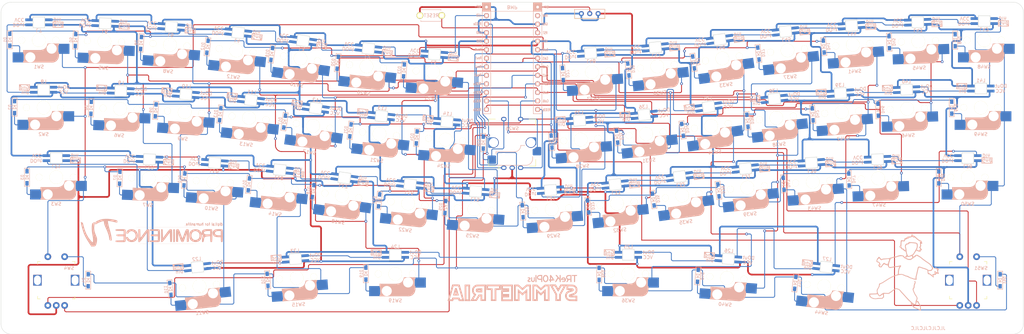
<source format=kicad_pcb>
(kicad_pcb (version 20211014) (generator pcbnew)
  (layers (0 "F.Cu" signal) (31 "B.Cu" signal) (34 "B.Paste" user) (35 "F.Paste" user) (36 "B.SilkS" user "B.Silkscreen") (37 "F.SilkS" user "F.Silkscreen") (38 "B.Mask" user) (39 "F.Mask" user) (44 "Edge.Cuts" user))
  (net 0 "")
  (net 1 "Row0")
  (net 2 "Net-(D1-Pad2)")
  (net 3 "Row1")
  (net 4 "Net-(D2-Pad2)")
  (net 5 "Row2")
  (net 6 "Net-(D3-Pad2)")
  (net 7 "Row3")
  (net 8 "Net-(D4-Pad2)")
  (net 9 "Net-(D5-Pad2)")
  (net 10 "Net-(D6-Pad2)")
  (net 11 "Net-(D7-Pad2)")
  (net 12 "Net-(D8-Pad2)")
  (net 13 "Net-(D9-Pad2)")
  (net 14 "Net-(D10-Pad2)")
  (net 15 "Net-(D11-Pad2)")
  (net 16 "Net-(D12-Pad2)")
  (net 17 "Net-(D13-Pad2)")
  (net 18 "Net-(D14-Pad2)")
  (net 19 "Net-(D15-Pad2)")
  (net 20 "Net-(D16-Pad2)")
  (net 21 "Net-(D17-Pad2)")
  (net 22 "Net-(D18-Pad2)")
  (net 23 "Net-(D19-Pad2)")
  (net 24 "Net-(D20-Pad2)")
  (net 25 "Net-(D21-Pad2)")
  (net 26 "Net-(D22-Pad2)")
  (net 27 "Net-(D23-Pad2)")
  (net 28 "Net-(D24-Pad2)")
  (net 29 "Net-(D25-Pad2)")
  (net 30 "Net-(D26-Pad2)")
  (net 31 "Net-(D27-Pad1)")
  (net 32 "Net-(D28-Pad1)")
  (net 33 "Net-(D29-Pad1)")
  (net 34 "Net-(D30-Pad1)")
  (net 35 "Net-(D31-Pad1)")
  (net 36 "Net-(D32-Pad1)")
  (net 37 "Net-(D33-Pad1)")
  (net 38 "Net-(D34-Pad1)")
  (net 39 "Net-(D35-Pad1)")
  (net 40 "Net-(D36-Pad1)")
  (net 41 "Net-(D37-Pad1)")
  (net 42 "Net-(D38-Pad1)")
  (net 43 "Net-(D39-Pad1)")
  (net 44 "Net-(D40-Pad1)")
  (net 45 "Net-(D41-Pad1)")
  (net 46 "Net-(D42-Pad1)")
  (net 47 "Net-(D43-Pad1)")
  (net 48 "Net-(D44-Pad1)")
  (net 49 "Net-(D45-Pad1)")
  (net 50 "Net-(D46-Pad1)")
  (net 51 "Net-(D47-Pad1)")
  (net 52 "Net-(D48-Pad1)")
  (net 53 "Net-(D49-Pad1)")
  (net 54 "Net-(D50-Pad1)")
  (net 55 "Net-(D51-Pad1)")
  (net 56 "GND")
  (net 57 "Bat+")
  (net 58 "Net-(L1-Pad1)")
  (net 59 "LED")
  (net 60 "VCC")
  (net 61 "Net-(L2-Pad1)")
  (net 62 "Net-(L3-Pad1)")
  (net 63 "Net-(L4-Pad1)")
  (net 64 "Net-(L5-Pad1)")
  (net 65 "Net-(L6-Pad1)")
  (net 66 "Net-(L7-Pad1)")
  (net 67 "Net-(L8-Pad1)")
  (net 68 "Net-(L10-Pad3)")
  (net 69 "Net-(L10-Pad1)")
  (net 70 "Net-(L11-Pad1)")
  (net 71 "Net-(L12-Pad1)")
  (net 72 "Net-(L13-Pad1)")
  (net 73 "Net-(L14-Pad1)")
  (net 74 "Net-(L15-Pad1)")
  (net 75 "Net-(L16-Pad1)")
  (net 76 "Net-(L17-Pad1)")
  (net 77 "Net-(L18-Pad1)")
  (net 78 "Net-(L19-Pad1)")
  (net 79 "Net-(L20-Pad1)")
  (net 80 "Net-(L21-Pad1)")
  (net 81 "Net-(L22-Pad1)")
  (net 82 "Net-(L23-Pad1)")
  (net 83 "Net-(L24-Pad1)")
  (net 84 "Net-(L25-Pad1)")
  (net 85 "Net-(L26-Pad1)")
  (net 86 "Net-(L27-Pad1)")
  (net 87 "Net-(L28-Pad1)")
  (net 88 "Net-(L29-Pad1)")
  (net 89 "Net-(L30-Pad1)")
  (net 90 "Net-(L31-Pad1)")
  (net 91 "Net-(L32-Pad1)")
  (net 92 "Net-(L33-Pad1)")
  (net 93 "Net-(L34-Pad1)")
  (net 94 "Net-(L35-Pad1)")
  (net 95 "Net-(L36-Pad1)")
  (net 96 "Net-(L37-Pad1)")
  (net 97 "Net-(L38-Pad1)")
  (net 98 "Net-(L39-Pad1)")
  (net 99 "Net-(L40-Pad1)")
  (net 100 "Net-(L41-Pad1)")
  (net 101 "Net-(L42-Pad1)")
  (net 102 "Net-(L43-Pad1)")
  (net 103 "Net-(L44-Pad1)")
  (net 104 "Net-(L45-Pad1)")
  (net 105 "Net-(L46-Pad1)")
  (net 106 "Net-(L47-Pad1)")
  (net 108 "Col0")
  (net 109 "RE01a")
  (net 110 "RE01b")
  (net 111 "Col1")
  (net 112 "Col2")
  (net 113 "Col3")
  (net 114 "Col4")
  (net 115 "Col5")
  (net 116 "Col6")
  (net 117 "RE03b")
  (net 118 "RE03a")
  (net 119 "RE02a")
  (net 120 "RE02b")
  (net 121 "Reset")
  (footprint "kbd_SW:CherryMX_Hotswap_1u" (layer "F.Cu") (at 131.9304 56.44 174)
    (fp_text reference "SW21")
    (fp_text value "SW_PUSH" hide)
  )
  (footprint "kbd_Parts:Diode_SMD" (layer "F.Cu") (at 206.0297 37.2731 96)
    (fp_text reference "D30")
    (fp_text value "D" hide)
  )
  (footprint "kbd_Parts:LED_SK6812MINI-E_BL" (layer "F.Cu") (at 69.9533 24.597 176)
    (fp_text reference "L5")
    (fp_text value "SK6812MINI" hide)
    (fp_line (start 1.75 1.6) (end -1.75 1.6) (layer "Edge.Cuts") (width 0.12))
    (fp_line (start -1.75 -1.6) (end 1.75 -1.6) (layer "Edge.Cuts") (width 0.12))
    (fp_line (start 1.75 -1.6) (end 1.75 1.6) (layer "Edge.Cuts") (width 0.12))
    (fp_line (start -1.75 1.6) (end -1.75 -1.6) (layer "Edge.Cuts") (width 0.12))
  )
  (footprint "kbd_Parts:LED_SK6812MINI-E_BL" (layer "F.Cu") (at 206.0368 92.4432)
    (fp_text reference "L25")
    (fp_text value "SK6812MINI" hide)
    (fp_line (start 1.75 -1.6) (end 1.75 1.6) (layer "Edge.Cuts") (width 0.12))
    (fp_line (start 1.75 1.6) (end -1.75 1.6) (layer "Edge.Cuts") (width 0.12))
    (fp_line (start -1.75 -1.6) (end 1.75 -1.6) (layer "Edge.Cuts") (width 0.12))
    (fp_line (start -1.75 1.6) (end -1.75 -1.6) (layer "Edge.Cuts") (width 0.12))
  )
  (footprint "kbd_SW:CherryMX_Hotswap_1u" (layer "F.Cu") (at 230.6996 54.064 -172)
    (fp_text reference "SW34")
    (fp_text value "SW_PUSH" hide)
  )
  (footprint "kbd_Parts:LED_SK6812MINI-E_BL" (layer "F.Cu") (at 35.7317 63.6758 180)
    (fp_text reference "L21")
    (fp_text value "SK6812MINI" hide)
    (fp_line (start 1.75 -1.6) (end 1.75 1.6) (layer "Edge.Cuts") (width 0.12))
    (fp_line (start -1.75 -1.6) (end 1.75 -1.6) (layer "Edge.Cuts") (width 0.12))
    (fp_line (start -1.75 1.6) (end -1.75 -1.6) (layer "Edge.Cuts") (width 0.12))
    (fp_line (start 1.75 1.6) (end -1.75 1.6) (layer "Edge.Cuts") (width 0.12))
  )
  (footprint "kbd_Parts:LED_SK6812MINI-E_BL" (layer "F.Cu") (at 310.966 42.946)
    (fp_text reference "L41")
    (fp_text value "SK6812MINI" hide)
    (fp_line (start 1.75 -1.6) (end 1.75 1.6) (layer "Edge.Cuts") (width 0.12))
    (fp_line (start -1.75 -1.6) (end 1.75 -1.6) (layer "Edge.Cuts") (width 0.12))
    (fp_line (start -1.75 1.6) (end -1.75 -1.6) (layer "Edge.Cuts") (width 0.12))
    (fp_line (start 1.75 1.6) (end -1.75 1.6) (layer "Edge.Cuts") (width 0.12))
  )
  (footprint "kbd_Parts:Micon_BMP_GL" (layer "F.Cu") (at 171.45 35.7187)
    (fp_text reference "U1" hide)
    (fp_text value "BLEMicroPro" hide)
  )
  (footprint "kbd_SW:CherryMX_Hotswap_1u" (layer "F.Cu") (at 30.54 28.55 180)
    (fp_text reference "SW1")
    (fp_text value "SW_PUSH" hide)
  )
  (footprint "kbd_Parts:Diode_SMD" (layer "F.Cu") (at 197.3301 98.1107 90)
    (fp_text reference "D36")
    (fp_text value "D" hide)
  )
  (footprint "kbd_Parts:Diode_SMD" (layer "F.Cu") (at 119.5044 35.2755 -96)
    (fp_text reference "D20")
    (fp_text value "D" hide)
  )
  (footprint "kbd_Parts:Diode_SMD" (layer "F.Cu") (at 226.7229 98.6991 86)
    (fp_text reference "D40")
    (fp_text value "D" hide)
  )
  (footprint "kbd_Parts:Diode_SMD" (layer "F.Cu") (at 45.2438 100.0125 -90)
    (fp_text reference "D4")
    (fp_text value "D" hide)
  )
  (footprint "kbd_Parts:LED_SK6812MINI-E_BL" (layer "F.Cu") (at 235.7838 93.6512 -4)
    (fp_text reference "L26")
    (fp_text value "SK6812MINI" hide)
    (fp_line (start -1.75 -1.6) (end 1.75 -1.6) (layer "Edge.Cuts") (width 0.12))
    (fp_line (start 1.75 -1.6) (end 1.75 1.6) (layer "Edge.Cuts") (width 0.12))
    (fp_line (start -1.75 1.6) (end -1.75 -1.6) (layer "Edge.Cuts") (width 0.12))
    (fp_line (start 1.75 1.6) (end -1.75 1.6) (layer "Edge.Cuts") (width 0.12))
  )
  (footprint "kbd_Parts:Diode_SMD" (layer "F.Cu") (at 69.6948 102.5963 -84)
    (fp_text reference "D11")
    (fp_text value "D" hide)
  )
  (footprint "kbd_Parts:LED_SK6812MINI-E_BL" (layer "F.Cu") (at 102.2638 67.1299 174)
    (fp_text reference "L18")
    (fp_text value "SK6812MINI" hide)
    (fp_line (start 1.75 -1.6) (end 1.75 1.6) (layer "Edge.Cuts") (width 0.12))
    (fp_line (start -1.75 -1.6) (end 1.75 -1.6) (layer "Edge.Cuts") (width 0.12))
    (fp_line (start -1.75 1.6) (end -1.75 -1.6) (layer "Edge.Cuts") (width 0.12))
    (fp_line (start 1.75 1.6) (end -1.75 1.6) (layer "Edge.Cuts") (width 0.12))
  )
  (footprint "kbd_SW:CherryMX_Hotswap_1u" (layer "F.Cu") (at 211.3154 56.44 -174)
    (fp_text reference "SW31")
    (fp_text value "SW_PUSH" hide)
  )
  (footprint "kbd_Parts:LED_SK6812MINI-E_BL" (layer "F.Cu") (at 288.8612 43.2852 2)
    (fp_text reference "L40")
    (fp_text value "SK6812MINI" hide)
    (fp_line (start 1.75 1.6) (end -1.75 1.6) (layer "Edge.Cuts") (width 0.12))
    (fp_line (start -1.75 -1.6) (end 1.75 -1.6) (layer "Edge.Cuts") (width 0.12))
    (fp_line (start -1.75 1.6) (end -1.75 -1.6) (layer "Edge.Cuts") (width 0.12))
    (fp_line (start 1.75 -1.6) (end 1.75 1.6) (layer "Edge.Cuts") (width 0.12))
  )
  (footprint "kbd_SW:CherryMX_Hotswap_1.75u" (layer "F.Cu") (at 35.7188 69.36 180)
    (fp_text reference "SW3")
    (fp_text value "SW_PUSH" hide)
  )
  (footprint "kbd_SW:CherryMX_Hotswap_1u" (layer "F.Cu") (at 108.4092 33.985 172)
    (fp_text reference "SW16")
    (fp_text value "SW_PUSH" hide)
  )
  (footprint "kbd_Parts:LED_SK6812MINI-E_BL" (layer "F.Cu") (at 233.2336 28.3564 -172)
    (fp_text reference "L46")
    (fp_text value "SK6812MINI" hide)
    (fp_line (start 1.75 -1.6) (end 1.75 1.6) (layer "Edge.Cuts") (width 0.12))
    (fp_line (start -1.75 1.6) (end -1.75 -1.6) (layer "Edge.Cuts") (width 0.12))
    (fp_line (start 1.75 1.6) (end -1.75 1.6) (layer "Edge.Cuts") (width 0.12))
    (fp_line (start -1.75 -1.6) (end 1.75 -1.6) (layer "Edge.Cuts") (width 0.12))
  )
  (footprint "kbd_Parts:Diode_SMD" (layer "F.Cu") (at 65.3172 49.4431 -94)
    (fp_text reference "D9")
    (fp_text value "D" hide)
  )
  (footprint "kbd_Parts:Diode_SMD" (layer "F.Cu") (at 162.8315 59.0399 -90)
    (fp_text reference "D26")
    (fp_text value "D" hide)
  )
  (footprint "kbd_Parts:Diode_SMD" (layer "F.Cu") (at 73.8687 70.0072 -94)
    (fp_text reference "D10")
    (fp_text value "D" hide)
  )
  (footprint "kbd_Parts:LED_SK6812MINI-E_BL" (layer "F.Cu") (at 210.7365 50.7877 6)
    (fp_text reference "L36")
    (fp_text value "SK6812MINI" hide)
    (fp_line (start 1.75 -1.6) (end 1.75 1.6) (layer "Edge.Cuts") (width 0.12))
    (fp_line (start -1.75 -1.6) (end 1.75 -1.6) (layer "Edge.Cuts") (width 0.12))
    (fp_line (start -1.75 1.6) (end -1.75 -1.6) (layer "Edge.Cuts") (width 0.12))
    (fp_line (start 1.75 1.6) (end -1.75 1.6) (layer "Edge.Cuts") (width 0.12))
  )
  (footprint "kbd_SW:CherryMX_Hotswap_1u" (layer "F.Cu") (at 272.8491 29.907 -176)
    (fp_text reference "SW41")
    (fp_text value "SW_PUSH" hide)
  )
  (footprint "kbd_SW:CherryMX_Hotswap_1u" (layer "F.Cu") (at 195.1702 38.057 -176)
    (fp_text reference "SW27")
    (fp_text value "SW_PUSH" hide)
  )
  (footprint "kbd_Parts:LED_SK6812MINI-E_BL" (layer "F.Cu") (at 264.9253 96.114 -6)
    (fp_text reference "L27")
    (fp_text value "SK6812MINI" hide)
    (fp_line (start 1.75 1.6) (end -1.75 1.6) (layer "Edge.Cuts") (width 0.12))
    (fp_line (start 1.75 -1.6) (end 1.75 1.6) (layer "Edge.Cuts") (width 0.12))
    (fp_line (start -1.75 1.6) (end -1.75 -1.6) (layer "Edge.Cuts") (width 0.12))
    (fp_line (start -1.75 -1.6) (end 1.75 -1.6) (layer "Edge.Cuts") (width 0.12))
  )
  (footprint "kbd_Parts:RotaryEncoder_EC12E" (layer "F.Cu") (at 35.7188 100.0125 90)
    (fp_text reference "SW4")
    (fp_text value "RotaryEncoder_Switch")
  )
  (footprint "kbd_SW:CherryMX_Hotswap_1.75u" (layer "F.Cu") (at 235.37 99.32 176)
    (fp_text reference "SW40")
    (fp_text value "SW_PUSH" hide)
  )
  (footprint "kbd_SW:CherryMX_Hotswap_1u" (layer "F.Cu") (at 311.9438 28.55 180)
    (fp_text reference "SW48")
    (fp_text value "SW_PUSH" hide)
  )
  (footprint "kbd_SW:CherryMX_Hotswap_1.25u" (layer "F.Cu") (at 310.95 48.625 180)
    (fp_text reference "SW49")
    (fp_text value "SW_PUSH" hide)
  )
  (footprint "kbd_SW:CherryMX_Hotswap_1u" (layer "F.Cu") (at 250.0835 51.686 -174)
    (fp_text reference "SW38")
    (fp_text value "SW_PUSH" hide)
  )
  (footprint "kbd_SW:CherryMX_Hotswap_1u" (layer "F.Cu") (at 73.9227 49.985 176)
    (fp_text reference "SW9")
    (fp_text value "SW_PUSH" hide)
  )
  (footprint "kbd_SW:CherryMX_Hotswap_1u" (layer "F.Cu") (at 292.3517 28.89 -178)
    (fp_text reference "SW45")
    (fp_text value "SW_PUSH" hide)
  )
  (footprint "kbd_Parts:Diode_SMD" (layer "F.Cu") (at 280.3766 49.2558 92)
    (fp_text reference "D46")
    (fp_text value "D" hide)
  )
  (footprint "kbd_Parts:Diode_SMD" (layer "F.Cu") (at 241.4682 52.5361 96)
    (fp_text reference "D38")
    (fp_text value "D" hide)
  )
  (footprint "kbd_SW:CherryMX_Hotswap_1u" (layer "F.Cu") (at 89.2844 31.605 174)
    (fp_text reference "SW12")
    (fp_text value "SW_PUSH" hide)
  )
  (footprint "kbd_Parts:LED_SK6812MINI-E_BL" (layer "F.Cu") (at 106.9162 93.6514 4)
    (fp_text reference "L23")
    (fp_text value "SK6812MINI" hide)
    (fp_line (start 1.75 -1.6) (end 1.75 1.6) (layer "Edge.Cuts") (width 0.12))
    (fp_line (start 1.75 1.6) (end -1.75 1.6) (layer "Edge.Cuts") (width 0.12))
    (fp_line (start -1.75 1.6) (end -1.75 -1.6) (layer "Edge.Cuts") (width 0.12))
    (fp_line (start -1.75 -1.6) (end 1.75 -1.6) (layer "Edge.Cuts") (width 0.12))
  )
  (footprint "kbd_SW:CherryMX_Hotswap_1u" (layer "F.Cu") (at 120.7381 74.8 172)
    (fp_text reference "SW18")
    (fp_text value "SW_PUSH" hide)
  )
  (footprint "kbd_Parts:Diode_SMD" (layer "F.Cu") (at 186.5428 38.6385 94)
    (fp_text reference "D27")
    (fp_text value "D" hide)
  )
  (footprint "kbd_Parts:Diode_SMD" (layer "F.Cu") (at 99.884 32.6446 -98)
    (fp_text reference "D16")
    (fp_text value "D" hide)
  )
  (footprint "kbd_Parts:Diode_SMD" (layer "F.Cu") (at 316.7063 100.0125 90)
    (fp_text reference "D51")
    (fp_text value "D" hide)
  )
  (footprint "kbd_SW:CherryMX_Hotswap_1u" (layer "F.Cu") (at 128.0763 36.36 174)
    (fp_text reference "SW20")
    (fp_text value "SW_PUSH" hide)
  )
  (footprint "kbd_Parts:LED_SK6812MINI-E_BL" (layer "F.Cu") (at 109.1711 28.7224 172)
    (fp_text reference "L3")
    (fp_text value "SK6812MINI" hide)
    (fp_line (start -1.75 -1.6) (end 1.75 -1.6) (layer "Edge.Cuts") (width 0.12))
    (fp_line (start -1.75 1.6) (end -1.75 -1.6) (layer "Edge.Cuts") (width 0.12))
    (fp_line (start 1.75 1.6) (end -1.75 1.6) (layer "Edge.Cuts") (width 0.12))
    (fp_line (start 1.75 -1.6) (end 1.75 1.6) (layer "Edge.Cuts") (width 0.12))
  )
  (footprint "kbd_SW:CherryMX_Hotswap_1.25u" (layer "F.Cu") (at 206.0212 98.13 180)
    (fp_text reference "SW36")
    (fp_text value "SW_PUSH" hide)
  )
  (footprint "kbd_Parts:Diode_SMD" (layer "F.Cu") (at 54.6284 69.485 -92)
    (fp_text reference "D7")
    (fp_text value "D" hide)
  )
  (footprint "kbd_Parts:Diode_SMD" (layer "F.Cu") (at 23.3126 48.475 -90)
    (fp_text reference "D2")
    (fp_text value "D" hide)
  )
  (footprint "kbd_Parts:Diode_SMD" (layer "F.Cu") (at 84.533 50.5683 -96)
    (fp_text reference "D13")
    (fp_text value "D" hide)
  )
  (footprint "kbd_Parts:LED_SK6812MINI-E_BL" (layer "F.Cu") (at 82.8976 65.0517 176)
    (fp_text reference "L19")
    (fp_text value "SK6812MINI" hide)
    (fp_line (start 1.75 -1.6) (end 1.75 1.6) (layer "Edge.Cuts") (width 0.12))
    (fp_line (start 1.75 1.6) (end -1.75 1.6) (layer "Edge.Cuts") (width 0.12))
    (fp_line (start -1.75 -1.6) (end 1.75 -1.6) (layer "Edge.Cuts") (width 0.12))
    (fp_line (start -1.75 1.6) (end -1.75 -1.6) (layer "Edge.Cuts") (width 0.12))
  )
  (footprint "kbd_Parts:LED_SK6812MINI-E_BL" (layer "F.Cu") (at 77.7668 96.1119 6)
    (fp_text reference "L22")
    (fp_text value "SK6812MINI" hide)
    (fp_line (start -1.75 -1.6) (end 1.75 -1.6) (layer "Edge.Cuts") (width 0.12))
    (fp_line (start -1.75 1.6) (end -1.75 -1.6) (layer "Edge.Cuts") (width 0.12))
    (fp_line (start 1.75 -1.6) (end 1.75 1.6) (layer "Edge.Cuts") (width 0.12))
    (fp_line (start 1.75 1.6) (end -1.75 1.6) (layer "Edge.Cuts") (width 0.12))
  )
  (footprint "kbd_Parts:LED_SK6812MINI-E_BL" (layer "F.Cu") (at 30.5509 23.2351 180)
    (fp_text reference "L7")
    (fp_text value "SK6812MINI" hide)
    (fp_line (start 1.75 1.6) (end -1.75 1.6) (layer "Edge.Cuts") (width 0.12))
    (fp_line (start 1.75 -1.6) (end 1.75 1.6) (layer "Edge.Cuts") (width 0.12))
    (fp_line (start -1.75 -1.6) (end 1.75 -1.6) (layer "Edge.Cuts") (width 0.12))
    (fp_line (start -1.75 1.6) (end -1.75 -1.6) (layer "Edge.Cuts") (width 0.12))
  )
  (footprint "kbd_Parts:Diode_SMD" (layer "F.Cu") (at 123.3016 55.3976 -96)
    (fp_text reference "D21")
    (fp_text value "D" hide)
  )
  (footprint "kbd_Parts:LED_SK6812MINI-E_BL" (layer "F.Cu") (at 63.4767 64.0214 178)
    (fp_text reference "L20")
    (fp_text value "SK6812MINI" hide)
    (fp_line (start -1.75 1.6) (end -1.75 -1.6) (layer "Edge.Cuts") (width 0.12))
    (fp_line (start 1.75 1.6) (end -1.75 1.6) (layer "Edge.Cuts") (width 0.12))
    (fp_line (start 1.75 -1.6) (end 1.75 1.6) (layer "Edge.Cuts") (width 0.12))
    (fp_line (start -1.75 -1.6) (end 1.75 -1.6) (layer "Edge.Cuts") (width 0.12))
  )
  (footprint "kbd_Parts:Diode_SMD" (layer "F.Cu") (at 244.7464 32.5286 96)
    (fp_text reference "D37")
    (fp_text value "D" hide)
  )
  (footprint "kbd_Parts:LED_SK6812MINI-E_BL" (layer "F.Cu") (at 74.3069 44.6718 -4)
    (fp_text reference "L10")
    (fp_text value "SK6812MINI" hide)
    (fp_line (start -1.75 -1.6) (end 1.75 -1.6) (layer "Edge.Cuts") (width 0.12))
    (fp_line (start -1.75 1.6) (end -1.75 -1.6) (layer "Edge.Cuts") (width 0.12))
    (fp_line (start 1.75 -1.6) (end 1.75 1.6) (layer "Edge.Cuts") (width 0.12))
    (fp_line (start 1.75 1.6) (end -1.75 1.6) (layer "Edge.Cuts") (width 0.12))
  )
  (footprint "kbd_SW:CherryMX_Hotswap_1u" (layer "F.Cu") (at 241.4411 72.42 -174)
    (fp_text reference "SW39")
    (fp_text value "SW_PUSH" hide)
  )
  (footprint "kbd_SW:CherryMX_Hotswap_1u" (layer "F.Cu") (at 191.8601 58.135 -176)
    (fp_text reference "SW28")
    (fp_text value "SW_PUSH" hide)
  )
  (footprint "kbd_SW:CherryMX_Hotswap_1u" (layer "F.Cu") (at 202.6731 77.178 -174)
    (fp_text reference "SW32")
    (fp_text value "SW_PUSH" hide)
  )
  (footprint "kbd_Parts:LED_SK6812MINI-E_BL" (layer "F.Cu") (at 272.4652 24.2421 -176)
    (fp_text reference "L44")
    (fp_text value "SK6812MINI" hide)
    (fp_line (start 1.75 -1.6) (end 1.75 1.6) (layer "Edge.Cuts") (width 0.12))
    (fp_line (start -1.75 1.6) (end -1.75 -1.6) (layer "Edge.Cuts") (width 0.12))
    (fp_line (start -1.75 -1.6) (end 1.75 -1.6) (layer "Edge.Cuts") (width 0.12))
    (fp_line (start 1.75 1.6) (end -1.75 1.6) (layer "Edge.Cuts") (width 0.12))
  )
  (footprint "kbd_SW:CherryMX_Hotswap_1u" (layer "F.Cu") (at 82.4795 70.72 176)
    (fp_text reference "SW10")
    (fp_text value "SW_PUSH" hide)
  )
  (footprint "kbd_Parts:Diode_SMD" (layer "F.Cu") (at 143.0237 57.4992 -94)
    (fp_text reference "D24")
    (fp_text value "D" hide)
  )
  (footprint "kbd_SW:CherryMX_Hotswap_1u" (layer "F.Cu") (at 101.6954 72.42 174)
    (fp_text reference "SW14")
    (fp_text value "SW_PUSH" hide)
  )
  (footprint "kbd_Parts:LED_SK6812MINI-E_BL" (layer "F.Cu") (at 240.8651 66.7544 -174)
    (fp_text reference "L31")
    (fp_text value "SK6812MINI" hide)
    (fp_line (start 1.75 -1.6) (end 1.75 1.6) (layer "Edge.Cuts") (width 0.12))
    (fp_line (start -1.75 -1.6) (end 1.75 -1.6) (layer "Edge.Cuts") (width 0.12))
    (fp_line (start 1.75 1.6) (end -1.75 1.6) (layer "Edge.Cuts") (width 0.12))
    (fp_line (start -1.75 1.6) (end -1.75 -1.6) (layer "Edge.Cuts") (width 0.12))
  )
  (footprint "kbd_SW:CherryMX_Hotswap_1u" (layer "F.Cu") (at 289.0421 48.965 -178)
    (fp_text reference "SW46")
    (fp_text value "SW_PUSH" hide)
  )
  (footprint "kbd_Parts:Diode_SMD" (layer "F.Cu") (at 151.5484 78.2143 -94)
    (fp_text reference "D25")
    (fp_text value "D" hide)
  )
  (footprint "kbd_Parts:LED_SK6812MINI-E_BL" (layer "F.Cu") (at 249.5013 46.0365 6)
    (fp_text reference "L38")
    (fp_text value "SK6812MINI" hide)
    (fp_line (start -1.75 1.6) (end -1.75 -1.6) (layer "Edge.Cuts") (width 0.12))
    (fp_line (start 1.75 -1.6) (end 1.75 1.6) (layer "Edge.Cuts") (width 0.12))
    (fp_line (start -1.75 -1.6) (end 1.75 -1.6) (layer "Edge.Cuts") (width 0.12))
    (fp_line (start 1.75 1.6) (end -1.75 1.6) (layer "Edge.Cuts") (width 0.12))
  )
  (footprint "kbd_Parts:Diode_SMD" (layer "F.Cu") (at 127.8917 98.0401 -90)
    (fp_text reference "D19")
    (fp_text value "D" hide)
  )
  (footprint "kbd_Parts:Diode_SMD" (layer "F.Cu") (at 174.571 79.4582 94)
    (fp_text reference "D29")
    (fp_text value "D" hide)
  )
  (footprint "kbd_Parts:Diode_SMD" (layer "F.Cu") (at 41.4523 28.5158 -92)
    (fp_text reference "D5")
    (fp_text value "D" hide)
  )
  (footprint "kbd_Parts:Diode_SMD" (layer "F.Cu") (at 225.4365 35.168 98)
    (fp_text reference "D33")
    (fp_text value "D" hide)
  )
  (footprint "kbd_Parts:Diode_SMD" (layer "F.Cu") (at 264.1851 30.4449 94)
    (fp_text reference "D41")
    (fp_text value "D" hide)
  )
  (footprint "kbd_Parts:LED_SK6812MINI-E_BL" (layer "F.Cu") (at 160.5708 73.5725 176)
    (fp_text reference "L15")
    (fp_text value "SK6812MINI" hide)
    (fp_line (start 1.75 -1.6) (end 1.75 1.6) (layer "Edge.Cuts") (width 0.12))
    (fp_line (start -1.75 -1.6) (end 1.75 -1.6) (layer "Edge.Cuts") (width 0.12))
    (fp_line (start 1.75 1.6) (end -1.75 1.6) (layer "Edge.Cuts") (width 0.12))
    (fp_line (start -1.75 1.6) (end -1.75 -1.6) (layer "Edge.Cuts") (width 0.12))
  )
  (footprint "kbd_Parts:Diode_SMD" (layer "F.Cu") (at 21.8906 28.425 -90)
    (fp_text reference "D1")
    (fp_text value "D" hide)
  )
  (footprint "kbd_Parts:LED_SK6812MINI-E_BL" (layer "F.Cu") (at 128.6411 31.0685 174)
    (fp_text reference "L2")
    (fp_text value "SK6812MINI" hide)
    (fp_line (start 1.75 -1.6) (end 1.75 1.6) (layer "Edge.Cuts") (width 0.12))
    (fp_line (start -1.75 1.6) (end -1.75 -1.6) (layer "Edge.Cuts") (width 0.12))
    (fp_line (start 1.75 1.6) (end -1.75 1.6) (layer "Edge.Cuts") (width 0.12))
    (fp_line (start -1.75 -1.6) (end 1.75 -1.6) (layer "Edge.Cuts") (width 0.12))
  )
  (footprint "Switch_CherryMX_Kailh_Socket:SW_Cherry_MX_1.00u_Kailh_EC12" (layer "F.Cu") (at 171.45 59.0399 180)
    (fp_text reference "SW26")
    (fp_text value "RotaryEncoder_Switch")
  )
  (footprint "kbd_Parts:LED_SK6812MINI-E_BL" (layer "F.Cu") (at 50.2757 23.5728 178)
    (fp_text reference "L6")
    (fp_text value "SK6812MINI" hide)
    (fp_line (start -1.75 -1.6) (end 1.75 -1.6) (layer "Edge.Cuts") (width 0.12))
    (fp_line (start 1.75 -1.6) (end 1.75 1.6) (layer "Edge.Cuts") (width 0.12))
    (fp_line (start -1.75 1.6) (end -1.75 -1.6) (layer "Edge.Cuts") (width 0.12))
    (fp_line (start 1.75 1.6) (end -1.75 1.6) (layer "Edge.Cuts") (width 0.12))
  )
  (footprint "kbd_Parts:LED_SK6812MINI-E_BL" (layer "F.Cu") (at 229.9224 48.435 8)
    (fp_text reference "L37")
    (fp_text value "SK6812MINI" hide)
    (fp_line (start -1.75 1.6) (end -1.75 -1.6) (layer "Edge.Cuts") (width 0.12))
    (fp_line (start -1.75 -1.6) (end 1.75 -1.6) (layer "Edge.Cuts") (width 0.12))
    (fp_line (start 1.75 1.6) (end -1.75 1.6) (layer "Edge.Cuts") (width 0.12))
    (fp_line (start 1.75 -1.6) (end 1.75 1.6) (layer "Edge.Cuts") (width 0.12))
  )
  (footprint "kbd_SW:CherryMX_Hotswap_1.75u" (layer "F.Cu") (at 307.07 69.36 180)
    (fp_text reference "SW50")
    (fp_text value "SW_PUSH" hide)
  )
  (footprint "kbd_Parts:Diode_SMD" (layer "F.Cu") (at 103.6886 52.7939 -98)
    (fp_text reference "D17")
    (fp_text value "D" hide)
  )
  (footprint "kbd_SW:CherryMX_Hotswap_1u" (layer "F.Cu") (at 253.3936 31.605 -174)
    (fp_text reference "SW37")
    (fp_text value "SW_PUSH" hide)
  )
  (footprint "kbd_Parts:LED_SK6812MINI-E_BL" (layer "F.Cu") (at 132.505 51.1578 -6)
    (fp_text reference "L13")
    (fp_text value "SK6812MINI" hide)
    (fp_line (start 1.75 1.6) (end -1.75 1.6) (layer "Edge.Cuts") (width 0.12))
    (fp_line (start 1.75 -1.6) (end 1.75 1.6) (layer "Edge.Cuts") (width 0.12))
    (fp_line (start -1.75 -1.6) (end 1.75 -1.6) (layer "Edge.Cuts") (width 0.12))
    (fp_line (start -1.75 1.6) (end -1.75 -1.6) (layer "Edge.Cuts") (width 0.12))
  )
  (footprint "kbd_SW:CherryMX_Hotswap_1u" (layer "F.Cu") (at 214.6256 36.36 -174)
    (fp_text reference "SW30")
    (fp_text value "SW_PUSH" hide)
  )
  (footprint "kbd_SW:CherryMX_Hotswap_1u" (layer "F.Cu") (at 54.7188 48.965 178)
    (fp_text reference "SW6")
    (fp_text value "SW_PUSH" hide)
  )
  (footprint "kbd_SW:CherryMX_Hotswap_1u" (layer "F.Cu") (at 63.2661 69.7 178)
    (fp_text reference "SW7")
    (fp_text value "SW_PUSH" hide)
  )
  (footprint "kbd_SW:CherryMX_Hotswap_1u" (layer "F.Cu") (at 151.6415 58.135 176)
    (fp_text reference "SW24")
    (fp_text value "SW_PUSH" hide)
  )
  (footprint "kbd_SW:CherryMX_Hotswap_1.75u" (layer "F.Cu") (at 107.297 99.32 -176)
    (fp_text reference "SW15")
    (fp_text value "SW_PUSH" hide)
  )
  (footprint "kbd_SW:CherryMX_Hotswap_1u" (layer "F.Cu") (at 93.0975 51.686 174)
    (fp_text reference "SW13")
    (fp_text value "SW_PUSH" hide)
  )
  (footprint "kbd_SW:CherryMX_Hotswap_1u" (layer "F.Cu") (at 222.0571 74.8 -172)
    (fp_text reference "SW35")
    (fp_text value "SW_PUSH" hide)
  )
  (footprint "kbd_Parts:RotaryEncoder_EC12E" (layer "F.Cu") (at 307.1813 100.0125 90)
    (fp_text reference "SW51")
    (fp_text value "RotaryEncoder_Switch")
  )
  (footprint "kbd_SW:CherryMX_Hotswap_1.25u" (layer "F.Cu") (at 264.3198 101.77 174)
    (fp_text reference "SW44")
    (fp_text value "SW_PUSH" hide)
  )
  (footprint "kbd_Parts:LED_SK6812MINI-E_BL" (layer "F.Cu") (at 31.9664 43.3127)
    (fp_text reference "L8")
    (fp_text value "SK6812MINI" hide)
    (fp_line (start -1.75 -1.6) (end 1.75 -1.6) (layer "Edge.Cuts") (width 0.12))
    (fp_line (start -1.75 1.6) (end -1.75 -1.6) (layer "Edge.Cuts") (width 0.12))
    (fp_line (start 1.75 1.6) (end -1.75 1.6) (layer "Edge.Cuts") (width 0.12))
    (fp_line (start 1.75 -1.6) (end 1.75 1.6) (layer "Edge.Cuts") (width 0.12))
  )
  (footprint "kbd_Parts:LED_SK6812MINI-E_BL" (layer "F.Cu") (at 89.8592 26.3154 174)
    (fp_text reference "L4")
    (fp_text value "SK6812MINI" hide)
    (fp_line (start 1.75 -1.6) (end 1.75 1.6) (layer "Edge.Cuts") (width 0.12))
    (fp_line (start -1.75 -1.6) (end 1.75 -1.6) (layer "Edge.Cuts") (width 0.12))
    (fp_line (start 1.75 1.6) (end -1.75 1.6) (layer "Edge.Cuts") (width 0.12))
    (fp_line (start -1.75 1.6) (end -1.75 -1.6) (layer "Edge.Cuts") (width 0.12))
  )
  (footprint "kbd_Parts:Diode_SMD" (layer "F.Cu") (at 255.7103 100.7883 84)
    (fp_text reference "D44")
    (fp_text value "D" hide)
  )
  (footprint "kbd_SW:CherryMX_Hotswap_1u" (layer "F.Cu") (at 280.3996 69.7 -178)
    (fp_text reference "SW47")
    (fp_text value "SW_PUSH" hide)
  )
  (footprint "kbd_SW:CherryMX_Hotswap_1u" (layer "F.Cu") (at 140.4379 77.178 174)
    (fp_text reference "SW22")
    (fp_text value "SW_PUSH" hide)
  )
  (footprint "kbd_Parts:Diode_SMD" (layer "F.Cu") (at 112.1859 73.4596 -98)
    (fp_text reference "D18")
    (fp_text value "D" hide)
  )
  (footprint "kbd_SW:CherryMX_Hotswap_1u" (layer "F.Cu") (at 160.1832 78.875 176)
    (fp_text reference "SW25")
    (fp_text value "SW_PUSH" hide)
  )
  (footprint "kbd_Parts:Diode_SMD" (layer "F.Cu") (at 222.1512 55.2602 98)
    (fp_text reference "D34")
    (fp_text value "D" hide)
  )
  (footprint "kbd_Parts:LED_SK6812MINI-E_BL" (layer "F.Cu") (at 182.8391 73.2015 -176)
    (fp_text reference "L34")
    (fp_text value "SK6812MINI" hide)
    (fp_line (start -1.75 -1.6) (end 1.75 -1.6) (layer "Edge.Cuts") (width 0.12))
    (fp_line (start 1.75 1.6) (end -1.75 1.6) (layer "Edge.Cuts") (width 0.12))
    (fp_line (start -1.75 1.6) (end -1.75 -1.6) (layer "Edge.Cuts") (width 0.12))
    (fp_line (start 1.75 -1.6) (end 1.75 1.6) (layer "Edge.Cuts") (width 0.12))
  )
  (footprint "kbd_Parts:Diode_SMD" (layer "F.Cu") (at 60.9613 29.3842 -94)
    (fp_text reference "D8")
    (fp_text value "D" hide)
  )
  (footprint "kbd_Parts:LED_SK6812MINI-E_BL" (layer "F.Cu") (at 194.7781 32.3825 -176)
    (fp_text reference "L48")
    (fp_text value "SK6812MINI" hide)
    (fp_line (start -1.75 -1.6) (end 1.75 -1.6) (layer "Edge.Cuts") (width 0.12))
    (fp_line (start 1.75 -1.6) (end 1.75 1.6) (layer "Edge.Cuts") (width 0.12))
    (fp_line (start -1.75 1.6) (end -1.75 -1.6) (layer "Edge.Cuts") (width 0.12))
    (fp_line (start 1.75 1.6) (end -1.75 1.6) (layer "Edge.Cuts") (width 0.12))
  )
  (footprint "kbd_Parts:LED_SK6812MINI-E_BL" (layer "F.Cu") (at 112.958 48.7979 -8)
    (fp_text reference "L12")
    (fp_text value "SK6812MINI" hide)
    (fp_line (start 1.75 -1.6) (end 1.75 1.6) (layer "Edge.Cuts") (width 0.12))
    (fp_line (start -1.75 -1.6) (end 1.75 -1.6) (layer "Edge.Cuts") (width 0.12))
    (fp_line (start -1.75 1.6) (end -1.75 -1.6) (layer "Edge.Cuts") (width 0.12))
    (fp_line (start 1.75 1.6) (end -1.75 1.6) (layer "Edge.Cuts") (width 0.12))
  )
  (footprint "kbd_SW:CherryMX_Hotswap_1u" (layer "F.Cu") (at 260.8966 70.72 -176)
    (fp_text reference "SW43")
    (fp_text value "SW_PUSH" hide)
  )
  (footprint "kbd_Parts:LED_SK6812MINI-E_BL" (layer "F.Cu") (at 252.8147 25.9524 -174)
    (fp_text reference "L45")
    (fp_text value "SK6812MINI" hide)
    (fp_line (start -1.75 1.6) (end -1.75 -1.6) (layer "Edge.Cuts") (width 0.12))
    (fp_line (start -1.75 -1.6) (end 1.75 -1.6) (layer "Edge.Cuts") (width 0.12))
    (fp_line (start 1.75 -1.6) (end 1.75 1.6) (layer "Edge.Cuts") (width 0.12))
    (fp_line (start 1.75 1.6) (end -1.75 1.6) (layer "Edge.Cuts") (width 0.12))
  )
  (footprint "kbd_Parts:LED_SK6812MINI-E_BL" (layer "F.Cu") (at 269.1592 44.318 4)
    (fp_text reference "L39")
    (fp_text value "SK6812MINI" hide)
    (fp_line (start -1.75 1.6) (end -1.75 -1.6) (layer "Edge.Cuts") (width 0.12))
    (fp_line (start -1.75 -1.6) (end 1.75 -1.6) (layer "Edge.Cuts") (width 0.12))
    (fp_line (start 1.75 -1.6) (end 1.75 1.6) (layer "Edge.Cuts") (width 0.12))
    (fp_line (start 1.75 1.6) (end -1.75 1.6) (layer "Edge.Cuts") (width 0.12))
  )
  (footprint "kbd_Parts:LED_SK6812MINI-E_BL" (layer "F.Cu") (at 148.2888 32.7656 176)
    (fp_text reference "L1")
    (fp_text value "SK6812MINI" hide)
    (fp_line (start -1.75 -1.6) (end 1.75 -1.6) (layer "Edge.Cuts") (width 0.12))
    (fp_line (start -1.75 1.6) (end -1.75 -1.6) (layer "Edge.Cuts") (width 0.12))
    (fp_line (start 1.75 -1.6) (end 1.75 1.6) (layer "Edge.Cuts") (width 0.12))
    (fp_line (start 1.75 1.6) (end -1.75 1.6) (layer "Edge.Cuts") (width 0.12))
  )
  (footprint "kbd_Parts:Diode_SMD" (layer "F.Cu") (at 252.2566 71.3125 94)
    (fp_text reference "D43")
    (fp_text value "D" hide)
  )
  (footprint "kbd_Parts:Diode_SMD" (layer "F.Cu") (at 202.6709 57.2651 96)
    (fp_text reference "D31")
    (fp_text value "D" hide)
  )
  (footprint "kbd_Parts:LED_SK6812MINI-E_BL" (layer "F.Cu") (at 280.2151 64.0174 -178)
    (fp_text reference "L29")
    (fp_text value "SK6812MINI" hide)
    (fp_line (start -1.75 -1.6) (end 1.75 -1.6) (layer "Edge.Cuts") (width 0.12))
    (fp_line (start -1.75 1.6) (end -1.75 -1.6) (layer "Edge.Cuts") (width 0.12))
    (fp_line (start 1.75 -1.6) (end 1.75 1.6) (layer "Edge.Cuts") (width 0.12))
    (fp_line (start 1.75 1.6) (end -1.75 1.6) (layer "Edge.Cuts") (width 0.12))
  )
  (footprint "kbd_Parts:LED_SK6812MINI-E_BL" (layer "F.Cu") (at 311.9564 22.8659 180)
    (fp_text reference "L42")
    (fp_text value "SK6812MINI" hide)
    (fp_line (start 1.75 1.6) (end -1.75 1.6) (layer "Edge.Cuts") (width 0.12))
    (fp_line (start 1.75 -1.6) (end 1.75 1.6) (layer "Edge.Cuts") (width 0.12))
    (fp_line (start -1.75 -1.6) (end 1.75 -1.6) (layer "Edge.Cuts") (width 0.12))
    (fp_line (start -1.75 1.6) (end -1.75 -1.6) (layer "Edge.Cuts") (width 0.12))
  )
  (footprint "kbd_Parts:Diode_SMD" (layer "F.Cu") (at 139.2262 37.5368 -94)
    (fp_text reference "D23")
    (fp_text value "D" hide)
  )
  (footprint "kbd_Parts:LED_SK6812MINI-E_BL" (layer "F.Cu") (at 93.6692 46.3939 -6)
    (fp_text reference "L11")
    (fp_text value "SK6812MINI" hide)
    (fp_line (start 1.75 1.6) (end -1.75 1.6) (layer "Edge.Cuts") (width 0.12))
    (fp_line (start 1.75 -1.6) (end 1.75 1.6) (layer "Edge.Cuts") (width 0.12))
    (fp_line (start -1.75 1.6) (end -1.75 -1.6) (layer "Edge.Cuts") (width 0.12))
    (fp_line (start -1.75 -1.6) (end 1.75 -1.6) (layer "Edge.Cuts") (width 0.12))
  )
  (footprint "kbd_SW:CherryMX_Hotswap_1.25u" (layer "F.Cu") (at 31.9563 48.625 180)
    (fp_text reference "SW2")
    (fp_text value "SW_PUSH" hide)
  )
  (footprint "kbd_Parts:Diode_SMD" (layer "F.Cu") (at 213.443 75.9895 98)
    (fp_text reference "D35")
    (fp_text value "D" hide)
  )
  (footprint "kbd_Parts:LED_SK6812MINI-E_BL" (layer "F.Cu") (at 307.0843 63.6698 180)
    (fp_text reference "L28")
    (fp_text value "SK6812MINI" hide)
    (fp_line (start -1.75 -1.6) (end 1.75 -1.6) (layer "Edge.Cuts") (width 0.12))
    (fp_line (start -1.75 1.6) (end -1.75 -1.6) (layer "Edge.Cuts") (width 0.12))
    (fp_line (start 1.75 1.6) (end -1.75 1.6) (layer "Edge.Cuts") (width 0.12))
    (fp_line (start 1.75 -1.6) (end 1.75 1.6) (layer "Edge.Cuts") (width 0.12))
  )
  (footprint "kbd_Parts:Battery_XH2.5_GL_PCB" (layer "F.Cu") (at 194.5291 20.5904)
    (fp_text reference "J1")
    (fp_text value "Conn_01x02" hide)
  )
  (footprint "kbd_SW:CherryMX_Hotswap_1.25u" (layer "F.Cu") (at 78.3472 101.77 -174)
    (fp_text reference "SW11")
    (fp_text value "SW_PUSH" hide)
  )
  (footprint "kbd_Parts:Diode_SMD" (layer "F.Cu") (at 98.6303 99.8739 -86)
    (fp_text reference "D15")
    (fp_text value "D" hide)
  )
  (footprint "kbd_Parts:Diode_SMD" (layer "F.Cu") (at 131.8266 76.2455 -96)
    (fp_text reference "D22")
    (fp_text value "D" hide)
  )
  (footprint "kbd_Parts:Diode_SMD" (layer "F.Cu") (at 46.1034 48.6827 -92)
    (fp_text reference "D6")
    (fp_text value "D" hide)
  )
  (footprint "kbd_Parts:Diode_SMD" (layer "F.Cu") (at 260.9015 50.6286 94)
    (fp_text reference "D42")
    (fp_text value "D" hide)
  )
  (footprint "kbd_Parts:LED_SK6812MINI-E_BL" (layer "F.Cu") (at 292.1637 23.2117 -178)
    (fp_text reference "L43")
    (fp_text value "SK6812MINI" hide)
    (fp_line (start -1.75 1.6) (end -1.75 -1.6) (layer "Edge.Cuts") (width 0.12))
    (fp_line (start 1.75 -1.6) (end 1.75 1.6) (layer "Edge.Cuts") (width 0.12))
    (fp_line (start -1.75 -1.6) (end 1.75 -1.6) (layer "Edge.Cuts") (width 0.12))
    (fp_line (start 1.75 1.6) (end -1.75 1.6) (layer "Edge.Cuts") (width 0.12))
  )
  (footprint "kbd_SW:CherryMX_Hotswap_1u" (layer "F.Cu") (at 112.2066 54.064 172)
    (fp_text reference "SW17")
    (fp_text value "SW_PUSH" hide)
  )
  (footprint "kbd_Parts:Diode_SMD" (layer "F.Cu") (at 283.6904 29.146 92)
    (fp_text reference "D45")
    (fp_text value "D" hide)
  )
  (footprint "kbd_Parts:LED_SK6812MINI-E_BL" (layer "F.Cu") (at 202.0949 71.53 -174)
    (fp_text reference "L33")
    (fp_text value "SK6812MINI" hide)
    (fp_line (start -1.75 -1.6) (end 1.75 -1.6) (layer "Edge.Cuts") (width 0.12))
    (fp_line (start 1.75 1.6) (end -1.75 1.6) (layer "Edge.Cuts") (width 0.12))
    (fp_line (start 1.75 -1.6) (end 1.75 1.6) (layer "Edge.Cuts") (width 0.12))
    (fp_line (start -1.75 1.6) (end -1.75 -1.6) (layer "Edge.Cuts") (width 0.12))
  )
  (footprint "kbd_Parts:Diode_SMD" (layer "F.Cu") (at 27.0194 69.36 -90)
    (fp_text reference "D3")
    (fp_text value "D" hide)
  )
  (footprint "kbd_Parts:LED_SK6812MINI-E_BL" (layer "F.Cu") (at 152.0298 52.8319 -4)
    (fp_text reference "L14")
    (fp_text value "SK6812MINI" hide)
    (fp_line (start 1.75 -1.6) (end 1.75 1.6) (layer "Edge.Cuts") (width 0.12))
    (fp_line (start -1.75 -1.6) (end 1.75 -1.6) (layer "Edge.Cuts") (width 0.12))
    (fp_line (start 1.75 1.6) (end -1.75 1.6) (layer "Edge.Cuts") (width 0.12))
    (fp_line (start -1.75 1.6) (end -1.75 -1.6) (layer "Edge.Cuts") (width 0.12))
  )
  (footprint "kbd_Parts:Diode_SMD" (layer "F.Cu") (at 298.4173 69.3964 90)
    (fp_text reference "D50")
    (fp_text value "D" hide)
  )
  (footprint "kbd_SW:CherryMX_Hotswap_1u" (layer "F.Cu") (at 269.539 49.985 -176)
    (fp_text reference "SW42")
    (fp_text value "SW_PUSH" hide)
  )
  (footprint "kbd_Parts:Diode_SMD" (layer "F.Cu") (at 303.3173 28.5588 90)
    (fp_text reference "D48")
    (fp_text value "D" hide)
  )
  (footprint "kbd_Parts:LED_SK6812MINI-E_BL" (layer "F.Cu") (at 136.6617 92.4523)
    (fp_text reference "L24")
    (fp_text value "SK6812MINI" hide)
    (fp_line (start -1.75 1.6) (end -1.75 -1.6) (layer "Edge.Cuts") (width 0.12))
    (fp_line (start 1.75 1.6) (end -1.75 1.6) (layer "Edge.Cuts") (width 0.12))
    (fp_line (start 1.75 -1.6) (end 1.75 1.6) (layer "Edge.Cuts") (width 0.12))
    (fp_line (start -1.75 -1.6) (end 1.75 -1.6) (layer "Edge.Cuts") (width 0.12))
  )
  (footprint "kbd_Parts:Diode_SMD" (layer "F.Cu") (at 232.8463 73.2472 96)
    (fp_text reference "D39")
    (fp_text value "D" hide)
  )
  (footprint "kbd_Parts:LED_SK6812MINI-E_BL" (layer "F.Cu") (at 54.9208 43.648 -2)
    (fp_text reference "L9")
    (fp_text value "SK6812MINI" hide)
    (fp_line (start 1.75 -1.6) (end 1.75 1.6) (layer "Edge.Cuts") (width 0.12))
    (fp_line (start 1.75 1.6) (end -1.75 1.6) (layer "Edge.Cuts") (width 0.12))
    (fp_line (start -1.75 1.6) (end -1.75 -1.6) (layer "Edge.Cuts") (width 0.12))
    (fp_line (start -1.75 -1.6) (end 1.75 -1.6) (layer "Edge.Cuts") (width 0.12))
  )
  (footprint "kbd_Parts:Diode_SMD" (layer "F.Cu") (at 183.1732 58.7345 94)
    (fp_text reference "D28")
    (fp_text value "D" hide)
  )
  (footprint "kbd_SW:CherryMX_Hotswap_1.25u" (layer "F.Cu") (at 136.6458 98.13 180)
    (fp_text reference "SW19")
    (fp_text value "SW_PUSH" hide)
  )
  (footprint "kbd_SW:CherryMX_Hotswap_1u" (layer "F.Cu") (at 69.5696 29.907 176)
    (fp_text reference "SW8")
    (fp_text value "SW_PUSH" hide)
  )
  (footprint "kbd_Parts:LED_SK6812MINI-E_BL" (layer "F.Cu") (at 121.4933 69.5386 172)
    (fp_text reference "L17")
    (fp_text value "SK6812MINI" hide)
    (fp_line (start -1.75 -1.6) (end 1.75 -1.6) (layer "Edge.Cuts") (width 0.12))
    (fp_line (start -1.75 1.6) (end -1.75 -1.6) (layer "Edge.Cuts") (width 0.12))
    (fp_line (start 1.75 -1.6) (end 1.75 1.6) (layer "Edge.Cuts") (width 0.12))
    (fp_line (start 1.75 1.6) (end -1.75 1.6) (layer "Edge.Cuts") (width 0.12))
  )
  (footprint "kbd_Parts:Diode_SMD" (layer "F.Cu") (at 271.7003 70.0329 92)
    (fp_text reference "D47")
    (fp_text value "D" hide)
  )
  (footprint "kbd_Parts:LED_SK6812MINI-E_BL" (layer "F.Cu") (at 191.4778 52.4631 4)
    (fp_text reference "L35")
    (fp_text value "SK6812MINI" hide)
    (fp_line (start 1.75 -1.6) (end 1.75 1.6) (layer "Edge.Cuts") (width 0.12))
    (fp_line (start 1.75 1.6) (end -1.75 1.6) (layer "Edge.Cuts") (width 0.12))
    (fp_line (start -1.75 1.6) (end -1.75 -1.6) (layer "Edge.Cuts") (width 0.12))
    (fp_line (start -1.75 -1.6) (end 1.75 -1.6) (layer "Edge.Cuts") (width 0.12))
  )
  (footprint "kbd_Parts:Diode_SMD" (layer "F.Cu") (at 80.7358 30.5133 -96)
    (fp_text reference "D12")
    (fp_text value "D" hide)
  )
  (footprint "kbd_Parts:LED_SK6812MINI-E_BL" (layer "F.Cu") (at 214.0493 30.702 -174)
    (fp_text reference "L47")
    (fp_text value "SK6812MINI" hide)
    (fp_line (start -1.75 1.6) (end -1.75 -1.6) (layer "Edge.Cuts") (width 0.12))
    (fp_line (start 1.75 -1.6) (end 1.75 1.6) (layer "Edge.Cuts") (width 0.12))
    (fp_line (start 1.75 1.6) (end -1.75 1.6) (layer "Edge.Cuts") (width 0.12))
    (fp_line (start -1.75 -1.6) (end 1.75 -1.6) (layer "Edge.Cuts") (width 0.12))
  )
  (footprint "kbd_SW:CherryMX_Hotswap_1u" (layer "F.Cu") (at 234.0096 33.985 -172)
    (fp_text reference "SW33")
    (fp_text value "SW_PUSH" hide)
  )
  (footprint "kbd_Parts:Diode_SMD" (layer "F.Cu") (at 194.0435 78.0464 96)
    (fp_text reference "D32")
    (fp_text value "D" hide)
  )
  (footprint "kbd_Parts:Diode_SMD" (layer "F.Cu") (at 93.058 71.4789 -96)
    (fp_text reference "D14")
    (fp_text value "D" hide)
  )
  (footprint "kbd_Parts:Diode_SMD" (layer "F.Cu") (at 302.2868 48.6387 90)
    (fp_text reference "D49")
    (fp_text value "D" hide)
  )
  (footprint "kbd_SW:CherryMX_Hotswap_1u" (layer "F.Cu") (at 50.0666 28.89 178)
    (fp_text reference "SW5")
    (fp_text value "SW_PUSH" hide)
  )
  (footprint "kbd_Parts:LED_SK6812MINI-E_BL" (layer "F.Cu") (at 141.0496 71.5249 174)
    (fp_text reference "L16")
    (fp_text value "SK6812MINI" hide)
    (fp_line (start -1.75 1.6) (end -1.75 -1.6) (layer "Edge.Cuts") (width 0.12))
    (fp_line (start 1.75 -1.6) (end 1.75 1.6) (layer "Edge.Cuts") (width 0.12))
    (fp_line (start 1.75 1.6) (end -1.75 1.6) (layer "Edge.Cuts") (width 0.12))
    (fp_line (start -1.75 -1.6) (end 1.75 -1.6) (layer "Edge.Cuts") (width 0.12))
  )
  (footprint "kbd_Parts:LED_SK6812MINI-E_BL" (layer "F.Cu") (at 260.5124 65.0528 -176)
    (fp_text reference "L30")
    (fp_text value "SK6812MINI" hide)
    (fp_line (start 1.75 -1.6) (end 1.75 1.6) (layer "Edge.Cuts") (width 0.12))
    (fp_line (start 1.75 1.6) (end -1.75 1.6) (layer "Edge.Cuts") (width 0.12))
    (fp_line (start -1.75 1.6) (end -1.75 -1.6) (layer "Edge.Cuts") (width 0.12))
    (fp_line (start -1.75 -1.6) (end 1.75 -1.6) (layer "Edge.Cuts") (width 0.12))
  )
  (footprint "kbd_Parts:ResetSW" (layer "F.Cu") (at 147.226 21.2002)
    (fp_text reference "SW52" hide)
    (fp_text value "SW_PUSH")
  )
  (footprint "kbd_SW:CherryMX_Hotswap_1u" (layer "F.Cu") (at 183.2177 78.875 -176)
    (fp_text reference "SW29")
    (fp_text value "SW_PUSH" hide)
  )
  (footprint "kbd_Parts:LED_SK6812MINI-E_BL" (layer "F.Cu") (at 221.2813 69.1654 -172)
    (fp_text reference "L32")
    (fp_text value "SK6812MINI" hide)
    (fp_line (start 1.75 -1.6) (end 1.75 1.6) (layer "Edge.Cuts") (width 0.12))
    (fp_line (start -1.75 -1.6) (end 1.75 -1.6) (layer "Edge.Cuts") (width 0.12))
    (fp_line (start 1.75 1.6) (end -1.75 1.6) (layer "Edge.Cuts") (width 0.12))
    (fp_line (start -1.75 1.6) (end -1.75 -1.6) (layer "Edge.Cuts") (width 0.12))
  )
  (footprint "kbd_SW:CherryMX_Hotswap_1u" (layer "F.Cu") (at 147.9075 38.057 176)
    (fp_text reference "SW23")
    (fp_text value "SW_PUSH" hide)
  )
  (footprint "LOGO" (layer "B.Cu") (at 64.29375 85.725 180)
    (fp_text reference "G001" hide)
    (fp_text value "LOGO" hide)
  )
  (footprint "LOGO" (layer "B.Cu") (at 171.425579 102.381244 180)
    (fp_text reference "G000" hide)
    (fp_text value "LOGO" hide)
  )
  (footprint "LOGO" (layer "B.Cu") (at 288.13125 97.63125 180)
    (fp_text reference "G002" hide)
    (fp_text value "LOGO" hide)
  )
  (gr_line (start 320.625 17.25) (end 22.275 17.25) (layer "Edge.Cuts") (width 0.1))
  (gr_arc (start 320.625 17.25) (mid 322.74632 18.12868) (end 323.625 20.25) (layer "Edge.Cuts") (width 0.1))
  (gr_line (start 19.275 20.25) (end 19.275 113.05) (layer "Edge.Cuts") (width 0.1))
  (gr_arc (start 323.625 113.05) (mid 322.74632 115.17132) (end 320.625 116.05) (layer "Edge.Cuts") (width 0.1))
  (gr_arc (start 19.275 20.25) (mid 20.15368 18.12868) (end 22.275 17.25) (layer "Edge.Cuts") (width 0.1))
  (gr_line (start 323.625 20.25) (end 323.625 113.05) (layer "Edge.Cuts") (width 0.1))
  (gr_line (start 22.275 116.05) (end 320.625 116.05) (layer "Edge.Cuts") (width 0.1))
  (gr_arc (start 22.275 116.05) (mid 20.15368 115.17132) (end 19.275 113.05) (layer "Edge.Cuts") (width 0.1))
  (gr_text "JLCJLCJLCJLC" (at 295.275 114.3) (layer "B.SilkS") (effects (font (size 1 1)) (justify mirror)))
  (segment (start 222.721545 31.270359) (end 222.721519 31.76945) (width 0.25) (layer "F.Cu") (net 1))
  (segment (start 44.581916 26.303861) (end 44.581907 26.945184) (width 0.25) (layer "F.Cu") (net 1))
  (segment (start 63.7394 27.431653) (end 63.737975 27.430228) (width 0.25) (layer "F.Cu") (net 1))
  (segment (start 117.713266 33.164171) (end 117.7147 33.165605) (width 0.25) (layer "F.Cu") (net 1))
  (segment (start 222.261889 33.851477) (end 204.511144 33.851477) (width 0.25) (layer "F.Cu") (net 1))
  (segment (start 143.470782 33.176739) (end 117.725834 33.176739) (width 0.25) (layer "F.Cu") (net 1))
  (segment (start 163.7936 31.4007) (end 160.098602 31.4007) (width 0.25) (layer "F.Cu") (net 1))
  (segment (start 103.037826 30.8869) (end 117.25492 30.8869) (width 0.25) (layer "F.Cu") (net 1))
  (segment (start 241.406577 30.784648) (end 241.406541 29.341737) (width 0.25) (layer "F.Cu") (net 1))
  (segment (start 143.9299 31.181644) (end 143.9299 32.717621) (width 0.25) (layer "F.Cu") (net 1))
  (segment (start 241.406577 30.784648) (end 241.380225 30.811) (width 0.25) (layer "F.Cu") (net 1))
  (segment (start 222.721519 31.76945) (end 222.72148 33.391897) (width 0.25) (layer "F.Cu") (net 1))
  (segment (start 117.725834 33.176739) (end 117.7147 33.165605) (width 0.25) (layer "F.Cu") (net 1))
  (segment (start 241.380225 30.811) (end 223.180928 30.811) (width 0.25) (layer "F.Cu") (net 1))
  (segment (start 63.737975 27.430228) (end 63.737975 26.244144) (width 0.25) (layer "F.Cu") (net 1))
  (segment (start 204.051359 34.311249) (end 204.051339 35.053872) (width 0.25) (layer "F.Cu") (net 1))
  (segment (start 158.460559 30.7222) (end 144.389344 30.7222) (width 0.25) (layer "F.Cu") (net 1))
  (segment (start 241.865954 28.882312) (end 262.140188 28.882312) (width 0.25) (layer "F.Cu") (net 1))
  (segment (start 117.713266 31.286338) (end 117.713266 33.164171) (width 0.25) (layer "F.Cu") (net 1))
  (segment (start 186.211197 32.686718) (end 164.252928 32.686718) (width 0.25) (layer "F.Cu") (net 1))
  (segment (start 163.7936 32.22739) (end 163.7936 31.4007) (width 0.25) (layer "F.Cu") (net 1))
  (segment (start 63.27983 25.844889) (end 45.040895 25.844889) (width 0.25) (layer "F.Cu") (net 1))
  (segment (start 186.418888 32.479027) (end 186.211197 32.686718) (width 0.25) (layer "F.Cu") (net 1))
  (via (at 222.721519 31.76945) (size 0.8) (drill 0.4) (layers "F.Cu" "B.Cu") (net 1))
  (via (at 241.406577 30.784648) (size 0.8) (drill 0.4) (layers "F.Cu" "B.Cu") (net 1))
  (via (at 103.037826 30.8869) (size 0.8) (drill 0.4) (layers "F.Cu" "B.Cu") (net 1))
  (via (at 204.051339 35.053872) (size 0.8) (drill 0.4) (layers "F.Cu" "B.Cu") (net 1))
  (via (at 186.418888 32.479027) (size 0.8) (drill 0.4) (layers "F.Cu" "B.Cu") (net 1))
  (via (at 44.581907 26.945184) (size 0.8) (drill 0.4) (layers "F.Cu" "B.Cu") (net 1))
  (via (at 262.140188 28.882312) (size 0.8) (drill 0.4) (layers "F.Cu" "B.Cu") (net 1))
  (via (at 63.7394 27.431653) (size 0.8) (drill 0.4) (layers "F.Cu" "B.Cu") (net 1))
  (via (at 117.7147 33.165605) (size 0.8) (drill 0.4) (layers "F.Cu" "B.Cu") (net 1))
  (arc (start 204.511144 33.851477) (mid 204.186032 33.98614) (end 204.051359 34.311249) (width 0.25) (layer "F.Cu") (net 1))
  (arc (start 164.252928 32.686718) (mid 163.928134 32.552184) (end 163.7936 32.22739) (width 0.25) (layer "F.Cu") (net 1))
  (arc (start 117.25492 30.8869) (mid 117.558435 31.001315) (end 117.713266 31.286338) (width 0.25) (layer "F.Cu") (net 1))
  (arc (start 63.737975 26.244144) (mid 63.58284 25.958944) (end 63.27983 25.844889) (width 0.25) (layer "F.Cu") (net 1))
  (arc (start 159.379478 31.102829) (mid 158.957875 30.821122) (end 158.460559 30.7222) (width 0.25) (layer "F.Cu") (net 1))
  (arc (start 160.098602 31.4007) (mid 159.709415 31.323286) (end 159.379478 31.102829) (width 0.25) (layer "F.Cu") (net 1))
  (arc (start 222.72148 33.391897) (mid 222.586865 33.71687) (end 222.261889 33.851477) (width 0.25) (layer "F.Cu") (net 1))
  (arc (start 241.406541 29.341737) (mid 241.541096 29.016875) (end 241.865954 28.882312) (width 0.25) (layer "F.Cu") (net 1))
  (arc (start 143.9299 32.717621) (mid 143.795427 33.042266) (end 143.470782 33.176739) (width 0.25) (layer "F.Cu") (net 1))
  (arc (start 45.040895 25.844889) (mid 44.71635 25.979318) (end 44.581916 26.303861) (width 0.25) (layer "F.Cu") (net 1))
  (arc (start 144.389344 30.7222) (mid 144.064468 30.856768) (end 143.9299 31.181644) (width 0.25) (layer "F.Cu") (net 1))
  (arc (start 223.180928 30.811) (mid 222.856104 30.945542) (end 222.721545 31.270359) (width 0.25) (layer "F.Cu") (net 1))
  (segment (start 205.8442 35.0566) (end 205.8442 35.5078) (width 0.25) (layer "B.Cu") (net 1))
  (segment (start 63.7394 27.431653) (end 63.783091 27.387962) (width 0.25) (layer "B.Cu") (net 1))
  (segment (start 303.3173 26.7838) (end 303.3173 26.366284) (width 0.25) (layer "B.Cu") (net 1))
  (segment (start 186.418888 32.479027) (end 186.419 32.479139) (width 0.25) (layer "B.Cu") (net 1))
  (segment (start 186.418888 32.479027) (end 187.971969 32.479027) (width 0.25) (layer "B.Cu") (net 1))
  (segment (start 80.9213 28.748) (end 80.9213 28.7131) (width 0.25) (layer "B.Cu") (net 1))
  (segment (start 222.721519 31.76945) (end 222.721555 32.950409) (width 0.25) (layer "B.Cu") (net 1))
  (segment (start 188.431945 32.939003) (end 188.431945 34.595826) (width 0.25) (layer "B.Cu") (net 1))
  (segment (start 283.6285 27.519) (end 264.52095 27.519) (width 0.25) (layer "B.Cu") (net 1))
  (segment (start 63.783091 27.387962) (end 80.461537 27.387962) (width 0.25) (layer "B.Cu") (net 1))
  (segment (start 80.9213 28.7131) (end 91.150239 28.7131) (width 0.25) (layer "B.Cu") (net 1))
  (segment (start 283.6285 26.825481) (end 283.6285 27.519) (width 0.25) (layer "B.Cu") (net 1))
  (segment (start 204.051339 35.053872) (end 205.39021 35.053872) (width 0.25) (layer "B.Cu") (net 1))
  (segment (start 44.581907 26.945184) (end 41.71755 26.945184) (width 0.25) (layer "B.Cu") (net 1))
  (segment (start 63.7394 27.431653) (end 63.557553 27.6135) (width 0.25) (layer "B.Cu") (net 1))
  (segment (start 80.9213 27.847725) (end 80.9213 28.7131) (width 0.25) (layer "B.Cu") (net 1))
  (segment (start 91.6096 29.172461) (end 91.6096 30.242196) (width 0.25) (layer "B.Cu") (net 1))
  (segment (start 138.861647 35.277753) (end 132.551191 35.277753) (width 0.25) (layer "B.Cu") (net 1))
  (segment (start 241.427901 30.763324) (end 244.560862 30.763324) (width 0.25) (layer "B.Cu") (net 1))
  (segment (start 205.8271 35.0566) (end 205.8442 35.0566) (width 0.25) (layer "B.Cu") (net 1))
  (segment (start 21.8906 26.397958) (end 21.8906 26.65) (width 0.25) (layer "B.Cu") (net 1))
  (segment (start 131.631458 33.5102) (end 119.689962 33.5102) (width 0.25) (layer "B.Cu") (net 1))
  (segment (start 264.0613 27.97865) (end 264.0613 28.6742) (width 0.25) (layer "B.Cu") (net 1))
  (segment (start 117.7147 33.165605) (end 119.345319 33.165605) (width 0.25) (layer "B.Cu") (net 1))
  (segment (start 41.5142 26.7419) (end 41.5142 26.294618) (width 0.25) (layer "B.Cu") (net 1))
  (segment (start 63.7394 27.431653) (end 61.266989 27.431653) (width 0.25) (layer "B.Cu") (net 1))
  (segment (start 186.419 32.479139) (end 186.419 35.0566) (width 0.25) (layer "B.Cu") (net 1))
  (segment (start 241.406577 30.784648) (end 241.427925 30.7633) (width 0.25) (layer "B.Cu") (net 1))
  (segment (start 92.06917 30.701766) (end 99.945924 30.701766) (width 0.25) (layer "B.Cu") (net 1))
  (segment (start 103.037798 30.886872) (end 100.130791 30.886872) (width 0.25) (layer "B.Cu") (net 1))
  (segment (start 41.054537 25.834955) (end 22.453603 25.834955) (width 0.25) (layer "B.Cu") (net 1))
  (segment (start 186.419 36.8678) (end 186.419 35.0566) (width 0.25) (layer "B.Cu") (net 1))
  (segment (start 303.3173 26.366284) (end 284.087697 26.366284) (width 0.25) (layer "B.Cu") (net 1))
  (segment (start 223.18146 33.4103) (end 225.1895 33.4103) (width 0.25) (layer "B.Cu") (net 1))
  (segment (start 188.892719 35.0566) (end 204.048611 35.0566) (width 0.25) (layer "B.Cu") (net 1))
  (segment (start 262.140188 28.882312) (end 263.853194 28.882312) (width 0.25) (layer "B.Cu") (net 1))
  (segment (start 103.037826 30.8869) (end 103.037798 30.886872) (width 0.25) (layer "B.Cu") (net 1))
  (segment (start 132.0914 34.817962) (end 132.0914 33.970142) (width 0.25) (layer "B.Cu") (net 1))
  (arc (start 222.721555 32.950409) (mid 222.856263 33.275602) (end 223.18146 33.4103) (width 0.25) (layer "B.Cu") (net 1))
  (arc (start 22.453603 25.834955) (mid 22.0555 25.999855) (end 21.8906 26.397958) (width 0.25) (layer "B.Cu") (net 1))
  (arc (start 205.39021 35.053872) (mid 205.711203 35.186831) (end 205.844162 35.507824) (width 0.25) (layer "B.Cu") (net 1))
  (arc (start 139.350018 35.766124) (mid 139.206977 35.420794) (end 138.861647 35.277753) (width 0.25) (layer "B.Cu") (net 1))
  (arc (start 241.406577 30.784648) (mid 241.412823 30.76957) (end 241.427901 30.763324) (width 0.25) (layer "B.Cu") (net 1))
  (arc (start 132.551191 35.277753) (mid 132.22607 35.143083) (end 132.0914 34.817962) (width 0.25) (layer "B.Cu") (net 1))
  (arc (start 204.048611 35.0566) (mid 204.05054 35.055801) (end 204.051339 35.053872) (width 0.25) (layer "B.Cu") (net 1))
  (arc (start 99.945924 30.701766) (mid 100.076815 30.755983) (end 100.131032 30.886874) (width 0.25) (layer "B.Cu") (net 1))
  (arc (start 119.689962 33.5102) (mid 119.689945 33.510207) (end 119.689938 33.510224) (width 0.25) (layer "B.Cu") (net 1))
  (arc (start 100.130791 30.886872) (mid 100.131029 30.886884) (end 100.131032 30.886874) (width 0.25) (layer "B.Cu") (net 1))
  (arc (start 264.52095 27.519) (mid 264.195928 27.653628) (end 264.0613 27.97865) (width 0.25) (layer "B.Cu") (net 1))
  (arc (start 91.6096 30.242196) (mid 91.744205 30.567161) (end 92.06917 30.701766) (width 0.25) (layer "B.Cu") (net 1))
  (arc (start 61.266989 27.431653) (mid 61.138387 27.484922) (end 61.085118 27.613524) (width 0.25) (layer "B.Cu") (net 1))
  (arc (start 41.5142 26.294618) (mid 41.379568 25.969587) (end 41.054537 25.834955) (width 0.25) (layer "B.Cu") (net 1))
  (arc (start 80.461537 27.387962) (mid 80.786639 27.522623) (end 80.9213 27.847725) (width 0.25) (layer "B.Cu") (net 1))
  (arc (start 132.0914 33.970142) (mid 131.956698 33.644902) (end 131.631458 33.5102) (width 0.25) (layer "B.Cu") (net 1))
  (arc (start 41.71755 26.945184) (mid 41.573793 26.885638) (end 41.514247 26.741881) (width 0.25) (layer "B.Cu") (net 1))
  (arc (start 119.345319 33.165605) (mid 119.589001 33.266542) (end 119.689938 33.510224) (width 0.25) (layer "B.Cu") (net 1))
  (arc (start 187.971969 32.479027) (mid 188.297221 32.613751) (end 188.431945 32.939003) (width 0.25) (layer "B.Cu") (net 1))
  (arc (start 284.087697 26.366284) (mid 283.762996 26.50078) (end 283.6285 26.825481) (width 0.25) (layer "B.Cu") (net 1))
  (arc (start 263.853194 28.882312) (mid 264.000334 28.821364) (end 264.061282 28.674224) (width 0.25) (layer "B.Cu") (net 1))
  (arc (start 188.431945 34.595826) (mid 188.566903 34.921642) (end 188.892719 35.0566) (width 0.25) (layer "B.Cu") (net 1))
  (arc (start 91.150239 28.7131) (mid 91.475056 28.847644) (end 91.6096 29.172461) (width 0.25) (layer "B.Cu") (net 1))
  (segment (start 21.8906 30.2) (end 24.380793 30.2) (width 0.25) (layer "B.Cu") (net 2))
  (segment (start 24.84 30.659207) (end 24.84 33.67) (width 0.25) (layer "B.Cu") (net 2))
  (arc (start 24.380793 30.2) (mid 24.705501 30.334499) (end 24.84 30.659207) (width 0.25) (layer "B.Cu") (net 2))
  (segment (start 224.09935 51.0963) (end 243.099336 51.0963) (width 0.25) (layer "F.Cu") (net 3))
  (segment (start 183.528164 55.3255) (end 203.999356 55.3255) (width 0.25) (layer "F.Cu") (net 3))
  (segment (start 183.068467 53.707478) (end 183.068451 54.865781) (width 0.25) (layer "F.Cu") (net 3))
  (segment (start 159.221566 54.451274) (end 159.221566 54.175851) (width 0.25) (layer "F.Cu") (net 3))
  (segment (start 145.563769 54.9102) (end 158.76264 54.9102) (width 0.25) (layer "F.Cu") (net 3))
  (segment (start 204.459142 56.367187) (end 204.459135 55.785273) (width 0.25) (layer "F.Cu") (net 3))
  (segment (start 145.104296 53.566129) (end 145.029367 53.4912) (width 0.25) (layer "F.Cu") (net 3))
  (segment (start 223.6393 53.5011) (end 223.6393 51.55635) (width 0.25) (layer "F.Cu") (net 3))
  (segment (start 145.029367 53.4912) (end 126.179956 53.4912) (width 0.25) (layer "F.Cu") (net 3))
  (segment (start 243.591994 49.498502) (end 243.592009 50.576521) (width 0.25) (layer "F.Cu") (net 3))
  (segment (start 183.059526 53.716419) (end 183.068467 53.707478) (width 0.25) (layer "F.Cu") (net 3))
  (segment (start 125.720936 51.392811) (end 105.674961 51.392811) (width 0.25) (layer "F.Cu") (net 3))
  (segment (start 126.179956 53.4912) (end 126.179956 51.851831) (width 0.25) (layer "F.Cu") (net 3))
  (segment (start 258.821727 49.032028) (end 258.814664 49.039091) (width 0.25) (layer "F.Cu") (net 3))
  (segment (start 159.680998 53.716419) (end 183.059526 53.716419) (width 0.25) (layer "F.Cu") (net 3))
  (segment (start 258.814664 49.039091) (end 244.051399 49.039091) (width 0.25) (layer "F.Cu") (net 3))
  (segment (start 243.592009 50.576521) (end 243.592008 50.603648) (width 0.25) (layer "F.Cu") (net 3))
  (segment (start 145.104296 53.566129) (end 145.104315 54.450756) (width 0.25) (layer "F.Cu") (net 3))
  (via (at 183.068467 53.707478) (size 0.8) (drill 0.4) (layers "F.Cu" "B.Cu") (net 3))
  (via (at 204.459142 56.367187) (size 0.8) (drill 0.4) (layers "F.Cu" "B.Cu") (net 3))
  (via (at 126.179956 53.4912) (size 0.8) (drill 0.4) (layers "F.Cu" "B.Cu") (net 3))
  (via (at 223.6393 53.5011) (size 0.8) (drill 0.4) (layers "F.Cu" "B.Cu") (net 3))
  (via (at 243.592009 50.576521) (size 0.8) (drill 0.4) (layers "F.Cu" "B.Cu") (net 3))
  (via (at 258.821727 49.032028) (size 0.8) (drill 0.4) (layers "F.Cu" "B.Cu") (net 3))
  (via (at 105.674961 51.392811) (size 0.8) (drill 0.4) (layers "F.Cu" "B.Cu") (net 3))
  (via (at 145.104296 53.566129) (size 0.8) (drill 0.4) (layers "F.Cu" "B.Cu") (net 3))
  (arc (start 243.099336 51.0963) (mid 243.447701 50.952007) (end 243.592008 50.603648) (width 0.25) (layer "F.Cu") (net 3))
  (arc (start 203.999356 55.3255) (mid 204.324467 55.460164) (end 204.459135 55.785273) (width 0.25) (layer "F.Cu") (net 3))
  (arc (start 159.221566 54.175851) (mid 159.356131 53.850984) (end 159.680998 53.716419) (width 0.25) (layer "F.Cu") (net 3))
  (arc (start 158.76264 54.9102) (mid 159.08715 54.775784) (end 159.221566 54.451274) (width 0.25) (layer "F.Cu") (net 3))
  (arc (start 223.6393 51.55635) (mid 223.774046 51.231046) (end 224.09935 51.0963) (width 0.25) (layer "F.Cu") (net 3))
  (arc (start 183.068451 54.865781) (mid 183.203096 55.190851) (end 183.528164 55.3255) (width 0.25) (layer "F.Cu") (net 3))
  (arc (start 126.179956 51.851831) (mid 126.045512 51.527255) (end 125.720936 51.392811) (width 0.25) (layer "F.Cu") (net 3))
  (arc (start 244.051399 49.039091) (mid 243.726548 49.17365) (end 243.591994 49.498502) (width 0.25) (layer "F.Cu") (net 3))
  (arc (start 145.104315 54.450756) (mid 145.238889 54.775633) (end 145.563769 54.9102) (width 0.25) (layer "F.Cu") (net 3))
  (segment (start 76.368054 48.803024) (end 84.718538 48.803024) (width 0.25) (layer "B.Cu") (net 3))
  (segment (start 278.720422 46.232682) (end 273.418689 46.232682) (width 0.25) (layer "B.Cu") (net 3))
  (segment (start 204.459142 56.367187) (end 204.459136 55.959566) (width 0.25) (layer "B.Cu") (net 3))
  (segment (start 57.092382 47.213339) (end 57.092382 47.213362) (width 0.25) (layer "B.Cu") (net 3))
  (segment (start 260.7777 47.830916) (end 260.7777 48.8579) (width 0.25) (layer "B.Cu") (net 3))
  (segment (start 65.529011 47.584431) (end 75.449032 47.584431) (width 0.25) (layer "B.Cu") (net 3))
  (segment (start 204.459142 56.367187) (end 204.459142 59.331005) (width 0.25) (layer "B.Cu") (net 3))
  (segment (start 203.591755 55.4998) (end 202.4854 55.4998) (width 0.25) (layer "B.Cu") (net 3))
  (segment (start 145.104296 53.566129) (end 145.104296 55.268939) (width 0.25) (layer "B.Cu") (net 3))
  (segment (start 75.908626 48.087698) (end 75.908625 48.343595) (width 0.25) (layer "B.Cu") (net 3))
  (segment (start 221.654461 53.502485) (end 221.904168 53.502474) (width 0.25) (layer "B.Cu") (net 3))
  (segment (start 163.7936 34.736697) (end 163.7936 33.9407) (width 0.25) (layer "B.Cu") (net 3))
  (segment (start 75.908626 48.087698) (end 75.908626 48.044024) (width 0.25) (layer "B.Cu") (net 3))
  (segment (start 45.46163 46.205064) (end 23.807536 46.205064) (width 0.25) (layer "B.Cu") (net 3))
  (segment (start 143.147518 55.728524) (end 144.644729 55.72851) (width 0.25) (layer "B.Cu") (net 3))
  (segment (start 302.2868 46.8637) (end 302.2868 46.4115) (width 0.25) (layer "B.Cu") (net 3))
  (segment (start 126.179956 53.4912) (end 123.628262 53.4912) (width 0.25) (layer "B.Cu") (net 3))
  (segment (start 258.821727 49.032028) (end 258.822195 49.03156) (width 0.25) (layer "B.Cu") (net 3))
  (segment (start 280.314653 47.481881) (end 279.639226 47.481881) (width 0.25) (layer "B.Cu") (net 3))
  (segment (start 272.499336 47.371323) (end 261.237293 47.371323) (width 0.25) (layer "B.Cu") (net 3))
  (segment (start 46.563637 46.212763) (end 56.633511 46.212763) (width 0.25) (layer "B.Cu") (net 3))
  (segment (start 203.591779 55.499824) (end 202.485362 55.499824) (width 0.25) (layer "B.Cu") (net 3))
  (segment (start 203.591779 55.499824) (end 203.999366 55.499814) (width 0.25) (layer "B.Cu") (net 3))
  (segment (start 221.194761 61.624747) (end 221.194761 53.962206) (width 0.25) (layer "B.Cu") (net 3))
  (segment (start 223.6393 53.5011) (end 221.9042 53.5011) (width 0.25) (layer "B.Cu") (net 3))
  (segment (start 243.592009 50.576521) (end 241.476965 50.576521) (width 0.25) (layer "B.Cu") (net 3))
  (segment (start 279.179663 47.022318) (end 279.179663 46.691923) (width 0.25) (layer "B.Cu") (net 3))
  (segment (start 272.958583 46.692788) (end 272.958583 46.912076) (width 0.25) (layer "B.Cu") (net 3))
  (segment (start 204.918157 59.790034) (end 210.931594 59.790034) (width 0.25) (layer "B.Cu") (net 3))
  (segment (start 243.592009 50.576521) (end 243.39773 50.7708) (width 0.25) (layer "B.Cu") (net 3))
  (segment (start 183.068467 53.707478) (end 183.0494 53.726545) (width 0.25) (layer "B.Cu") (net 3))
  (segment (start 258.822195 49.03156) (end 260.63812 49.03156) (width 0.25) (layer "B.Cu") (net 3))
  (segment (start 211.390972 60.249412) (end 211.390972 61.624918) (width 0.25) (layer "B.Cu") (net 3))
  (segment (start 85.18581 49.270296) (end 103.476752 49.270296) (width 0.25) (layer "B.Cu") (net 3))
  (segment (start 182.609702 35.19625) (end 164.253153 35.19625) (width 0.25) (layer "B.Cu") (net 3))
  (segment (start 302.2868 46.4115) (end 280.774186 46.4115) (width 0.25) (layer "B.Cu") (net 3))
  (segment (start 183.068467 53.707478) (end 183.068467 35.655015) (width 0.25) (layer "B.Cu") (net 3))
  (segment (start 57.092409 46.671683) (end 57.092382 47.213339) (width 0.25) (layer "B.Cu") (net 3))
  (segment (start 143.1475 55.522925) (end 143.1475 55.7285) (width 0.25) (layer "B.Cu") (net 3))
  (segment (start 126.179956 53.4912) (end 126.038856 53.6323) (width 0.25) (layer "B.Cu") (net 3))
  (segment (start 221.9042 53.5011) (end 221.9042 53.5025) (width 0.25) (layer "B.Cu") (net 3))
  (segment (start 183.0494 53.726545) (end 183.0494 56.9638) (width 0.25) (layer "B.Cu") (net 3))
  (segment (start 280.3147 46.870986) (end 280.3147 47.4819) (width 0.25) (layer "B.Cu") (net 3))
  (segment (start 105.674961 51.392811) (end 104.292269 51.392811) (width 0.25) (layer "B.Cu") (net 3))
  (segment (start 103.9356 49.729144) (end 103.9356 51.0362) (width 0.25) (layer "B.Cu") (net 3))
  (segment (start 46.1653 46.6111) (end 46.563637 46.212763) (width 0.25) (layer "B.Cu") (net 3))
  (segment (start 57.551444 47.672424) (end 65.441018 47.672424) (width 0.25) (layer "B.Cu") (net 3))
  (segment (start 84.7185 49.1935) (end 84.795296 49.270296) (width 0.25) (layer "B.Cu") (net 3))
  (segment (start 211.849987 62.083933) (end 220.735575 62.083933) (width 0.25) (layer "B.Cu") (net 3))
  (arc (start 65.441018 47.672424) (mid 65.466791 47.610204) (end 65.529011 47.584431) (width 0.25) (layer "B.Cu") (net 3))
  (arc (start 220.735575 62.083933) (mid 221.060269 61.949441) (end 221.194761 61.624747) (width 0.25) (layer "B.Cu") (net 3))
  (arc (start 164.253153 35.19625) (mid 163.9282 35.06165) (end 163.7936 34.736697) (width 0.25) (layer "B.Cu") (net 3))
  (arc (start 210.931594 59.790034) (mid 211.256423 59.924583) (end 211.390972 60.249412) (width 0.25) (layer "B.Cu") (net 3))
  (arc (start 261.237293 47.371323) (mid 260.912312 47.505935) (end 260.7777 47.830916) (width 0.25) (layer "B.Cu") (net 3))
  (arc (start 75.908625 48.343595) (mid 76.043188 48.668461) (end 76.368054 48.803024) (width 0.25) (layer "B.Cu") (net 3))
  (arc (start 75.449032 47.584431) (mid 75.774014 47.719043) (end 75.908626 48.044024) (width 0.25) (layer "B.Cu") (net 3))
  (arc (start 279.639226 47.481881) (mid 279.314266 47.347278) (end 279.179663 47.022318) (width 0.25) (layer "B.Cu") (net 3))
  (arc (start 241.476965 50.576521) (mid 241.339572 50.633431) (end 241.282662 50.770824) (width 0.25) (layer "B.Cu") (net 3))
  (arc (start 204.918154 59.790031) (mid 204.918155 59.790033) (end 204.918157 59.790034) (width 0.25) (layer "B.Cu") (net 3))
  (arc (start 57.092382 47.213362) (mid 57.226838 47.537968) (end 57.551444 47.672424) (width 0.25) (layer "B.Cu") (net 3))
  (arc (start 46.165347 46.908781) (mid 45.959233 46.411178) (end 45.46163 46.205064) (width 0.25) (layer "B.Cu") (net 3))
  (arc (start 56.633511 46.212763) (mid 56.958009 46.347179) (end 57.092409 46.671683) (width 0.25) (layer "B.Cu") (net 3))
  (arc (start 273.418689 46.232682) (mid 273.093345 46.367444) (end 272.958583 46.692788) (width 0.25) (layer "B.Cu") (net 3))
  (arc (start 272.958583 46.912076) (mid 272.824073 47.236813) (end 272.499336 47.371323) (width 0.25) (layer "B.Cu") (net 3))
  (arc (start 183.068467 35.655015) (mid 182.934098 35.330619) (end 182.609702 35.19625) (width 0.25) (layer "B.Cu") (net 3))
  (arc (start 123.628262 53.4912) (mid 123.528472 53.532534) (end 123.487138 53.632324) (width 0.25) (layer "B.Cu") (net 3))
  (arc (start 221.194761 53.962206) (mid 221.329403 53.637142) (end 221.654461 53.502485) (width 0.25) (layer "B.Cu") (net 3))
  (arc (start 84.718538 48.803024) (mid 84.855399 49.133435) (end 85.18581 49.270296) (width 0.25) (layer "B.Cu") (net 3))
  (arc (start 260.63812 49.03156) (mid 260.738153 48.968354) (end 260.777682 48.857924) (width 0.25) (layer "B.Cu") (net 3))
  (arc (start 103.476752 49.270296) (mid 103.801207 49.404689) (end 103.9356 49.729144) (width 0.25) (layer "B.Cu") (net 3))
  (arc (start 279.179663 46.691923) (mid 279.045154 46.367191) (end 278.720422 46.232682) (width 0.25) (layer "B.Cu") (net 3))
  (arc (start 104.292269 51.392811) (mid 104.040089 51.288354) (end 103.935632 51.036174) (width 0.25) (layer "B.Cu") (net 3))
  (arc (start 280.774186 46.4115) (mid 280.44928 46.54608) (end 280.3147 46.870986) (width 0.25) (layer "B.Cu") (net 3))
  (arc (start 145.104296 55.268939) (mid 144.969692 55.593903) (end 144.644729 55.72851) (width 0.25) (layer "B.Cu") (net 3))
  (arc (start 204.459136 55.959566) (mid 204.324469 55.634468) (end 203.999366 55.499814) (width 0.25) (layer "B.Cu") (net 3))
  (arc (start 211.390972 61.624918) (mid 211.525414 61.949491) (end 211.849987 62.083933) (width 0.25) (layer "B.Cu") (net 3))
  (arc (start 23.807536 46.205064) (mid 23.457563 46.350027) (end 23.3126 46.7) (width 0.25) (layer "B.Cu") (net 3))
  (arc (start 204.459142 59.331005) (mid 204.593582 59.655581) (end 204.918154 59.790031) (width 0.25) (layer "B.Cu") (net 3))
  (segment (start 23.3126 50.25) (end 23.3126 53.284961) (width 0.25) (layer "B.Cu") (net 4))
  (segment (start 23.772639 53.745) (end 26.2563 53.745) (width 0.25) (layer "B.Cu") (net 4))
  (arc (start 23.3126 53.284961) (mid 23.447342 53.610258) (end 23.772639 53.745) (width 0.25) (layer "B.Cu") (net 4))
  (segment (start 135.049878 72.227993) (end 135.049859 73.491019) (width 0.25) (layer "F.Cu") (net 5))
  (segment (start 114.15779 71.767786) (end 134.589678 71.767786) (width 0.25) (layer "F.Cu") (net 5))
  (segment (start 143.321183 73.491019) (end 135.049859 73.491019) (width 0.25) (layer "F.Cu") (net 5))
  (segment (start 114.144907 71.754903) (end 114.15779 71.767786) (width 0.25) (layer "F.Cu") (net 5))
  (segment (start 73.8832 66.27) (end 50.175979 66.27) (width 0.25) (layer "F.Cu") (net 5))
  (segment (start 149.018651 76.2984) (end 144.240189 76.2984) (width 0.25) (layer "F.Cu") (net 5))
  (segment (start 143.7808 75.839011) (end 143.7808 73.950636) (width 0.25) (layer "F.Cu") (net 5))
  (via (at 50.175979 66.27) (size 0.8) (drill 0.4) (layers "F.Cu" "B.Cu") (net 5))
  (via (at 114.144907 71.754903) (size 0.8) (drill 0.4) (layers "F.Cu" "B.Cu") (net 5))
  (via (at 149.018651 76.2984) (size 0.8) (drill 0.4) (layers "F.Cu" "B.Cu") (net 5))
  (via (at 73.8832 66.27) (size 0.8) (drill 0.4) (layers "F.Cu" "B.Cu") (net 5))
  (via (at 135.049859 73.491019) (size 0.8) (drill 0.4) (layers "F.Cu" "B.Cu") (net 5))
  (arc (start 134.589678 71.767786) (mid 134.915091 71.902578) (end 135.049878 72.227993) (width 0.25) (layer "F.Cu") (net 5))
  (arc (start 144.240189 76.2984) (mid 143.915355 76.163845) (end 143.7808 75.839011) (width 0.25) (layer "F.Cu") (net 5))
  (arc (start 143.7808 73.950636) (mid 143.646181 73.625638) (end 143.321183 73.491019) (width 0.25) (layer "F.Cu") (net 5))
  (segment (start 73.8832 68.2365) (end 92.784058 68.2365) (width 0.25) (layer "B.Cu") (net 5))
  (segment (start 93.2435 69.7136) (end 105.277314 69.7136) (width 0.25) (layer "B.Cu") (net 5))
  (segment (start 251.270389 76.227836) (end 251.270389 70.001321) (width 0.25) (layer "B.Cu") (net 5))
  (segment (start 152.655702 76.902756) (end 152.655702 80.961491) (width 0.25) (layer "B.Cu") (net 5))
  (segment (start 93.2435 68.695942) (end 93.2435 69.7136) (width 0.25) (layer "B.Cu") (net 5))
  (segment (start 151.526994 76.2984) (end 149.018651 76.2984) (width 0.25) (layer "B.Cu") (net 5))
  (segment (start 213.857416 74.231774) (end 213.195968 74.231774) (width 0.25) (layer "B.Cu") (net 5))
  (segment (start 106.196542 71.464425) (end 112.4329 71.464425) (width 0.25) (layer "B.Cu") (net 5))
  (segment (start 161.779907 53.524886) (end 161.779907 65.236804) (width 0.25) (layer "B.Cu") (net 5))
  (segment (start 160.7758 36.940526) (end 160.7758 51.832215) (width 0.25) (layer "B.Cu") (net 5))
  (segment (start 167.483413 62.014457) (end 172.240719 62.014457) (width 0.25) (layer "B.Cu") (net 5))
  (segment (start 172.7 62.473738) (end 172.7 75.016955) (width 0.25) (layer "B.Cu") (net 5))
  (segment (start 161.018465 52.418062) (end 161.535687 52.935285) (width 0.25) (layer "B.Cu") (net 5))
  (segment (start 176.182 78.147885) (end 176.182 80.986047) (width 0.25) (layer "B.Cu") (net 5))
  (segment (start 232.660762 71.961464) (end 232.660762 71.481924) (width 0.25) (layer "B.Cu") (net 5))
  (segment (start 200.33018 75.821301) (end 200.33018 75.149736) (width 0.25) (layer "B.Cu") (net 5))
  (segment (start 173.1757 83.445175) (end 173.1757 78.146019) (width 0.25) (layer "B.Cu") (net 5))
  (segment (start 27.0194 66.729494) (end 27.0194 67.585) (width 0.25) (layer "B.Cu") (net 5))
  (segment (start 200.788722 74.691194) (end 213.069257 74.691194) (width 0.25) (layer "B.Cu") (net 5))
  (segment (start 132.012138 74.480224) (end 132.012125 73.949638) (width 0.25) (layer "B.Cu") (net 5))
  (segment (start 114.144907 71.754903) (end 112.485961 71.754903) (width 0.25) (layer "B.Cu") (net 5))
  (segment (start 176.640919 81.444966) (end 183.658092 81.444966) (width 0.25) (layer "B.Cu") (net 5))
  (segment (start 234.939581 75.312424) (end 242.565197 75.312424) (width 0.25) (layer "B.Cu") (net 5))
  (segment (start 234.4806 71.941518) (end 234.4806 74.853443) (width 0.25) (layer "B.Cu") (net 5))
  (segment (start 163.7936 36.4807) (end 161.235626 36.4807) (width 0.25) (layer "B.Cu") (net 5))
  (segment (start 174.447182 77.687524) (end 175.721639 77.687524) (width 0.25) (layer "B.Cu") (net 5))
  (segment (start 193.036685 83.298512) (end 193.036685 76.739634) (width 0.25) (layer "B.Cu") (net 5))
  (segment (start 50.175979 66.27) (end 27.478894 66.27) (width 0.25) (layer "B.Cu") (net 5))
  (segment (start 213.195968 74.548815) (end 213.195968 74.231774) (width 0.25) (layer "B.Cu") (net 5))
  (segment (start 50.635516 67.7111) (end 54.6903 67.7111) (width 0.25) (layer "B.Cu") (net 5))
  (segment (start 73.8832 66.27) (end 73.8832 68.2365) (width 0.25) (layer "B.Cu") (net 5))
  (segment (start 162.239203 65.6961) (end 166.56473 65.6961) (width 0.25) (layer "B.Cu") (net 5))
  (segment (start 135.049859 73.491019) (end 132.470733 73.491019) (width 0.25) (layer "B.Cu") (net 5))
  (segment (start 161.1999 81.879651) (end 161.1999 83.445719) (width 0.25) (layer "B.Cu") (net 5))
  (segment (start 184.117 81.903874) (end 184.117 83.298674) (width 0.25) (layer "B.Cu") (net 5))
  (segment (start 252.132782 69.541824) (end 252.132767 68.719005) (width 0.25) (layer "B.Cu") (net 5))
  (segment (start 271.6384 68.259) (end 271.6384 67.515845) (width 0.25) (layer "B.Cu") (net 5))
  (segment (start 214.3165 73.77269) (end 214.3165 72.880456) (width 0.25) (layer "B.Cu") (net 5))
  (segment (start 105.7368 70.173086) (end 105.7368 71.004683) (width 0.25) (layer "B.Cu") (net 5))
  (segment (start 243.484039 76.687555) (end 250.81067 76.687555) (width 0.25) (layer "B.Cu") (net 5))
  (segment (start 149.018651 76.2984) (end 149.018821 76.29823) (width 0.25) (layer "B.Cu") (net 5))
  (segment (start 173.634177 77.687536) (end 174.447182 77.687524) (width 0.25) (layer "B.Cu") (net 5))
  (segment (start 184.576201 83.757875) (end 192.577322 83.757875) (width 0.25) (layer "B.Cu") (net 5))
  (segment (start 149.163851 76.4436) (end 149.018651 76.2984) (width 0.25) (layer "B.Cu") (net 5))
  (segment (start 232.6608 71.4819) (end 234.020982 71.4819) (width 0.25) (layer "B.Cu") (net 5))
  (segment (start 161.659181 83.905) (end 172.715875 83.905) (width 0.25) (layer "B.Cu") (net 5))
  (segment (start 214.775978 72.420978) (end 232.201248 72.420978) (width 0.25) (layer "B.Cu") (net 5))
  (segment (start 272.097784 67.056461) (end 297.852361 67.056461) (width 0.25) (layer "B.Cu") (net 5))
  (segment (start 153.115442 81.421231) (end 160.74148 81.421231) (width 0.25) (layer "B.Cu") (net 5))
  (segment (start 243.024713 75.771963) (end 243.024691 76.228184) (width 0.25) (layer "B.Cu") (net 5))
  (segment (start 50.175979 66.27) (end 50.175979 67.251563) (width 0.25) (layer "B.Cu") (net 5))
  (segment (start 193.495219 76.2811) (end 199.870381 76.2811) (width 0.25) (layer "B.Cu") (net 5))
  (segment (start 167.023846 65.236984) (end 167.023846 62.474024) (width 0.25) (layer "B.Cu") (net 5))
  (segment (start 174.447182 75.935482) (end 174.447182 77.687524) (width 0.25) (layer "B.Cu") (net 5))
  (segment (start 251.729868 69.541832) (end 252.132782 69.541824) (width 0.25) (layer "B.Cu") (net 5))
  (segment (start 252.592763 68.259) (end 271.6384 68.259) (width 0.25) (layer "B.Cu") (net 5))
  (segment (start 173.158775 75.475721) (end 173.987404 75.47571) (width 0.25) (layer "B.Cu") (net 5))
  (arc (start 172.240719 62.014457) (mid 172.56548 62.148977) (end 172.7 62.473738) (width 0.25) (layer "B.Cu") (net 5))
  (arc (start 232.201248 72.420978) (mid 232.526173 72.286389) (end 232.660762 71.961464) (width 0.25) (layer "B.Cu") (net 5))
  (arc (start 50.175979 67.251563) (mid 50.310574 67.576505) (end 50.635516 67.7111) (width 0.25) (layer "B.Cu") (net 5))
  (arc (start 234.020982 71.4819) (mid 234.345981 71.616519) (end 234.4806 71.941518) (width 0.25) (layer "B.Cu") (net 5))
  (arc (start 200.33018 75.149736) (mid 200.464484 74.825498) (end 200.788722 74.691194) (width 0.25) (layer "B.Cu") (net 5))
  (arc (start 132.470733 73.491019) (mid 132.146444 73.625346) (end 132.012125 73.949638) (width 0.25) (layer "B.Cu") (net 5))
  (arc (start 199.870381 76.2811) (mid 200.195508 76.146428) (end 200.33018 75.821301) (width 0.25) (layer "B.Cu") (net 5))
  (arc (start 242.565197 75.312424) (mid 242.890132 75.447021) (end 243.024713 75.771963) (width 0.25) (layer "B.Cu") (net 5))
  (arc (start 160.7758 51.832215) (mid 160.838867 52.149273) (end 161.018465 52.418062) (width 0.25) (layer "B.Cu") (net 5))
  (arc (start 234.4806 74.853443) (mid 234.615032 75.177992) (end 234.939581 75.312424) (width 0.25) (layer "B.Cu") (net 5))
  (arc (start 27.478894 66.27) (mid 27.153984 66.404584) (end 27.0194 66.729494) (width 0.25) (layer "B.Cu") (net 5))
  (arc (start 243.024691 76.228184) (mid 243.159223 76.553007) (end 243.484039 76.687555) (width 0.25) (layer "B.Cu") (net 5))
  (arc (start 172.715875 83.905) (mid 173.04102 83.77032) (end 173.1757 83.445175) (width 0.25) (layer "B.Cu") (net 5))
  (arc (start 173.987404 75.47571) (mid 174.312516 75.610372) (end 174.447182 75.935482) (width 0.25) (layer "B.Cu") (net 5))
  (arc (start 173.1757 78.146019) (mid 173.309984 77.821825) (end 173.634177 77.687536) (width 0.25) (layer "B.Cu") (net 5))
  (arc (start 160.74148 81.421231) (mid 161.065632 81.555499) (end 161.1999 81.879651) (width 0.25) (layer "B.Cu") (net 5))
  (arc (start 161.235626 36.4807) (mid 160.91048 36.61538) (end 160.7758 36.940526) (width 0.25) (layer "B.Cu") (net 5))
  (arc (start 184.117 83.298674) (mid 184.251497 83.623378) (end 184.576201 83.757875) (width 0.25) (layer "B.Cu") (net 5))
  (arc (start 192.577322 83.757875) (mid 192.902141 83.623331) (end 193.036685 83.298512) (width 0.25) (layer "B.Cu") (net 5))
  (arc (start 112.195483 71.464425) (mid 112.363385 71.533972) (end 112.432932 71.701874) (width 0.25) (layer "B.Cu") (net 5))
  (arc (start 214.3165 73.77269) (mid 214.182037 74.097311) (end 213.857416 74.231774) (width 0.25) (layer "B.Cu") (net 5))
  (arc (start 175.721639 77.687524) (mid 176.047163 77.822361) (end 176.182 78.147885) (width 0.25) (layer "B.Cu") (net 5))
  (arc (start 167.023846 62.474024) (mid 167.15845 62.149061) (end 167.483413 62.014457) (width 0.25) (layer "B.Cu") (net 5))
  (arc (start 161.1999 83.445719) (mid 161.33442 83.77048) (end 161.659181 83.905) (width 0.25) (layer "B.Cu") (net 5))
  (arc (start 152.655702 80.961491) (mid 152.790357 81.286576) (end 153.115442 81.421231) (width 0.25) (layer "B.Cu") (net 5))
  (arc (start 252.132767 68.719005) (mid 252.267494 68.393733) (end 252.592763 68.259) (width 0.25) (layer "B.Cu") (net 5))
  (arc (start 297.852361 67.056461) (mid 298.251833 67.221928) (end 298.4173 67.6214) (width 0.25) (layer "B.Cu") (net 5))
  (arc (start 250.81067 76.687555) (mid 251.13574 76.552906) (end 251.270389 76.227836) (width 0.25) (layer "B.Cu") (net 5))
  (arc (start 172.7 75.016955) (mid 172.834373 75.341355) (end 173.158775 75.475721) (width 0.25) (layer "B.Cu") (net 5))
  (arc (start 251.270389 70.001321) (mid 251.404967 69.676417) (end 251.729868 69.541832) (width 0.25) (layer "B.Cu") (net 5))
  (arc (start 213.203802 74.556649) (mid 213.198263 74.554354) (end 213.195968 74.548815) (width 0.25) (layer "B.Cu") (net 5))
  (arc (start 176.182 80.986047) (mid 176.316414 81.310552) (end 176.640919 81.444966) (width 0.25) (layer "B.Cu") (net 5))
  (arc (start 105.277314 69.7136) (mid 105.60222 69.84818) (end 105.7368 70.173086) (width 0.25) (layer "B.Cu") (net 5))
  (arc (start 193.036685 76.739634) (mid 193.170986 76.415401) (end 193.495219 76.2811) (width 0.25) (layer "B.Cu") (net 5))
  (arc (start 166.56473 65.6961) (mid 166.889374 65.561628) (end 167.023846 65.236984) (width 0.25) (layer "B.Cu") (net 5))
  (arc (start 183.658092 81.444966) (mid 183.982589 81.579377) (end 184.117 81.903874) (width 0.25) (layer "B.Cu") (net 5))
  (arc (start 161.779907 65.236804) (mid 161.914432 65.561575) (end 162.239203 65.6961) (width 0.25) (layer "B.Cu") (net 5))
  (arc (start 152.196546 76.4436) (mid 152.521218 76.578084) (end 152.655702 76.902756) (width 0.25) (layer "B.Cu") (net 5))
  (arc (start 92.784058 68.2365) (mid 93.108933 68.371067) (end 93.2435 68.695942) (width 0.25) (layer "B.Cu") (net 5))
  (arc (start 161.535687 52.935285) (mid 161.716436 53.205796) (end 161.779907 53.524886) (width 0.25) (layer "B.Cu") (net 5))
  (arc (start 213.069257 74.691194) (mid 213.164395 74.651787) (end 213.203802 74.556649) (width 0.25) (layer "B.Cu") (net 5))
  (arc (start 149.018651 76.2984) (mid 149.047472 76.228821) (end 149.117051 76.2) (width 0.25) (layer "B.Cu") (net 5))
  (arc (start 105.7368 71.004683) (mid 105.871455 71.32977) (end 106.196542 71.464425) (width 0.25) (layer "B.Cu") (net 5))
  (arc (start 151.555914 76.29823) (mid 151.639262 76.351483) (end 151.672218 76.443624) (width 0.25) (layer "B.Cu") (net 5))
  (arc (start 271.6384 67.515845) (mid 271.77295 67.191011) (end 272.097784 67.056461) (width 0.25) (layer "B.Cu") (net 5))
  (arc (start 112.485961 71.754903) (mid 112.448464 71.739371) (end 112.432932 71.701874) (width 0.25) (layer "B.Cu") (net 5))
  (arc (start 151.672218 76.443624) (mid 151.629683 76.340935) (end 151.526994 76.2984) (width 0.25) (layer "B.Cu") (net 5))
  (arc (start 214.3165 72.880456) (mid 214.451078 72.555556) (end 214.775978 72.420978) (width 0.25) (layer "B.Cu") (net 5))
  (segment (start 30.0188 74.48) (end 27.478935 74.48) (width 0.25) (layer "B.Cu") (net 6))
  (segment (start 27.0194 74.020465) (end 27.0194 71.135) (width 0.25) (layer "B.Cu") (net 6))
  (arc (start 27.478935 74.48) (mid 27.153995 74.345405) (end 27.0194 74.020465) (width 0.25) (layer "B.Cu") (net 6))
  (segment (start 162.8315 62.737504) (end 162.8315 69.790816) (width 0.25) (layer "F.Cu") (net 7))
  (segment (start 154.843384 96.332743) (end 154.846341 96.3357) (width 0.25) (layer "F.Cu") (net 7))
  (segment (start 156.6404 70.709773) (end 156.6404 80.433273) (width 0.25) (layer "F.Cu") (net 7))
  (segment (start 156.180673 80.893) (end 155.302838 80.893) (width 0.25) (layer "F.Cu") (net 7))
  (segment (start 163.974187 62.278212) (end 163.290792 62.278212) (width 0.25) (layer "F.Cu") (net 7))
  (segment (start 154.843384 81.352454) (end 154.843384 96.332743) (width 0.25) (layer "F.Cu") (net 7))
  (segment (start 162.372016 70.2503) (end 157.099873 70.2503) (width 0.25) (layer "F.Cu") (net 7))
  (via (at 154.846341 96.3357) (size 0.8) (drill 0.4) (layers "F.Cu" "B.Cu") (net 7))
  (via (at 163.974187 62.278212) (size 0.8) (drill 0.4) (layers "F.Cu" "B.Cu") (net 7))
  (arc (start 157.099873 70.2503) (mid 156.774977 70.384877) (end 156.6404 70.709773) (width 0.25) (layer "F.Cu") (net 7))
  (arc (start 162.8315 69.790816) (mid 162.69692 70.11572) (end 162.372016 70.2503) (width 0.25) (layer "F.Cu") (net 7))
  (arc (start 155.302838 80.893) (mid 154.977955 81.027571) (end 154.843384 81.352454) (width 0.25) (layer "F.Cu") (net 7))
  (arc (start 163.290792 62.278212) (mid 162.966024 62.412736) (end 162.8315 62.737504) (width 0.25) (layer "F.Cu") (net 7))
  (arc (start 156.6404 80.433273) (mid 156.505749 80.758349) (end 156.180673 80.893) (width 0.25) (layer "F.Cu") (net 7))
  (segment (start 163.7936 39.0207) (end 161.692685 39.0207) (width 0.25) (layer "B.Cu") (net 7))
  (segment (start 250.048745 99.023) (end 257.100253 99.023) (width 0.25) (layer "B.Cu") (net 7))
  (segment (start 199.406058 100.995403) (end 205.290291 100.995403) (width 0.25) (layer "B.Cu") (net 7))
  (segment (start 162.529114 56.962514) (end 162.8315 57.2649) (width 0.25) (layer "B.Cu") (net 7))
  (segment (start 127.8917 96.2651) (end 127.8917 95.83081) (width 0.25) (layer "B.Cu") (net 7))
  (segment (start 127.8917 96.2651) (end 123.490394 96.2651) (width 0.25) (layer "B.Cu") (net 7))
  (segment (start 148.8869 93.901356) (end 148.8869 95.877128) (width 0.25) (layer "B.Cu") (net 7))
  (segment (start 163.959061 57.724314) (end 163.959061 62.263086) (width 0.25) (layer "B.Cu") (net 7))
  (segment (start 149.345472 96.3357) (end 197.3301 96.3357) (width 0.25) (layer "B.Cu") (net 7))
  (segment (start 100.2513 101.726215) (end 100.2513 98.562888) (width 0.25) (layer "B.Cu") (net 7))
  (segment (start 161.477687 51.325715) (end 162.284698 52.132726) (width 0.25) (layer "B.Cu") (net 7))
  (segment (start 88.115209 107.139336) (end 79.65887 107.139336) (width 0.25) (layer "B.Cu") (net 7))
  (segment (start 264.5531 104.691008) (end 264.5531 108.378661) (width 0.25) (layer "B.Cu") (net 7))
  (segment (start 205.750409 101.455539) (end 205.750361 102.693105) (width 0.25) (layer "B.Cu") (net 7))
  (segment (start 142.0378 94.866403) (end 142.0378 93.901799) (width 0.25) (layer "B.Cu") (net 7))
  (segment (start 99.791612 98.1032) (end 98.506506 98.1032) (width 0.25) (layer "B.Cu") (net 7))
  (segment (start 46.945723 100.371183) (end 46.945723 98.69663) (width 0.25) (layer "B.Cu") (net 7))
  (segment (start 162.8315 57.2649) (end 163.499647 57.2649) (width 0.25) (layer "B.Cu") (net 7))
  (segment (start 226.846718 96.928424) (end 227.662441 96.928436) (width 0.25) (layer "B.Cu") (net 7))
  (segment (start 249.5891 104.645721) (end 249.5891 99.482645) (width 0.25) (layer "B.Cu") (net 7))
  (segment (start 161.692685 39.0207) (end 161.2328 39.480585) (width 0.25) (layer "B.Cu") (net 7))
  (segment (start 71.3579 104.483447) (end 71.3579 101.290209) (width 0.25) (layer "B.Cu") (net 7))
  (segment (start 78.740585 104.942824) (end 71.817277 104.942824) (width 0.25) (layer "B.Cu") (net 7))
  (segment (start 122.571815 103.99546) (end 108.655981 103.99546) (width 0.25) (layer "B.Cu") (net 7))
  (segment (start 88.5745 98.563089) (end 88.5745 106.680045) (width 0.25) (layer "B.Cu") (net 7))
  (segment (start 318.595438 108.378594) (end 318.595438 98.697146) (width 0.25) (layer "B.Cu") (net 7))
  (segment (start 107.737325 102.185598) (end 100.710683 102.185598) (width 0.25) (layer "B.Cu") (net 7))
  (segment (start 316.7063 98.2375) (end 318.135792 98.2375) (width 0.25) (layer "B.Cu") (net 7))
  (segment (start 206.210143 103.152905) (end 224.540369 103.152905) (width 0.25) (layer "B.Cu") (net 7))
  (segment (start 162.529114 52.722799) (end 162.529114 56.962514) (width 0.25) (layer "B.Cu") (net 7))
  (segment (start 79.1997 106.680166) (end 79.1997 105.401939) (width 0.25) (layer "B.Cu") (net 7))
  (segment (start 257.560159 99.482906) (end 257.560159 103.770379) (width 0.25) (layer "B.Cu") (net 7))
  (segment (start 123.031 96.724494) (end 123.031 103.536275) (width 0.25) (layer "B.Cu") (net 7))
  (segment (start 128.35141 95.3711) (end 141.533103 95.3711) (width 0.25) (layer "B.Cu") (net 7))
  (segment (start 224.999967 102.693307) (end 224.999967 97.387654) (width 0.25) (layer "B.Cu") (net 7))
  (segment (start 108.1963 103.535779) (end 108.1963 102.644573) (width 0.25) (layer "B.Cu") (net 7))
  (segment (start 198.947031 96.795922) (end 198.947031 100.536376) (width 0.25) (layer "B.Cu") (net 7))
  (segment (start 142.497699 93.4419) (end 148.427444 93.4419) (width 0.25) (layer "B.Cu") (net 7))
  (segment (start 258.01938 104.2296) (end 264.091692 104.2296) (width 0.25) (layer "B.Cu") (net 7))
  (segment (start 70.898691 100.831) (end 47.40554 100.831) (width 0.25) (layer "B.Cu") (net 7))
  (segment (start 235.158121 105.105033) (end 249.129788 105.105033) (width 0.25) (layer "B.Cu") (net 7))
  (segment (start 161.2328 39.480585) (end 161.2328 50.734506) (width 0.25) (layer "B.Cu") (net 7))
  (segment (start 265.012139 108.8377) (end 318.136332 108.8377) (width 0.25) (layer "B.Cu") (net 7))
  (segment (start 45.2438 98.2375) (end 46.486593 98.2375) (width 0.25) (layer "B.Cu") (net 7))
  (segment (start 98.506458 98.1032) (end 89.034389 98.1032) (width 0.25) (layer "B.Cu") (net 7))
  (segment (start 234.697442 102.104534) (end 234.697442 104.644354) (width 0.25) (layer "B.Cu") (net 7))
  (segment (start 225.459197 96.928424) (end 226.846718 96.928424) (width 0.25) (layer "B.Cu") (net 7))
  (segment (start 197.3301 96.3357) (end 198.486809 96.3357) (width 0.25) (layer "B.Cu") (net 7))
  (segment (start 228.581013 101.6452) (end 234.238108 101.6452) (width 0.25) (layer "B.Cu") (net 7))
  (segment (start 228.121518 97.387518) (end 228.121518 101.185705) (width 0.25) (layer "B.Cu") (net 7))
  (arc (start 318.136332 108.8377) (mid 318.460969 108.703231) (end 318.595438 108.378594) (width 0.25) (layer "B.Cu") (net 7))
  (arc (start 148.8869 95.877128) (mid 149.021213 96.201387) (end 149.345472 96.3357) (width 0.25) (layer "B.Cu") (net 7))
  (arc (start 100.2513 98.562888) (mid 100.116661 98.237839) (end 99.791612 98.1032) (width 0.25) (layer "B.Cu") (net 7))
  (arc (start 264.5531 108.378661) (mid 264.687549 108.703251) (end 265.012139 108.8377) (width 0.25) (layer "B.Cu") (net 7))
  (arc (start 122.571815 103.99546) (mid 122.896508 103.860968) (end 123.031 103.536275) (width 0.25) (layer "B.Cu") (net 7))
  (arc (start 264.091692 104.2296) (mid 264.417957 104.364743) (end 264.5531 104.691008) (width 0.25) (layer "B.Cu") (net 7))
  (arc (start 234.697442 104.644354) (mid 234.832372 104.970103) (end 235.158121 105.105033) (width 0.25) (layer "B.Cu") (net 7))
  (arc (start 205.290291 100.995403) (mid 205.61565 101.130175) (end 205.750409 101.455539) (width 0.25) (layer "B.Cu") (net 7))
  (arc (start 47.40554 100.831) (mid 47.0804 100.696323) (end 46.945723 100.371183) (width 0.25) (layer "B.Cu") (net 7))
  (arc (start 249.129788 105.105033) (mid 249.454571 104.970504) (end 249.5891 104.645721) (width 0.25) (layer "B.Cu") (net 7))
  (arc (start 249.5891 99.482645) (mid 249.723727 99.157627) (end 250.048745 99.023) (width 0.25) (layer "B.Cu") (net 7))
  (arc (start 100.710683 102.185598) (mid 100.38585 102.051048) (end 100.2513 101.726215) (width 0.25) (layer "B.Cu") (net 7))
  (arc (start 163.499647 57.2649) (mid 163.824502 57.399459) (end 163.959061 57.724314) (width 0.25) (layer "B.Cu") (net 7))
  (arc (start 108.655981 103.99546) (mid 108.330937 103.860823) (end 108.1963 103.535779) (width 0.25) (layer "B.Cu") (net 7))
  (arc (start 141.533103 95.3711) (mid 141.889978 95.223278) (end 142.0378 94.866403) (width 0.25) (layer "B.Cu") (net 7))
  (arc (start 98.506482 98.103224) (mid 98.506475 98.103207) (end 98.506458 98.1032) (width 0.25) (layer "B.Cu") (net 7))
  (arc (start 46.945723 98.69663) (mid 46.811247 98.371976) (end 46.486593 98.2375) (width 0.25) (layer "B.Cu") (net 7))
  (arc (start 228.121518 101.185705) (mid 228.256101 101.510617) (end 228.581013 101.6452) (width 0.25) (layer "B.Cu") (net 7))
  (arc (start 198.947031 100.536376) (mid 199.081477 100.860957) (end 199.406058 100.995403) (width 0.25) (layer "B.Cu") (net 7))
  (arc (start 123.490394 96.2651) (mid 123.165553 96.399653) (end 123.031 96.724494) (width 0.25) (layer "B.Cu") (net 7))
  (arc (start 127.8917 95.83081) (mid 128.026346 95.505746) (end 128.35141 95.3711) (width 0.25) (layer "B.Cu") (net 7))
  (arc (start 142.0378 93.901799) (mid 142.172501 93.576601) (end 142.497699 93.4419) (width 0.25) (layer "B.Cu") (net 7))
  (arc (start 88.5745 106.680045) (mid 88.439977 107.004813) (end 88.115209 107.139336) (width 0.25) (layer "B.Cu") (net 7))
  (arc (start 89.034389 98.1032) (mid 88.709198 98.237898) (end 88.5745 98.563089) (width 0.25) (layer "B.Cu") (net 7))
  (arc (start 224.999967 97.387654) (mid 225.134472 97.062929) (end 225.459197 96.928424) (width 0.25) (layer "B.Cu") (net 7))
  (arc (start 71.3579 101.290209) (mid 71.223403 100.965497) (end 70.898691 100.831) (width 0.25) (layer "B.Cu") (net 7))
  (arc (start 162.284698 52.132726) (mid 162.465593 52.403454) (end 162.529114 52.722799) (width 0.25) (layer "B.Cu") (net 7))
  (arc (start 227.662441 96.928436) (mid 227.987058 97.062899) (end 228.121518 97.387518) (width 0.25) (layer "B.Cu") (net 7))
  (arc (start 257.560159 103.770379) (mid 257.694662 104.095097) (end 258.01938 104.2296) (width 0.25) (layer "B.Cu") (net 7))
  (arc (start 161.2328 50.734506) (mid 161.296444 51.054466) (end 161.477687 51.325715) (width 0.25) (layer "B.Cu") (net 7))
  (arc (start 224.540369 103.152905) (mid 224.865354 103.018292) (end 224.999967 102.693307) (width 0.25) (layer "B.Cu") (net 7))
  (arc (start 234.238108 101.6452) (mid 234.562906 101.779736) (end 234.697442 102.104534) (width 0.25) (layer "B.Cu") (net 7))
  (arc (start 163.959061 62.263086) (mid 163.963491 62.273782) (end 163.974187 62.278212) (width 0.25) (layer "B.Cu") (net 7))
  (arc (start 108.1963 102.644573) (mid 108.061869 102.320029) (end 107.737325 102.185598) (width 0.25) (layer "B.Cu") (net 7))
  (arc (start 148.427444 93.4419) (mid 148.752328 93.576472) (end 148.8869 93.901356) (width 0.25) (layer "B.Cu") (net 7))
  (arc (start 205.750361 102.693105) (mid 205.885022 103.018232) (end 206.210143 103.152905) (width 0.25) (layer "B.Cu") (net 7))
  (arc (start 257.100253 99.023) (mid 257.425456 99.157703) (end 257.560159 99.482906) (width 0.25) (layer "B.Cu") (net 7))
  (arc (start 71.817277 104.942824) (mid 71.492448 104.808276) (end 71.3579 104.483447) (width 0.25) (layer "B.Cu") (net 7))
  (arc (start 318.595438 98.697146) (mid 318.460811 98.372127) (end 318.135792 98.2375) (width 0.25) (layer "B.Cu") (net 7))
  (arc (start 79.65887 107.139336) (mid 79.334188 107.004848) (end 79.1997 106.680166) (width 0.25) (layer "B.Cu") (net 7))
  (arc (start 198.486809 96.3357) (mid 198.812235 96.470496) (end 198.947031 96.795922) (width 0.25) (layer "B.Cu") (net 7))
  (arc (start 79.1997 105.401939) (mid 79.065228 105.077296) (end 78.740585 104.942824) (width 0.25) (layer "B.Cu") (net 7))
  (arc (start 98.506506 98.1032) (mid 98.506489 98.103207) (end 98.506482 98.103224) (width 0.25) (layer "B.Cu") (net 7))
  (segment (start 43.784657 93.47216) (end 43.784657 101.32789) (width 0.25) (layer "B.Cu") (net 8))
  (segment (start 38.2188 93.0125) (end 43.324997 93.0125) (width 0.25) (layer "B.Cu") (net 8))
  (segment (start 44.244267 101.7875) (end 45.2438 101.7875) (width 0.25) (layer "B.Cu") (net 8))
  (arc (start 43.324997 93.0125) (mid 43.650026 93.147131) (end 43.784657 93.47216) (width 0.25) (layer "B.Cu") (net 8))
  (arc (start 43.784657 101.32789) (mid 43.919274 101.652883) (end 44.244267 101.7875) (width 0.25) (layer "B.Cu") (net 8))
  (segment (start 44.1914 33.808) (end 41.84953 33.808) (width 0.25) (layer "B.Cu") (net 9))
  (segment (start 41.3904 33.34887) (end 41.3904 30.2897) (width 0.25) (layer "B.Cu") (net 9))
  (arc (start 41.84953 33.808) (mid 41.524876 33.673524) (end 41.3904 33.34887) (width 0.25) (layer "B.Cu") (net 9))
  (segment (start 46.50114 53.883) (end 48.8436 53.883) (width 0.25) (layer "B.Cu") (net 10))
  (segment (start 46.0415 50.4566) (end 46.0415 53.42336) (width 0.25) (layer "B.Cu") (net 10))
  (arc (start 46.0415 53.42336) (mid 46.176125 53.748375) (end 46.50114 53.883) (width 0.25) (layer "B.Cu") (net 10))
  (segment (start 54.5665 71.2589) (end 54.5665 74.158722) (width 0.25) (layer "B.Cu") (net 11))
  (segment (start 55.025778 74.618) (end 57.3909 74.618) (width 0.25) (layer "B.Cu") (net 11))
  (arc (start 54.5665 74.158722) (mid 54.701019 74.483481) (end 55.025778 74.618) (width 0.25) (layer "B.Cu") (net 11))
  (segment (start 61.296857 34.6169) (end 63.5263 34.6169) (width 0.25) (layer "B.Cu") (net 12))
  (segment (start 60.8375 31.1549) (end 60.8375 34.157543) (width 0.25) (layer "B.Cu") (net 12))
  (arc (start 60.8375 34.157543) (mid 60.972043 34.482357) (end 61.296857 34.6169) (width 0.25) (layer "B.Cu") (net 12))
  (segment (start 67.8794 51.673004) (end 67.8794 54.6949) (width 0.25) (layer "B.Cu") (net 13))
  (segment (start 65.1934 51.2138) (end 67.420196 51.2138) (width 0.25) (layer "B.Cu") (net 13))
  (arc (start 67.420196 51.2138) (mid 67.744902 51.348298) (end 67.8794 51.673004) (width 0.25) (layer "B.Cu") (net 13))
  (segment (start 74.204359 75.4299) (end 76.4362 75.4299) (width 0.25) (layer "B.Cu") (net 14))
  (segment (start 73.7449 71.7779) (end 73.7449 74.970441) (width 0.25) (layer "B.Cu") (net 14))
  (arc (start 73.7449 74.970441) (mid 73.879472 75.295328) (end 74.204359 75.4299) (width 0.25) (layer "B.Cu") (net 14))
  (segment (start 69.8803 104.3616) (end 69.8803 106.998259) (width 0.25) (layer "B.Cu") (net 15))
  (segment (start 70.339841 107.4578) (end 73.2136 107.4578) (width 0.25) (layer "B.Cu") (net 15))
  (arc (start 69.8803 106.998259) (mid 70.014896 107.323204) (end 70.339841 107.4578) (width 0.25) (layer "B.Cu") (net 15))
  (segment (start 81.009783 36.1011) (end 83.0804 36.1011) (width 0.25) (layer "B.Cu") (net 16))
  (segment (start 80.5503 32.2786) (end 80.5503 35.641617) (width 0.25) (layer "B.Cu") (net 16))
  (arc (start 80.5503 35.641617) (mid 80.684879 35.966521) (end 81.009783 36.1011) (width 0.25) (layer "B.Cu") (net 16))
  (segment (start 84.806942 56.1821) (end 86.8935 56.1821) (width 0.25) (layer "B.Cu") (net 17))
  (segment (start 84.3475 52.3336) (end 84.3475 55.722658) (width 0.25) (layer "B.Cu") (net 17))
  (arc (start 84.3475 55.722658) (mid 84.482067 56.047533) (end 84.806942 56.1821) (width 0.25) (layer "B.Cu") (net 17))
  (segment (start 95.031966 73.2442) (end 92.8725 73.2442) (width 0.25) (layer "B.Cu") (net 18))
  (segment (start 95.4914 76.9161) (end 95.4914 73.703634) (width 0.25) (layer "B.Cu") (net 18))
  (arc (start 95.4914 73.703634) (mid 95.356835 73.378765) (end 95.031966 73.2442) (width 0.25) (layer "B.Cu") (net 18))
  (segment (start 98.754118 101.644576) (end 98.754097 104.365786) (width 0.25) (layer "B.Cu") (net 19))
  (segment (start 101.968038 104.82514) (end 101.934682 104.82514) (width 0.25) (layer "B.Cu") (net 19))
  (segment (start 101.934682 104.82514) (end 99.21343 104.825125) (width 0.25) (layer "B.Cu") (net 19))
  (arc (start 99.21343 104.825125) (mid 98.888631 104.690586) (end 98.754097 104.365786) (width 0.25) (layer "B.Cu") (net 19))
  (segment (start 99.637 34.4023) (end 99.637 37.803111) (width 0.25) (layer "B.Cu") (net 20))
  (segment (start 100.095789 38.2619) (end 102.0521 38.2619) (width 0.25) (layer "B.Cu") (net 20))
  (arc (start 99.637 37.803111) (mid 99.771376 38.127524) (end 100.095789 38.2619) (width 0.25) (layer "B.Cu") (net 20))
  (segment (start 103.4416 54.5516) (end 105.390239 54.5516) (width 0.25) (layer "B.Cu") (net 21))
  (segment (start 105.8495 55.010861) (end 105.8495 58.3409) (width 0.25) (layer "B.Cu") (net 21))
  (arc (start 105.390239 54.5516) (mid 105.714986 54.686114) (end 105.8495 55.010861) (width 0.25) (layer "B.Cu") (net 21))
  (segment (start 111.9389 75.2173) (end 111.9389 78.617633) (width 0.25) (layer "B.Cu") (net 22))
  (segment (start 112.398167 79.0769) (end 114.381 79.0769) (width 0.25) (layer "B.Cu") (net 22))
  (arc (start 111.9389 78.617633) (mid 112.073416 78.942384) (end 112.398167 79.0769) (width 0.25) (layer "B.Cu") (net 22))
  (segment (start 128.351083 103.25) (end 130.9458 103.25) (width 0.25) (layer "B.Cu") (net 23))
  (segment (start 127.8917 99.8151) (end 127.8917 102.790617) (width 0.25) (layer "B.Cu") (net 23))
  (arc (start 127.8917 102.790617) (mid 128.02625 103.11545) (end 128.351083 103.25) (width 0.25) (layer "B.Cu") (net 23))
  (segment (start 119.3189 37.0408) (end 119.3189 40.396429) (width 0.25) (layer "B.Cu") (net 24))
  (segment (start 119.778571 40.8561) (end 121.8723 40.8561) (width 0.25) (layer "B.Cu") (net 24))
  (arc (start 119.3189 40.396429) (mid 119.453535 40.721465) (end 119.778571 40.8561) (width 0.25) (layer "B.Cu") (net 24))
  (segment (start 123.575569 60.9361) (end 125.7264 60.9361) (width 0.25) (layer "B.Cu") (net 25))
  (segment (start 123.1161 57.1629) (end 123.1161 60.476631) (width 0.25) (layer "B.Cu") (net 25))
  (arc (start 123.1161 60.476631) (mid 123.250675 60.801525) (end 123.575569 60.9361) (width 0.25) (layer "B.Cu") (net 25))
  (segment (start 134.2339 78.470336) (end 134.2339 81.6741) (width 0.25) (layer "B.Cu") (net 26))
  (segment (start 131.6411 78.0108) (end 133.774364 78.0108) (width 0.25) (layer "B.Cu") (net 26))
  (arc (start 133.774364 78.0108) (mid 134.099305 78.145395) (end 134.2339 78.470336) (width 0.25) (layer "B.Cu") (net 26))
  (segment (start 139.561755 42.7669) (end 141.8642 42.7669) (width 0.25) (layer "B.Cu") (net 27))
  (segment (start 139.1024 39.3075) (end 139.1024 42.307545) (width 0.25) (layer "B.Cu") (net 27))
  (arc (start 139.1024 42.307545) (mid 139.236942 42.632358) (end 139.561755 42.7669) (width 0.25) (layer "B.Cu") (net 27))
  (segment (start 143.359217 62.8449) (end 145.5982 62.8449) (width 0.25) (layer "B.Cu") (net 28))
  (segment (start 142.8999 59.2699) (end 142.8999 62.385583) (width 0.25) (layer "B.Cu") (net 28))
  (arc (start 142.8999 62.385583) (mid 143.034431 62.710369) (end 143.359217 62.8449) (width 0.25) (layer "B.Cu") (net 28))
  (segment (start 151.883563 83.5849) (end 154.1399 83.5849) (width 0.25) (layer "B.Cu") (net 29))
  (segment (start 151.4246 79.985) (end 151.4246 83.125937) (width 0.25) (layer "B.Cu") (net 29))
  (arc (start 151.4246 83.125937) (mid 151.559027 83.450473) (end 151.883563 83.5849) (width 0.25) (layer "B.Cu") (net 29))
  (segment (start 165.36 64.1199) (end 165.36 61.375795) (width 0.25) (layer "B.Cu") (net 30))
  (segment (start 162.8315 60.8149) (end 162.8315 63.660257) (width 0.25) (layer "B.Cu") (net 30))
  (segment (start 168.95 60.456563) (end 168.95 52.0399) (width 0.25) (layer "B.Cu") (net 30))
  (segment (start 162.8315 60.9161) (end 162.8315 60.8149) (width 0.25) (layer "B.Cu") (net 30))
  (segment (start 165.36 64.1199) (end 163.291143 64.1199) (width 0.25) (layer "B.Cu") (net 30))
  (segment (start 165.819695 60.9161) (end 168.490463 60.9161) (width 0.25) (layer "B.Cu") (net 30))
  (arc (start 165.36 61.375795) (mid 165.494642 61.050742) (end 165.819695 60.9161) (width 0.25) (layer "B.Cu") (net 30))
  (arc (start 168.490463 60.9161) (mid 168.815405 60.781505) (end 168.95 60.456563) (width 0.25) (layer "B.Cu") (net 30))
  (arc (start 162.8315 63.660257) (mid 162.966126 63.985274) (end 163.291143 64.1199) (width 0.25) (layer "B.Cu") (net 30))
  (segment (start 189.841238 43.56214) (end 189.819582 43.56214) (width 0.25) (layer "B.Cu") (net 31))
  (segment (start 186.666618 40.409176) (end 186.666597 43.102592) (width 0.25) (layer "B.Cu") (net 31))
  (segment (start 189.819582 43.56214) (end 187.126123 43.562125) (width 0.25) (layer "B.Cu") (net 31))
  (arc (start 187.126123 43.562125) (mid 186.801187 43.42753) (end 186.666597 43.102592) (width 0.25) (layer "B.Cu") (net 31))
  (segment (start 183.297 60.5052) (end 183.297 63.181953) (width 0.25) (layer "B.Cu") (net 32))
  (segment (start 183.755147 63.6401) (end 186.5311 63.6401) (width 0.25) (layer "B.Cu") (net 32))
  (arc (start 183.297 63.181953) (mid 183.431188 63.505912) (end 183.755147 63.6401) (width 0.25) (layer "B.Cu") (net 32))
  (segment (start 175.154524 84.3801) (end 177.8887 84.3801) (width 0.25) (layer "B.Cu") (net 33))
  (segment (start 174.6948 81.2289) (end 174.6948 83.920376) (width 0.25) (layer "B.Cu") (net 33))
  (arc (start 174.6948 83.920376) (mid 174.82945 84.24545) (end 175.154524 84.3801) (width 0.25) (layer "B.Cu") (net 33))
  (segment (start 206.2152 39.0384) (end 206.2152 41.58915) (width 0.25) (layer "B.Cu") (net 34))
  (segment (start 206.67385 42.0478) (end 209.492 42.0478) (width 0.25) (layer "B.Cu") (net 34))
  (arc (start 206.2152 41.58915) (mid 206.349535 41.913465) (end 206.67385 42.0478) (width 0.25) (layer "B.Cu") (net 34))
  (segment (start 202.8564 59.0304) (end 202.8564 61.668159) (width 0.25) (layer "B.Cu") (net 35))
  (segment (start 203.316041 62.1278) (end 206.1818 62.1278) (width 0.25) (layer "B.Cu") (net 35))
  (arc (start 202.8564 61.668159) (mid 202.991026 61.993174) (end 203.316041 62.1278) (width 0.25) (layer "B.Cu") (net 35))
  (segment (start 197.5395 80.270749) (end 197.5395 82.8658) (width 0.25) (layer "B.Cu") (net 36))
  (segment (start 194.229 79.8117) (end 197.080451 79.8117) (width 0.25) (layer "B.Cu") (net 36))
  (arc (start 197.080451 79.8117) (mid 197.405048 79.946152) (end 197.5395 80.270749) (width 0.25) (layer "B.Cu") (net 36))
  (segment (start 225.6835 36.9257) (end 225.6835 39.387379) (width 0.25) (layer "B.Cu") (net 37))
  (segment (start 226.144621 39.8485) (end 229.0776 39.8485) (width 0.25) (layer "B.Cu") (net 37))
  (arc (start 225.6835 39.387379) (mid 225.818559 39.713441) (end 226.144621 39.8485) (width 0.25) (layer "B.Cu") (net 37))
  (segment (start 225.7676 57.477424) (end 225.7676 59.9275) (width 0.25) (layer "B.Cu") (net 38))
  (segment (start 222.3982 57.0179) (end 225.308076 57.0179) (width 0.25) (layer "B.Cu") (net 38))
  (arc (start 225.308076 57.0179) (mid 225.633009 57.152491) (end 225.7676 57.477424) (width 0.25) (layer "B.Cu") (net 38))
  (segment (start 217.1251 78.206719) (end 217.1251 80.6635) (width 0.25) (layer "B.Cu") (net 39))
  (segment (start 213.69 77.7472) (end 216.665581 77.7472) (width 0.25) (layer "B.Cu") (net 39))
  (arc (start 216.665581 77.7472) (mid 216.99051 77.88179) (end 217.1251 78.206719) (width 0.25) (layer "B.Cu") (net 39))
  (segment (start 197.79001 103.25) (end 200.3212 103.25) (width 0.25) (layer "B.Cu") (net 40))
  (segment (start 197.3301 99.8857) (end 197.3301 102.79009) (width 0.25) (layer "B.Cu") (net 40))
  (arc (start 197.3301 102.79009) (mid 197.464805 103.115295) (end 197.79001 103.25) (width 0.25) (layer "B.Cu") (net 40))
  (segment (start 244.9319 34.2939) (end 244.9319 36.833347) (width 0.25) (layer "B.Cu") (net 41))
  (segment (start 245.391353 37.2928) (end 248.26 37.2928) (width 0.25) (layer "B.Cu") (net 41))
  (arc (start 244.9319 36.833347) (mid 245.066471 37.158229) (end 245.391353 37.2928) (width 0.25) (layer "B.Cu") (net 41))
  (segment (start 242.112509 57.373764) (end 244.949911 57.373764) (width 0.25) (layer "B.Cu") (net 42))
  (segment (start 241.653738 54.301376) (end 241.653718 56.914969) (width 0.25) (layer "B.Cu") (net 42))
  (arc (start 241.653718 56.914969) (mid 241.788093 57.239386) (end 242.112509 57.373764) (width 0.25) (layer "B.Cu") (net 42))
  (segment (start 233.031838 75.012476) (end 233.031818 77.648733) (width 0.25) (layer "B.Cu") (net 43))
  (segment (start 236.307511 78.107764) (end 233.490845 78.107764) (width 0.25) (layer "B.Cu") (net 43))
  (arc (start 233.490845 78.107764) (mid 233.166262 77.973317) (end 233.031818 77.648733) (width 0.25) (layer "B.Cu") (net 43))
  (segment (start 227.058714 104.0299) (end 229.3267 104.0299) (width 0.25) (layer "B.Cu") (net 44))
  (segment (start 226.5991 100.4698) (end 226.5991 103.570286) (width 0.25) (layer "B.Cu") (net 44))
  (arc (start 226.5991 103.570286) (mid 226.733718 103.895282) (end 227.058714 104.0299) (width 0.25) (layer "B.Cu") (net 44))
  (segment (start 267.5201 32.675633) (end 267.5201 35.4121) (width 0.25) (layer "B.Cu") (net 45))
  (segment (start 264.3089 32.2156) (end 267.060067 32.2156) (width 0.25) (layer "B.Cu") (net 45))
  (arc (start 267.060067 32.2156) (mid 267.385359 32.350341) (end 267.5201 32.675633) (width 0.25) (layer "B.Cu") (net 45))
  (segment (start 261.0253 52.3993) (end 261.0253 55.030892) (width 0.25) (layer "B.Cu") (net 46))
  (segment (start 261.484508 55.4901) (end 264.21 55.4901) (width 0.25) (layer "B.Cu") (net 46))
  (arc (start 261.0253 55.030892) (mid 261.159799 55.355601) (end 261.484508 55.4901) (width 0.25) (layer "B.Cu") (net 46))
  (segment (start 252.3804 73.0832) (end 255.107718 73.0832) (width 0.25) (layer "B.Cu") (net 47))
  (segment (start 255.5676 73.543082) (end 255.5676 76.2251) (width 0.25) (layer "B.Cu") (net 47))
  (arc (start 255.107718 73.0832) (mid 255.432904 73.217896) (end 255.5676 73.543082) (width 0.25) (layer "B.Cu") (net 47))
  (segment (start 255.984366 106.2661) (end 258.1158 106.2661) (width 0.25) (layer "B.Cu") (net 48))
  (segment (start 255.5248 102.5536) (end 255.5248 105.806534) (width 0.25) (layer "B.Cu") (net 48))
  (arc (start 255.5248 105.806534) (mid 255.659404 106.131496) (end 255.984366 106.2661) (width 0.25) (layer "B.Cu") (net 48))
  (segment (start 286.8339 31.379784) (end 286.8339 34.2058) (width 0.25) (layer "B.Cu") (net 49))
  (segment (start 283.7523 30.9199) (end 286.374016 30.9199) (width 0.25) (layer "B.Cu") (net 49))
  (arc (start 286.374016 30.9199) (mid 286.699203 31.054597) (end 286.8339 31.379784) (width 0.25) (layer "B.Cu") (net 49))
  (segment (start 280.4385 51.0297) (end 283.065666 51.0297) (width 0.25) (layer "B.Cu") (net 50))
  (segment (start 283.5243 51.488334) (end 283.5243 54.2808) (width 0.25) (layer "B.Cu") (net 50))
  (arc (start 283.065666 51.0297) (mid 283.389969 51.164031) (end 283.5243 51.488334) (width 0.25) (layer "B.Cu") (net 50))
  (segment (start 274.8818 72.266621) (end 274.8818 75.0158) (width 0.25) (layer "B.Cu") (net 51))
  (segment (start 271.7622 71.8068) (end 274.421979 71.8068) (width 0.25) (layer "B.Cu") (net 51))
  (arc (start 274.421979 71.8068) (mid 274.747122 71.941478) (end 274.8818 72.266621) (width 0.25) (layer "B.Cu") (net 51))
  (segment (start 306.2438 30.793545) (end 306.2438 33.67) (width 0.25) (layer "B.Cu") (net 52))
  (segment (start 303.3173 30.3338) (end 305.784055 30.3338) (width 0.25) (layer "B.Cu") (net 52))
  (arc (start 305.784055 30.3338) (mid 306.109144 30.468456) (end 306.2438 30.793545) (width 0.25) (layer "B.Cu") (net 52))
  (segment (start 302.2868 50.4137) (end 304.79072 50.4137) (width 0.25) (layer "B.Cu") (net 53))
  (segment (start 305.25 50.87298) (end 305.25 53.745) (width 0.25) (layer "B.Cu") (net 53))
  (arc (start 304.79072 50.4137) (mid 305.11548 50.54822) (end 305.25 50.87298) (width 0.25) (layer "B.Cu") (net 53))
  (segment (start 298.4173 71.1714) (end 300.910207 71.1714) (width 0.25) (layer "B.Cu") (net 54))
  (segment (start 301.37 71.631193) (end 301.37 74.48) (width 0.25) (layer "B.Cu") (net 54))
  (arc (start 300.910207 71.1714) (mid 301.23533 71.30607) (end 301.37 71.631193) (width 0.25) (layer "B.Cu") (net 54))
  (segment (start 315.394571 93.471959) (end 315.394571 101.327821) (width 0.25) (layer "B.Cu") (net 55))
  (segment (start 316.7063 101.7875) (end 315.85425 101.7875) (width 0.25) (layer "B.Cu") (net 55))
  (segment (start 309.6813 93.0125) (end 314.935112 93.0125) (width 0.25) (layer "B.Cu") (net 55))
  (arc (start 315.394571 101.327821) (mid 315.529208 101.652863) (end 315.85425 101.7875) (width 0.25) (layer "B.Cu") (net 55))
  (arc (start 314.935112 93.0125) (mid 315.259999 93.147072) (end 315.394571 93.471959) (width 0.25) (layer "B.Cu") (net 55))
  (segment (start 207.136641 32.9493) (end 207.136641 21.268572) (width 0.5) (layer "F.Cu") (net 56))
  (segment (start 42.3186 74.167346) (end 42.3186 64.426121) (width 0.5) (layer "F.Cu") (net 56))
  (segment (start 199.203615 73.701075) (end 190.633455 73.701075) (width 0.5) (layer "F.Cu") (net 56))
  (segment (start 143.976 19.330378) (end 143.976 21.2002) (width 0.5) (layer "F.Cu") (net 56))
  (segment (start 185.8819 73.139942) (end 185.8819 70.307118) (width 0.5) (layer "F.Cu") (net 56))
  (segment (start 28.083763 110.140849) (end 35.088941 110.140849) (width 0.5) (layer "F.Cu") (net 56))
  (segment (start 60.525823 67.148289) (end 60.429528 67.244584) (width 0.5) (layer "F.Cu") (net 56))
  (segment (start 163.7936 18.7007) (end 144.605678 18.7007) (width 0.5) (layer "F.Cu") (net 56))
  (segment (start 51.473272 67.777477) (end 51.473272 74.588244) (width 0.5) (layer "F.Cu") (net 56))
  (segment (start 96.9106 69.084676) (end 96.9106 67.77741) (width 0.5) (layer "F.Cu") (net 56))
  (segment (start 171.45 66.5399) (end 171.45 68.688022) (width 0.5) (layer "F.Cu") (net 56))
  (segment (start 106.8572 69.7136) (end 97.539524 69.7136) (width 0.5) (layer "F.Cu") (net 56))
  (segment (start 35.7188 107.5125) (end 35.7188 109.51099) (width 0.5) (layer "F.Cu") (net 56))
  (segment (start 190.633455 73.701075) (end 190.567424 73.767106) (width 0.5) (layer "F.Cu") (net 56))
  (segment (start 190.567424 73.767106) (end 186.439594 73.767106) (width 0.5) (layer "F.Cu") (net 56))
  (segment (start 171.45 69.6777) (end 172.414613 69.6777) (width 0.5) (layer "F.Cu") (net 56))
  (segment (start 206.508469 20.6404) (end 197.0291 20.6404) (width 0.5) (layer "F.Cu") (net 56))
  (segment (start 185.252482 69.6777) (end 172.414613 69.6777) (width 0.5) (layer "F.Cu") (net 56))
  (segment (start 44.260785 75.217035) (end 43.158774 75.217035) (width 0.5) (layer "F.Cu") (net 56))
  (segment (start 96.281479 67.148289) (end 85.4389 67.148289) (width 0.5) (layer "F.Cu") (net 56))
  (segment (start 60.525823 67.148289) (end 52.10246 67.148289) (width 0.5) (layer "F.Cu") (net 56))
  (segment (start 41.68936 95.411818) (end 28.084847 95.411818) (width 0.5) (layer "F.Cu") (net 56))
  (segment (start 199.203615 73.701075) (end 199.203615 79.43583) (width 0.5) (layer "F.Cu") (net 56))
  (segment (start 170.353159 69.6777) (end 170.460281 69.677704) (width 0.5) (layer "F.Cu") (net 56))
  (segment (start 44.260785 75.217035) (end 43.221208 75.217035) (width 0.5) (layer "F.Cu") (net 56))
  (segment (start 199.83445 80.066665) (end 202.806459 80.066665) (width 0.5) (layer "F.Cu") (net 56))
  (segment (start 50.844481 75.217035) (end 44.260785 75.217035) (width 0.5) (layer "F.Cu") (net 56))
  (segment (start 203.4368 80.697006) (end 203.4368 89.7103) (width 0.5) (layer "F.Cu") (net 56))
  (segment (start 27.456125 96.04054) (end 27.456125 109.513211) (width 0.5) (layer "F.Cu") (net 56))
  (segment (start 170.353159 69.6777) (end 166.1893 69.6777) (width 0.5) (layer "F.Cu") (net 56))
  (segment (start 42.3186 76.057209) (end 42.3186 94.782578) (width 0.5) (layer "F.Cu") (net 56))
  (segment (start 42.3186 74.167346) (end 42.3186 76.057209) (width 0.5) (layer "F.Cu") (net 56))
  (segment (start 85.4389 67.148289) (end 60.525823 67.148289) (width 0.5) (layer "F.Cu") (net 56))
  (segment (start 42.3186 74.167346) (end 42.318606 74.314472) (width 0.5) (layer "F.Cu") (net 56))
  (segment (start 171.45 69.6777) (end 170.353159 69.6777) (width 0.5) (layer "F.Cu") (net 56))
  (segment (start 171.45 66.5399) (end 171.45 68.713087) (width 0.5) (layer "F.Cu") (net 56))
  (via (at 166.1893 69.6777) (size 0.8) (drill 0.4) (layers "F.Cu" "B.Cu") (net 56))
  (via (at 106.8572 69.7136) (size 0.8) (drill 0.4) (layers "F.Cu" "B.Cu") (net 56))
  (via (at 199.203615 73.701075) (size 0.8) (drill 0.4) (layers "F.Cu" "B.Cu") (net 56))
  (via (at 42.31888 64.425841) (size 0.8) (drill 0.4) (layers "F.Cu" "B.Cu") (net 56))
  (via (at 190.633455 73.701075) (size 0.8) (drill 0.4) (layers "F.Cu" "B.Cu") (net 56))
  (via (at 203.4368 89.7103) (size 0.8) (drill 0.4) (layers "F.Cu" "B.Cu") (net 56))
  (via (at 60.525823 67.148289) (size 0.8) (drill 0.4) (layers "F.Cu" "B.Cu") (net 56))
  (via (at 207.136641 32.9493) (size 0.8) (drill 0.4) (layers "F.Cu" "B.Cu") (net 56))
  (via (at 85.4389 67.148289) (size 0.8) (drill 0.4) (layers "F.Cu" "B.Cu") (net 56))
  (arc (start 202.806459 80.066665) (mid 203.252177 80.251288) (end 203.4368 80.697006) (width 0.5) (layer "F.Cu") (net 56))
  (arc (start 186.439594 73.767106) (mid 186.04174 73.558634) (end 185.8819 73.139942) (width 0.5) (layer "F.Cu") (net 56))
  (arc (start 51.473272 74.588244) (mid 51.289103 75.032866) (end 50.844481 75.217035) (width 0.5) (layer "F.Cu") (net 56))
  (arc (start 96.9106 67.77741) (mid 96.726335 67.332554) (end 96.281479 67.148289) (width 0.5) (layer "F.Cu") (net 56))
  (arc (start 43.221208 75.217035) (mid 42.582985 74.952683) (end 42.318606 74.314472) (width 0.5) (layer "F.Cu") (net 56))
  (arc (start 27.456125 109.513211) (mid 27.639956 109.957018) (end 28.083763 110.140849) (width 0.5) (layer "F.Cu") (net 56))
  (arc (start 97.539524 69.7136) (mid 97.094808 69.529392) (end 96.9106 69.084676) (width 0.5) (layer "F.Cu") (net 56))
  (arc (start 42.3186 64.426121) (mid 42.318682 64.425923) (end 42.31888 64.425841) (width 0.5) (layer "F.Cu") (net 56))
  (arc (start 35.088941 110.140849) (mid 35.534319 109.956368) (end 35.7188 109.51099) (width 0.5) (layer "F.Cu") (net 56))
  (arc (start 43.158774 75.217035) (mid 42.564681 75.463116) (end 42.3186 76.057209) (width 0.5) (layer "F.Cu") (net 56))
  (arc (start 171.45 68.713087) (mid 171.732529 69.395171) (end 172.414613 69.6777) (width 0.5) (layer "F.Cu") (net 56))
  (arc (start 207.136641 21.268572) (mid 206.952654 20.824387) (end 206.508469 20.6404) (width 0.5) (layer "F.Cu") (net 56))
  (arc (start 52.10246 67.148289) (mid 51.657557 67.332574) (end 51.473272 67.777477) (width 0.5) (layer "F.Cu") (net 56))
  (arc (start 28.084847 95.411818) (mid 27.640273 95.595966) (end 27.456125 96.04054) (width 0.5) (layer "F.Cu") (net 56))
  (arc (start 199.203615 79.43583) (mid 199.388382 79.881898) (end 199.83445 80.066665) (width 0.5) (layer "F.Cu") (net 56))
  (arc (start 171.45 68.688022) (mid 171.160116 69.387846) (end 170.460281 69.677704) (width 0.5) (layer "F.Cu") (net 56))
  (arc (start 185.8819 70.307118) (mid 185.697548 69.862052) (end 185.252482 69.6777) (width 0.5) (layer "F.Cu") (net 56))
  (arc (start 144.605678 18.7007) (mid 144.160428 18.885128) (end 143.976 19.330378) (width 0.5) (layer "F.Cu") (net 56))
  (arc (start 42.3186 94.782578) (mid 42.1343 95.227518) (end 41.68936 95.411818) (width 0.5) (layer "F.Cu") (net 56))
  (segment (start 275.111184 24.808906) (end 279.184504 24.808906) (width 0.5) (layer "B.Cu") (net 56))
  (segment (start 223.9604 71.200684) (end 223.9604 69.5463) (width 0.5) (layer "B.Cu") (net 56))
  (segment (start 63.766835 72.23826) (end 61.154424 72.23826) (width 0.5) (layer "B.Cu") (net 56))
  (segment (start 143.557 73.93127) (end 143.557 72.5426) (width 0.5) (layer "B.Cu") (net 56))
  (segment (start 263.3204 37.456236) (end 263.3204 31.171342) (width 0.5) (layer "B.Cu") (net 56))
  (segment (start 91.1618 45.3762) (end 91.1618 44.785333) (width 0.5) (layer "B.Cu") (net 56))
  (segment (start 91.161839 45.376235) (end 88.502568 45.376235) (width 0.5) (layer "B.Cu") (net 56))
  (segment (start 225.533105 35.3015) (end 226.420968 35.3015) (width 0.5) (layer "B.Cu") (net 56))
  (segment (start 223.561222 35.3015) (end 225.533105 35.3015) (width 0.5) (layer "B.Cu") (net 56))
  (segment (start 52.3486 42.8077) (end 52.3486 42.157415) (width 0.5) (layer "B.Cu") (net 56))
  (segment (start 309.6843 65.686357) (end 309.6843 64.4198) (width 0.5) (layer "B.Cu") (net 56))
  (segment (start 261.787739 84.0346) (end 233.869677 84.0346) (width 0.5) (layer "B.Cu") (net 56))
  (segment (start 107.548981 36.504558) (end 105.538463 36.504558) (width 0.5) (layer "B.Cu") (net 56))
  (segment (start 260.385567 29.913309) (end 260.385567 27.361844) (width 0.5) (layer "B.Cu") (net 56))
  (segment (start 130.627929 48.109691) (end 146.438 48.109691) (width 0.5) (layer "B.Cu") (net 56))
  (segment (start 308.366 37.469546) (end 308.366 42.196) (width 0.5) (layer "B.Cu") (net 56))
  (segment (start 52.978315 41.5277) (end 58.838123 41.5277) (width 0.5) (layer "B.Cu") (net 56))
  (segment (start 305.102129 26.419255) (end 305.102132 26.337239) (width 0.5) (layer "B.Cu") (net 56))
  (segment (start 221.128 34.672459) (end 221.128 31.807893) (width 0.5) (layer "B.Cu") (net 56))
  (segment (start 104.7712 68.1476) (end 106.227749 68.1476) (width 0.5) (layer "B.Cu") (net 56))
  (segment (start 52.847942 24.413082) (end 52.847942 25.093631) (width 0.5) (layer "B.Cu") (net 56))
  (segment (start 314.5564 24.712553) (end 314.5564 23.6159) (width 0.5) (layer "B.Cu") (net 56))
  (segment (start 181.620891 20.6404) (end 192.0291 20.6404) (width 0.5) (layer "B.Cu") (net 56))
  (segment (start 61.471345 24.413082) (end 52.847942 24.413082) (width 0.5) (layer "B.Cu") (net 56))
  (segment (start 122.208526 47.254979) (end 122.20851 49.509777) (width 0.5) (layer "B.Cu") (net 56))
  (segment (start 111.0119 31.4656) (end 107.6656 31.4656) (width 0.5) (layer "B.Cu") (net 56))
  (segment (start 192.0291 20.6404) (end 192.0291 22.005894) (width 0.5) (layer "B.Cu") (net 56))
  (segment (start 235.9127 30.005943) (end 235.9127 28.7373) (width 0.5) (layer "B.Cu") (net 56))
  (segment (start 166.550564 19.329586) (end 166.550564 21.479806) (width 0.5) (layer "B.Cu") (net 56))
  (segment (start 106.8572 69.7136) (end 106.8572 69.805086) (width 0.5) (layer "B.Cu") (net 56))
  (segment (start 206.507511 37.116765) (end 205.732878 37.116765) (width 0.5) (layer "B.Cu") (net 56))
  (segment (start 133.235109 32.714856) (end 133.235119 33.449124) (width 0.5) (layer "B.Cu") (net 56))
  (segment (start 203.4368 89.7103) (end 203.4368 91.6932) (width 0.5) (layer "B.Cu") (net 56))
  (segment (start 107.6656 31.4656) (end 105.759278 31.4656) (width 0.5) (layer "B.Cu") (net 56))
  (segment (start 130.0866 71.273414) (end 130.0866 75.08618) (width 0.5) (layer "B.Cu") (net 56))
  (segment (start 204.759042 73.072968) (end 204.759053 72.004117) (width 0.5) (layer "B.Cu") (net 56))
  (segment (start 227.049534 34.672934) (end 227.049534 31.264296) (width 0.5) (layer "B.Cu") (net 56))
  (segment (start 156.238484 28.8607) (end 163.7936 28.8607) (width 0.5) (layer "B.Cu") (net 56))
  (segment (start 246.8371 44.383147) (end 246.8371 45.5624) (width 0.5) (layer "B.Cu") (net 56))
  (segment (start 197.4241 32.9493) (end 207.136641 32.9493) (width 0.5) (layer "B.Cu") (net 56))
  (segment (start 299.9412 66.3149) (end 300.907344 66.3149) (width 0.5) (layer "B.Cu") (net 56))
  (segment (start 165.608983 22.5107) (end 167.581458 22.5107) (width 0.5) (layer "B.Cu") (net 56))
  (segment (start 231.277336 92.72166) (end 233.242451 92.72166) (width 0.5) (layer "B.Cu") (net 56))
  (segment (start 190.633455 73.701075) (end 190.633455 67.117002) (width 0.5) (layer "B.Cu") (net 56))
  (segment (start 227.67923 30.6346) (end 235.284043 30.6346) (width 0.5) (layer "B.Cu") (net 56))
  (segment (start 91.789633 44.1575) (end 107.078732 44.1575) (width 0.5) (layer "B.Cu") (net 56))
  (segment (start 204.933287 71.829883) (end 223.331201 71.829883) (width 0.5) (layer "B.Cu") (net 56))
  (segment (start 141.300809 35.534361) (end 145.292681 35.534361) (width 0.5) (layer "B.Cu") (net 56))
  (segment (start 297.476225 96.2125) (end 306.552274 96.2125) (width 0.5) (layer "B.Cu") (net 56))
  (segment (start 294.788291 23.870504) (end 297.888443 23.870504) (width 0.5) (layer "B.Cu") (net 56))
  (segment (start 111.117225 46.625386) (end 121.578938 46.625386) (width 0.5) (layer "B.Cu") (net 56))
  (segment (start 304.087878 25.341468) (end 304.114603 25.341467) (width 0.5) (layer "B.Cu") (net 56))
  (segment (start 42.31888 64.425841) (end 42.318839 64.4258) (width 0.5) (layer "B.Cu") (net 56))
  (segment (start 199.203615 73.701075) (end 204.130931 73.701075) (width 0.5) (layer "B.Cu") (net 56))
  (segment (start 131.24592 76.2455) (end 131.131023 76.245502) (width 0.5) (layer "B.Cu") (net 56))
  (segment (start 149.488451 51.90236) (end 147.693585 51.90236) (width 0.5) (layer "B.Cu") (net 56))
  (segment (start 104.906378 32.3185) (end 104.906378 30.332296) (width 0.5) (layer "B.Cu") (net 56))
  (segment (start 266.538686 65.935974) (end 266.72621 66.123498) (width 0.5) (layer "B.Cu") (net 56))
  (segment (start 302.3921 29.410687) (end 302.3921 36.211348) (width 0.5) (layer "B.Cu") (net 56))
  (segment (start 220.496224 31.176117) (end 216.713453 31.176117) (width 0.5) (layer "B.Cu") (net 56))
  (segment (start 274.466695 26.4265) (end 261.412638 26.4265) (width 0.5) (layer "B.Cu") (net 56))
  (segment (start 145.307622 35.549302) (end 145.307622 40.028578) (width 0.5) (layer "B.Cu") (net 56))
  (segment (start 259.450223 26.4265) (end 255.4789 26.4265) (width 0.5) (layer "B.Cu") (net 56))
  (segment (start 104.900865 91.591321) (end 133.950721 91.591321) (width 0.5) (layer "B.Cu") (net 56))
  (segment (start 162.117087 26.3207) (end 163.7936 26.3207) (width 0.5) (layer "B.Cu") (net 56))
  (segment (start 299.9412 66.3149) (end 298.930416 66.3149) (width 0.5) (layer "B.Cu") (net 56))
  (segment (start 134.097447 74.559475) (end 142.928795 74.559475) (width 0.5) (layer "B.Cu") (net 56))
  (segment (start 39.231507 42.179702) (end 39.231518 41.891676) (width 0.5) (layer "B.Cu") (net 56))
  (segment (start 145.981458 40.702414) (end 148.858624 40.702414) (width 0.5) (layer "B.Cu") (net 56))
  (segment (start 260.385567 29.913309) (end 260.385567 27.453571) (width 0.5) (layer "B.Cu") (net 56))
  (segment (start 43.351672 24.614347) (end 43.351666 25.432673) (width 0.5) (layer "B.Cu") (net 56))
  (segment (start 302.3921 41.027508) (end 302.3921 41.566544) (width 0.5) (layer "B.Cu") (net 56))
  (segment (start 161.488438 23.14026) (end 161.488438 25.692051) (width 0.5) (layer "B.Cu") (net 56))
  (segment (start 306.179916 25.341468) (end 306.097962 25.341467) (width 0.5) (layer "B.Cu") (net 56))
  (segment (start 262.690858 30.5418) (end 261.014058 30.5418) (width 0.5) (layer "B.Cu") (net 56))
  (segment (start 92.3666 29.073146) (end 92.3666 27.3331) (width 0.5) (layer "B.Cu") (net 56))
  (segment (start 185.345162 51.8963) (end 188.8318 51.8963) (width 0.5) (layer "B.Cu") (net 56))
  (segment (start 263.158384 65.619606) (end 265.774902 65.619606) (width 0.5) (layer "B.Cu") (net 56))
  (segment (start 299.9412 68.921209) (end 299.9412 67.325684) (width 0.5) (layer "B.Cu") (net 56))
  (segment (start 29.994909 41.2625) (end 38.602366 41.2625) (width 0.5) (layer "B.Cu") (net 56))
  (segment (start 204.0729 89.7103) (end 230.014019 89.7103) (width 0.5) (layer "B.Cu") (net 56))
  (segment (start 147.067144 51.275919) (end 147.067144 48.738835) (width 0.5) (layer "B.Cu") (net 56))
  (segment (start 221.757041 35.3015) (end 223.561222 35.3015) (width 0.5) (layer "B.Cu") (net 56))
  (segment (start 243.7184 68.917334) (end 243.7184 67.2285) (width 0.5) (layer "B.Cu") (net 56))
  (segment (start 108.177612 43.058626) (end 108.177614 42.721209) (width 0.5) (layer "B.Cu") (net 56))
  (segment (start 131.24592 76.2455) (end 131.019315 76.2455) (width 0.5) (layer "B.Cu") (net 56))
  (segment (start 182.809317 59.3734) (end 183.985888 59.3734) (width 0.5) (layer "B.Cu") (net 56))
  (segment (start 108.177614 45.049324) (end 108.177614 42.721209) (width 0.5) (layer "B.Cu") (net 56))
  (segment (start 69.54927 42.156193) (end 69.549267 43.113279) (width 0.5) (layer "B.Cu") (net 56))
  (segment (start 188.8318 51.8963) (end 188.8318 50.924259) (width 0.5) (layer "B.Cu") (net 56))
  (segment (start 154.95057 76.208264) (end 162.48181 76.208264) (width 0.5) (layer "B.Cu") (net 56))
  (segment (start 172.4041 23.7807) (end 179.0136 23.7807) (width 0.5) (layer "B.Cu") (net 56))
  (segment (start 114.9396 71.064772) (end 114.9396 71.345975) (width 0.5) (layer "B.Cu") (net 56))
  (segment (start 205.733608 48.679201) (end 207.443618 48.679201) (width 0.5) (layer "B.Cu") (net 56))
  (segment (start 299.9412 68.921209) (end 299.9412 67.281044) (width 0.5) (layer "B.Cu") (net 56))
  (segment (start 104.276782 29.7027) (end 92.996154 29.7027) (width 0.5) (layer "B.Cu") (net 56))
  (segment (start 223.9604 69.5463) (end 243.089434 69.5463) (width 0.5) (layer "B.Cu") (net 56))
  (segment (start 131.148461 32.086165) (end 132.60641 32.086165) (width 0.5) (layer "B.Cu") (net 56))
  (segment (start 304.474871 28.783104) (end 303.019683 28.783104) (width 0.5) (layer "B.Cu") (net 56))
  (segment (start 129.997639 50.140135) (end 129.997639 48.739981) (width 0.5) (layer "B.Cu") (net 56))
  (segment (start 207.136641 32.9493) (end 216.083575 32.9493) (width 0.5) (layer "B.Cu") (net 56))
  (segment (start 205.1038 37.745843) (end 205.1038 48.049393) (width 0.5) (layer "B.Cu") (net 56))
  (segment (start 105.538463 36.504558) (end 105.538461 36.504556) (width 0.5) (layer "B.Cu") (net 56))
  (segment (start 150.8301 33.6951) (end 154.980255 33.6951) (width 0.5) (layer "B.Cu") (net 56))
  (segment (start 305.102129 28.225529) (end 305.102129 26.419255) (width 0.5) (layer "B.Cu") (net 56))
  (segment (start 134.0617 90.32934) (end 134.0617 91.7023) (width 0.5) (layer "B.Cu") (net 56))
  (segment (start 307.1813 96.841526) (end 307.1813 107.5125) (width 0.5) (layer "B.Cu") (net 56))
  (segment (start 163.1121 74.502) (end 165.560697 74.502) (width 0.5) (layer "B.Cu") (net 56))
  (segment (start 263.1584 66.445) (end 263.1584 65.6196) (width 0.5) (layer "B.Cu") (net 56))
  (segment (start 150.8301 34.905221) (end 150.8301 33.6951) (width 0.5) (layer "B.Cu") (net 56))
  (segment (start 306.179916 25.341468) (end 313.927485 25.341468) (width 0.5) (layer "B.Cu") (net 56))
  (segment (start 33.1509 23.9851) (end 42.72243 23.9851) (width 0.5) (layer "B.Cu") (net 56))
  (segment (start 208.072337 49.307913) (end 208.072347 50.313583) (width 0.5) (layer "B.Cu") (net 56))
  (segment (start 298.518853 24.500902) (end 298.518854 24.712885) (width 0.5) (layer "B.Cu") (net 56))
  (segment (start 162.117998 22.5107) (end 165.608983 22.5107) (width 0.5) (layer "B.Cu") (net 56))
  (segment (start 305.102129 26.355719) (end 305.10213 26.328992) (width 0.5) (layer "B.Cu") (net 56))
  (segment (start 122.838864 50.140135) (end 129.997639 50.140135) (width 0.5) (layer "B.Cu") (net 56))
  (segment (start 163.1121 75.577974) (end 163.1121 74.502) (width 0.5) (layer "B.Cu") (net 56))
  (segment (start 265.883655 38.084801) (end 263.948992 38.084822) (width 0.5) (layer "B.Cu") (net 56))
  (segment (start 131.131023 76.245502) (end 132.841031 76.245502) (width 0.5) (layer "B.Cu") (net 56))
  (segment (start 266.5132 43.7512) (end 247.469047 43.7512) (width 0.5) (layer "B.Cu") (net 56))
  (segment (start 224.5524 36.43365) (end 224.5524 47.423912) (width 0.5) (layer "B.Cu") (net 56))
  (segment (start 216.7135 32.319375) (end 216.7135 31.1761) (width 0.5) (layer "B.Cu") (net 56))
  (segment (start 262.4179 95.0963) (end 262.4179 84.664761) (width 0.5) (layer "B.Cu") (net 56))
  (segment (start 75.1026 95.6378) (end 65.026286 95.6378) (width 0.5) (layer "B.Cu") (net 56))
  (segment (start 225.182588 48.0541) (end 227.2433 48.0541) (width 0.5) (layer "B.Cu") (net 56))
  (segment (start 254.849409 28.737251) (end 235.912677 28.737251) (width 0.5) (layer "B.Cu") (net 56))
  (segment (start 42.318839 64.4258) (end 38.3317 64.4258) (width 0.5) (layer "B.Cu") (net 56))
  (segment (start 304.087878 25.341468) (end 306.179916 25.341468) (width 0.5) (layer "B.Cu") (net 56))
  (segment (start 108.177614 47.064037) (end 108.177614 45.049324) (width 0.5) (layer "B.Cu") (net 56))
  (segment (start 62.10884 25.953455) (end 62.10884 25.050577) (width 0.5) (layer "B.Cu") (net 56))
  (segment (start 85.4389 67.148289) (end 85.4389 65.9812) (width 0.5) (layer "B.Cu") (net 56))
  (segment (start 243.529253 67.228517) (end 262.374883 67.228517) (width 0.5) (layer "B.Cu") (net 56))
  (segment (start 39.859499 42.807718) (end 52.348558 42.807718) (width 0.5) (layer "B.Cu") (net 56))
  (segment (start 190.633455 73.701075) (end 188.388533 73.701075) (width 0.5) (layer "B.Cu") (net 56))
  (segment (start 163.7936 28.8607) (end 163.7936 26.3207) (width 0.5) (layer "B.Cu") (net 56))
  (segment (start 146.573598 74.7145) (end 153.692599 74.7145) (width 0.5) (layer "B.Cu") (net 56))
  (segment (start 167.581458 22.5107) (end 170.232918 22.5107) (width 0.5) (layer "B.Cu") (net 56))
  (segment (start 104.906378 35.872473) (end 104.906378 32.3185) (width 0.5) (layer "B.Cu") (net 56))
  (segment (start 130.0866 75.08618) (end 130.0866 77.178215) (width 0.5) (layer "B.Cu") (net 56))
  (segment (start 130.71557 89.699488) (end 133.431848 89.699488) (width 0.5) (layer "B.Cu") (net 56))
  (segment (start 189.461359 50.2947) (end 208.0723 50.2947) (width 0.5) (layer "B.Cu") (net 56))
  (segment (start 301.759918 40.395326) (end 286.866285 40.395326) (width 0.5) (layer "B.Cu") (net 56))
  (segment (start 255.4789 26.4265) (end 255.4789 28.10776) (width 0.5) (layer "B.Cu") (net 56))
  (segment (start 60.525823 71.609659) (end 60.525823 67.148289) (width 0.5) (layer "B.Cu") (net 56))
  (segment (start 233.2425 84.661777) (end 233.2425 89.7103) (width 0.5) (layer "B.Cu") (net 56))
  (segment (start 64.9367 26.582153) (end 67.063403 26.582153) (width 0.5) (layer "B.Cu") (net 56))
  (segment (start 70.178246 43.74226) (end 71.765551 43.74226) (width 0.5) (layer "B.Cu") (net 56))
  (segment (start 110.487683 47.693349) (end 108.806926 47.693349) (width 0.5) (layer "B.Cu") (net 56))
  (segment (start 110.487683 47.693349) (end 110.487688 47.254918) (width 0.5) (layer "B.Cu") (net 56))
  (segment (start 107.6656 31.4656) (end 106.039682 31.4656) (width 0.5) (layer "B.Cu") (net 56))
  (segment (start 204.0729 89.7103) (end 203.4368 89.7103) (width 0.5) (layer "B.Cu") (net 56))
  (segment (start 308.366 42.196) (end 303.021556 42.196) (width 0.5) (layer "B.Cu") (net 56))
  (segment (start 58.838123 41.5277) (end 60.807022 41.5277) (width 0.5) (layer "B.Cu") (net 56))
  (segment (start 64.397014 95.008528) (end 64.397014 72.868439) (width 0.5) (layer "B.Cu") (net 56))
  (segment (start 266.513216 43.751194) (end 266.513216 38.714356) (width 0.5) (layer "B.Cu") (net 56))
  (segment (start 71.7656 43.22793) (end 71.7656 43.7423) (width 0.5) (layer "B.Cu") (net 56))
  (segment (start 207.136641 32.9493) (end 207.136641 36.487635) (width 0.5) (layer "B.Cu") (net 56))
  (segment (start 59.7209 26.8571) (end 59.7209 40.644923) (width 0.5) (layer "B.Cu") (net 56))
  (segment (start 233.2425 92.7217) (end 233.2425 89.7103) (width 0.5) (layer "B.Cu") (net 56))
  (segment (start 107.487914 70.4358) (end 114.310628 70.4358) (width 0.5) (layer "B.Cu") (net 56))
  (segment (start 52.847942 24.413082) (end 52.847942 25.019649) (width 0.5) (layer "B.Cu") (net 56))
  (segment (start 184.719 58.640288) (end 184.719 52.522462) (width 0.5) (layer "B.Cu") (net 56))
  (segment (start 224.5524 36.43365) (end 224.5524 36.292678) (width 0.5) (layer "B.Cu") (net 56))
  (segment (start 275.1112 25.322) (end 275.1112 24.8089) (width 0.5) (layer "B.Cu") (net 56))
  (segment (start 182.3276 65.859707) (end 182.3276 59.855117) (width 0.5) (layer "B.Cu") (net 56))
  (segment (start 115.568425 71.9748) (end 123.334903 71.9748) (width 0.5) (layer "B.Cu") (net 56))
  (segment (start 282.839691 64.676204) (end 284.866344 64.676204) (width 0.5) (layer "B.Cu") (net 56))
  (segment (start 87.874415 44.748082) (end 87.874415 43.226811) (width 0.5) (layer "B.Cu") (net 56))
  (segment (start 104.2702 93.0846) (end 104.2702 92.221986) (width 0.5) (layer "B.Cu") (net 56))
  (segment (start 155.6093 33.066055) (end 155.6093 29.489884) (width 0.5) (layer "B.Cu") (net 56))
  (segment (start 300.907344 66.3149) (end 309.055757 66.3149) (width 0.5) (layer "B.Cu") (net 56))
  (segment (start 243.7184 67.2285) (end 243.5293 67.2285) (width 0.5) (layer "B.Cu") (net 56))
  (segment (start 111.6414 29.827) (end 111.6414 30.8361) (width 0.5) (layer "B.Cu") (net 56))
  (segment (start 303.020622 36.839867) (end 307.736291 36.83984) (width 0.5) (layer "B.Cu") (net 56))
  (segment (start 154.3206 75.342502) (end 154.3206 75.578235) (width 0.5) (layer "B.Cu") (net 56))
  (segment (start 166.1893 73.873397) (end 166.1893 69.6777) (width 0.5) (layer "B.Cu") (net 56))
  (segment (start 224.5524 36.43365) (end 224.5524 36.282205) (width 0.5) (layer "B.Cu") (net 56))
  (segment (start 305.102129 28.225529) (end 305.102129 26.355719) (width 0.5) (layer "B.Cu") (net 56))
  (segment (start 192.658706 22.6355) (end 196.399563 22.6355) (width 0.5) (layer "B.Cu") (net 56))
  (segment (start 261.412638 26.4265) (end 255.47887 26.4265) (width 0.5) (layer "B.Cu") (net 56))
  (segment (start 275.1112 25.322) (end 275.1112 25.781995) (width 0.5) (layer "B.Cu") (net 56))
  (segment (start 149.4885 41.33229) (end 149.4885 51.902311) (width 0.5) (layer "B.Cu") (net 56))
  (segment (start 279.967321 25.13315) (end 280.274763 25.440579) (width 0.5) (layer "B.Cu") (net 56))
  (segment (start 230.646877 92.091229) (end 230.646799 90.343053) (width 0.5) (layer "B.Cu") (net 56))
  (segment (start 188.317894 73.768306) (end 185.485084 73.768306) (width 0.5) (layer "B.Cu") (net 56))
  (segment (start 281.045928 25.759996) (end 294.157339 25.759996) (width 0.5) (layer "B.Cu") (net 56))
  (segment (start 163.7936 18.7007) (end 165.921678 18.7007) (width 0.5) (layer "B.Cu") (net 56))
  (segment (start 171.639629 23.46404) (end 171.006903 22.8313) (width 0.5) (layer "B.Cu") (net 56))
  (segment (start 145.943672 73.17233) (end 145.943672 74.084574) (width 0.5) (layer "B.Cu") (net 56))
  (segment (start 208.0723 50.2947) (end 208.0723 50.3136) (width 0.5) (layer "B.Cu") (net 56))
  (segment (start 29.3664 42.5627) (end 29.3664 41.891009) (width 0.5) (layer "B.Cu") (net 56))
  (segment (start 123.963617 70.643151) (end 129.456337 70.643151) (width 0.5) (layer "B.Cu") (net 56))
  (segment (start 299.31181 69.550599) (end 297.476275 69.550599) (width 0.5) (layer "B.Cu") (net 56))
  (segment (start 296.847297 70.179577) (end 296.847297 95.583572) (width 0.5) (layer "B.Cu") (net 56))
  (segment (start 140.674049 34.706403) (end 140.674057 34.907632) (width 0.5) (layer "B.Cu") (net 56))
  (segment (start 145.292681 35.534361) (end 150.20096 35.534361) (width 0.5) (layer "B.Cu") (net 56))
  (segment (start 133.469099 75.617432) (end 133.469099 75.187823) (width 0.5) (layer "B.Cu") (net 56))
  (segment (start 267.502386 66.445) (end 282.05513 66.445) (width 0.5) (layer "B.Cu") (net 56))
  (segment (start 285.458327 65.268187) (end 285.458327 65.743531) (width 0.5) (layer "B.Cu") (net 56))
  (segment (start 108.177614 42.721209) (end 108.177614 37.133192) (width 0.5) (layer "B.Cu") (net 56))
  (segment (start 43.980388 26.0614) (end 58.9252 26.0614) (width 0.5) (layer "B.Cu") (net 56))
  (segment (start 190.004353 66.4879) (end 182.955793 66.4879) (width 0.5) (layer "B.Cu") (net 56))
  (segment (start 106.8572 69.7136) (end 106.8572 68.777051) (width 0.5) (layer "B.Cu") (net 56))
  (segment (start 298.930416 66.3149) (end 286.029696 66.3149) (width 0.5) (layer "B.Cu") (net 56))
  (segment (start 294.7883 25.129035) (end 294.7883 23.8705) (width 0.5) (layer "B.Cu") (net 56))
  (segment (start 67.063403 26.582153) (end 62.737538 26.582153) (width 0.5) (layer "B.Cu") (net 56))
  (segment (start 179.0136 23.7807) (end 180.361565 23.7807) (width 0.5) (layer "B.Cu") (net 56))
  (segment (start 130.0866 77.178215) (end 130.0866 89.070518) (width 0.5) (layer "B.Cu") (net 56))
  (segment (start 299.147441 25.341468) (end 304.087878 25.341468) (width 0.5) (layer "B.Cu") (net 56))
  (segment (start 163.7936 18.7007) (end 165.0495 18.7007) (width 0.5) (layer "B.Cu") (net 56))
  (segment (start 72.4946 25.952638) (end 72.4946 25.5265) (width 0.5) (layer "B.Cu") (net 56))
  (segment (start 60.525823 67.148289) (end 65.422236 67.148289) (width 0.5) (layer "B.Cu") (net 56))
  (segment (start 66.048942 64.861682) (end 66.048955 66.521565) (width 0.5) (layer "B.Cu") (net 56))
  (segment (start 87.245215 42.597611) (end 72.395919 42.597611) (width 0.5) (layer "B.Cu") (net 56))
  (segment (start 282.8397 65.66043) (end 282.8397 64.6762) (width 0.5) (layer "B.Cu") (net 56))
  (segment (start 180.990929 23.151332) (end 180.990919 21.270375) (width 0.5) (layer "B.Cu") (net 56))
  (segment (start 286.2366 41.025011) (end 286.2366 42.6264) (width 0.5) (layer "B.Cu") (net 56))
  (segment (start 143.556961 72.542565) (end 145.313907 72.542565) (width 0.5) (layer "B.Cu") (net 56))
  (segment (start 52.847942 25.019649) (end 52.847946 25.10004) (width 0.5) (layer "B.Cu") (net 56))
  (segment (start 123.9636 71.346103) (end 123.9636 70.6432) (width 0.5) (layer "B.Cu") (net 56))
  (segment (start 197.0291 22.005963) (end 197.0291 20.6404) (width 0.5) (layer "B.Cu") (net 56))
  (segment (start 130.0866 75.08618) (end 130.086598 75.201077) (width 0.5) (layer "B.Cu") (net 56))
  (segment (start 133.863704 34.0777) (end 140.045321 34.0777) (width 0.5) (layer "B.Cu") (net 56))
  (segment (start 188.388533 73.701075) (end 188.319943 73.769665) (width 0.5) (layer "B.Cu") (net 56))
  (segment (start 67.063403 26.582153) (end 71.865085 26.582153) (width 0.5) (layer "B.Cu") (net 56))
  (segment (start 60.807022 41.5277) (end 68.920779 41.5277) (width 0.5) (layer "B.Cu") (net 56))
  (arc (start 29.3664 41.891009) (mid 29.550486 41.446586) (end 29.994909 41.2625) (width 0.5) (layer "B.Cu") (net 56))
  (arc (start 39.231507 42.179702) (mid 39.415433 42.623775) (end 39.859499 42.807718) (width 0.5) (layer "B.Cu") (net 56))
  (arc (start 129.997639 50.140135) (mid 129.997611 50.140124) (end 129.9976 50.140096) (width 0.5) (layer "B.Cu") (net 56))
  (arc (start 226.420968 35.3015) (mid 226.865431 35.117397) (end 227.049534 34.672934) (width 0.5) (layer "B.Cu") (net 56))
  (arc (start 162.48181 76.208264) (mid 162.927492 76.023656) (end 163.1121 75.577974) (width 0.5) (layer "B.Cu") (net 56))
  (arc (start 309.055757 66.3149) (mid 309.500204 66.130804) (end 309.6843 65.686357) (width 0.5) (layer "B.Cu") (net 56))
  (arc (start 299.9412 68.921209) (mid 299.756856 69.366255) (end 299.31181 69.550599) (width 0.5) (layer "B.Cu") (net 56))
  (arc (start 297.888443 23.870504) (mid 298.334206 24.055143) (end 298.518853 24.500902) (width 0.5) (layer "B.Cu") (net 56))
  (arc (start 305.102129 28.225529) (mid 304.893507 28.623311) (end 304.474871 28.783104) (width 0.5) (layer "B.Cu") (net 56))
  (arc (start 133.235119 33.449124) (mid 133.41923 33.893595) (end 133.863704 34.0777) (width 0.5) (layer "B.Cu") (net 56))
  (arc (start 207.136641 36.487635) (mid 206.952373 36.932497) (end 206.507511 37.116765) (width 0.5) (layer "B.Cu") (net 56))
  (arc (start 107.078732 44.1575) (mid 107.855756 43.835648) (end 108.177612 43.058626) (width 0.5) (layer "B.Cu") (net 56))
  (arc (start 140.674057 34.907632) (mid 140.857637 35.350798) (end 141.300809 35.534361) (width 0.5) (layer "B.Cu") (net 56))
  (arc (start 216.083575 32.9493) (mid 216.528999 32.764799) (end 216.7135 32.319375) (width 0.5) (layer "B.Cu") (net 56))
  (arc (start 227.049534 31.264296) (mid 227.233968 30.819034) (end 227.67923 30.6346) (width 0.5) (layer "B.Cu") (net 56))
  (arc (start 165.921678 18.7007) (mid 166.366368 18.884896) (end 166.550564 19.329586) (width 0.5) (layer "B.Cu") (net 56))
  (arc (start 142.928795 74.559475) (mid 143.373003 74.375478) (end 143.557 73.93127) (width 0.5) (layer "B.Cu") (net 56))
  (arc (start 302.3921 36.211348) (mid 302.57619 36.655779) (end 303.020622 36.839867) (width 0.5) (layer "B.Cu") (net 56))
  (arc (start 129.997639 48.739981) (mid 130.182247 48.294299) (end 130.627929 48.109691) (width 0.5) (layer "B.Cu") (net 56))
  (arc (start 52.3486 42.157415) (mid 52.533039 41.712139) (end 52.978315 41.5277) (width 0.5) (layer "B.Cu") (net 56))
  (arc (start 224.5524 36.292678) (mid 224.262091 35.591809) (end 223.561222 35.3015) (width 0.5) (layer "B.Cu") (net 56))
  (arc (start 43.351666 25.432673) (mid 43.535813 25.87725) (end 43.980388 26.0614) (width 0.5) (layer "B.Cu") (net 56))
  (arc (start 91.1618 44.785333) (mid 91.345688 44.341388) (end 91.789633 44.1575) (width 0.5) (layer "B.Cu") (net 56))
  (arc (start 196.399563 22.6355) (mid 196.844713 22.451113) (end 197.0291 22.005963) (width 0.5) (layer "B.Cu") (net 56))
  (arc (start 230.646877 92.091229) (mid 230.831544 92.537013) (end 231.277336 92.72166) (width 0.5) (layer "B.Cu") (net 56))
  (arc (start 132.60641 32.086165) (mid 133.050964 32.270304) (end 133.235109 32.714856) (width 0.5) (layer "B.Cu") (net 56))
  (arc (start 305.10213 26.328992) (mid 304.812895 25.630701) (end 304.114603 25.341467) (width 0.5) (layer "B.Cu") (net 56))
  (arc (start 111.6414 30.8361) (mid 111.457024 31.281224) (end 111.0119 31.4656) (width 0.5) (layer "B.Cu") (net 56))
  (arc (start 108.806926 47.693349) (mid 108.361935 47.509028) (end 108.177614 47.064037) (width 0.5) (layer "B.Cu") (net 56))
  (arc (start 255.4789 28.10776) (mid 255.294526 28.552877) (end 254.849409 28.737251) (width 0.5) (layer "B.Cu") (net 56))
  (arc (start 114.9396 71.345975) (mid 115.123779 71.790621) (end 115.568425 71.9748) (width 0.5) (layer "B.Cu") (net 56))
  (arc (start 307.736291 36.83984) (mid 308.181562 37.024276) (end 308.366 37.469546) (width 0.5) (layer "B.Cu") (net 56))
  (arc (start 59.7209 40.644923) (mid 59.462341 41.269141) (end 58.838123 41.5277) (width 0.5) (layer "B.Cu") (net 56))
  (arc (start 149.4885 51.902311) (mid 149.488486 51.902346) (end 149.488451 51.90236) (width 0.5) (layer "B.Cu") (net 56))
  (arc (start 166.550564 21.569119) (mid 166.274781 22.234917) (end 165.608983 22.5107) (width 0.5) (layer "B.Cu") (net 56))
  (arc (start 52.847946 25.10004) (mid 53.129551 25.779828) (end 53.809352 26.0614) (width 0.5) (layer "B.Cu") (net 56))
  (arc (start 121.578938 46.625386) (mid 122.024126 46.80979) (end 122.208526 47.254979) (width 0.5) (layer "B.Cu") (net 56))
  (arc (start 294.157339 25.759996) (mid 294.603496 25.575192) (end 294.7883 25.129035) (width 0.5) (layer "B.Cu") (net 56))
  (arc (start 108.177614 37.133192) (mid 107.993492 36.688681) (end 107.548981 36.504558) (width 0.5) (layer "B.Cu") (net 56))
  (arc (start 145.943672 74.084574) (mid 146.128173 74.529999) (end 146.573598 74.7145) (width 0.5) (layer "B.Cu") (net 56))
  (arc (start 183.985888 59.3734) (mid 184.504276 59.158676) (end 184.719 58.640288) (width 0.5) (layer "B.Cu") (net 56))
  (arc (start 192.0291 22.005894) (mid 192.213507 22.451093) (end 192.658706 22.6355) (width 0.5) (layer "B.Cu") (net 56))
  (arc (start 180.990919 21.270375) (mid 181.175432 20.824916) (end 181.620891 20.6404) (width 0.5) (layer "B.Cu") (net 56))
  (arc (start 182.3276 59.855117) (mid 182.468692 59.514492) (end 182.809317 59.3734) (width 0.5) (layer "B.Cu") (net 56))
  (arc (start 133.950721 91.591321) (mid 134.029195 91.623826) (end 134.0617 91.7023) (width 0.5) (layer "B.Cu") (net 56))
  (arc (start 262.374883 67.228517) (mid 262.928913 66.99903) (end 263.1584 66.445) (width 0.5) (layer "B.Cu") (net 56))
  (arc (start 107.28579 44.1575) (mid 107.916405 44.418709) (end 108.177614 45.049324) (width 0.5) (layer "B.Cu") (net 56))
  (arc (start 122.20851 49.509777) (mid 122.393135 49.955507) (end 122.838864 50.140135) (width 0.5) (layer "B.Cu") (net 56))
  (arc (start 313.927485 25.341468) (mid 314.372195 25.157263) (end 314.5564 24.712553) (width 0.5) (layer "B.Cu") (net 56))
  (arc (start 133.469099 75.187823) (mid 133.653138 74.743514) (end 134.097447 74.559475) (width 0.5) (layer "B.Cu") (net 56))
  (arc (start 87.874415 43.226811) (mid 87.690127 42.781899) (end 87.245215 42.597611) (width 0.5) (layer "B.Cu") (net 56))
  (arc (start 230.014019 89.7103) (mid 230.461452 89.895627) (end 230.646799 90.343053) (width 0.5) (layer "B.Cu") (net 56))
  (arc (start 62.10884 25.050577) (mid 61.922122 24.5998) (end 61.471345 24.413082) (width 0.5) (layer "B.Cu") (net 56))
  (arc (start 299.9412 67.325684) (mid 299.645148 66.610952) (end 298.930416 66.3149) (width 0.5) (layer "B.Cu") (net 56))
  (arc (start 129.456337 70.643151) (mid 129.902 70.827751) (end 130.0866 71.273414) (width 0.5) (layer "B.Cu") (net 56))
  (arc (start 38.602366 41.2625) (mid 39.047252 41.446783) (end 39.231518 41.891676) (width 0.5) (layer "B.Cu") (net 56))
  (arc (start 262.4179 84.664761) (mid 262.23333 84.21917) (end 261.787739 84.0346) (width 0.5) (layer "B.Cu") (net 56))
  (arc (start 306.552274 96.2125) (mid 306.997063 96.396737) (end 307.1813 96.841526) (width 0.5) (layer "B.Cu") (net 56))
  (arc (start 205.732878 37.116765) (mid 205.288053 37.301018) (end 205.1038 37.745843) (width 0.5) (layer "B.Cu") (net 56))
  (arc (start 65.422236 67.148289) (mid 65.865395 66.964725) (end 66.048955 66.521565) (width 0.5) (layer "B.Cu") (net 56))
  (arc (start 224.5524 47.423912) (mid 224.736978 47.869522) (end 225.182588 48.0541) (width 0.5) (layer "B.Cu") (net 56))
  (arc (start 299.9412 67.281044) (mid 300.224177 66.597877) (end 300.907344 66.3149) (width 0.5) (layer "B.Cu") (net 56))
  (arc (start 148.858624 40.702414) (mid 149.304014 40.8869) (end 149.4885 41.33229) (width 0.5) (layer "B.Cu") (net 56))
  (arc (start 233.869677 84.0346) (mid 233.426196 84.218296) (end 233.2425 84.661777) (width 0.5) (layer "B.Cu") (net 56))
  (arc (start 106.8572 69.805086) (mid 107.041932 70.251068) (end 107.487914 70.4358) (width 0.5) (layer "B.Cu") (net 56))
  (arc (start 105.538461 36.504556) (mid 105.091511 36.319423) (end 104.906378 35.872473) (width 0.5) (layer "B.Cu") (net 56))
  (arc (start 52.8479 24.413124) (mid 52.847912 24.413094) (end 52.847942 24.413082) (width 0.5) (layer "B.Cu") (net 56))
  (arc (start 204.130931 73.701075) (mid 204.575073 73.517106) (end 204.759042 73.072968) (width 0.5) (layer "B.Cu") (net 56))
  (arc (start 285.458327 65.743531) (mid 285.625677 66.14755) (end 286.029696 66.3149) (width 0.5) (layer "B.Cu") (net 56))
  (arc (start 221.128 31.807893) (mid 220.942957 31.36116) (end 220.496224 31.176117) (width 0.5) (layer "B.Cu") (net 56))
  (arc (start 147.067144 48.738835) (mid 146.882872 48.293963) (end 146.438 48.109691) (width 0.5) (layer "B.Cu") (net 56))
  (arc (start 303.019683 28.783104) (mid 302.575915 28.966919) (end 302.3921 29.410687) (width 0.5) (layer "B.Cu") (net 56))
  (arc (start 190.633455 67.117002) (mid 190.449195 66.67216) (end 190.004353 66.4879) (width 0.5) (layer "B.Cu") (net 56))
  (arc (start 105.759278 31.4656) (mid 105.156187 31.715409) (end 104.906378 32.3185) (width 0.5) (layer "B.Cu") (net 56))
  (arc (start 155.6093 29.489884) (mid 155.793584 29.044984) (end 156.238484 28.8607) (width 0.5) (layer "B.Cu") (net 56))
  (arc (start 64.397014 72.868439) (mid 64.212439 72.422835) (end 63.766835 72.23826) (width 0.5) (layer "B.Cu") (net 56))
  (arc (start 266.513216 38.714356) (mid 266.328821 38.269191) (end 265.883655 38.084801) (width 0.5) (layer "B.Cu") (net 56))
  (arc (start 224.5524 36.282205) (mid 224.839642 35.588742) (end 225.533105 35.3015) (width 0.5) (layer "B.Cu") (net 56))
  (arc (start 165.560697 74.502) (mid 166.005186 74.317886) (end 166.1893 73.873397) (width 0.5) (layer "B.Cu") (net 56))
  (arc (start 69.549267 43.113279) (mid 69.73349 43.558036) (end 70.178246 43.74226) (width 0.5) (layer "B.Cu") (net 56))
  (arc (start 68.920779 41.5277) (mid 69.36519 41.711781) (end 69.54927 42.156193) (width 0.5) (layer "B.Cu") (net 56))
  (arc (start 88.502568 45.376235) (mid 88.058397 45.192253) (end 87.874415 44.748082) (width 0.5) (layer "B.Cu") (net 56))
  (arc (start 221.757041 35.3015) (mid 221.312242 35.117258) (end 221.128 34.672459) (width 0.5) (layer "B.Cu") (net 56))
  (arc (start 182.955793 66.4879) (mid 182.511593 66.303907) (end 182.3276 65.859707) (width 0.5) (layer "B.Cu") (net 56))
  (arc (start 106.8572 68.777051) (mid 106.672838 68.331962) (end 106.227749 68.1476) (width 0.5) (layer "B.Cu") (net 56))
  (arc (start 166.550564 21.479806) (mid 166.852506 22.208758) (end 167.581458 22.5107) (width 0.5) (layer "B.Cu") (net 56))
  (arc (start 71.865085 26.582153) (mid 72.310219 26.397772) (end 72.4946 25.952638) (width 0.5) (layer "B.Cu") (net 56))
  (arc (start 114.310628 70.4358) (mid 114.755378 70.620022) (end 114.9396 71.064772) (width 0.5) (layer "B.Cu") (net 56))
  (arc (start 62.737538 26.582153) (mid 62.292981 26.398012) (end 62.10884 25.953455) (width 0.5) (layer "B.Cu") (net 56))
  (arc (start 280.274763 25.440579) (mid 280.628578 25.676983) (end 281.045928 25.759996) (width 0.5) (layer "B.Cu") (net 56))
  (arc (start 303.021556 42.196) (mid 302.576463 42.011637) (end 302.3921 41.566544) (width 0.5) (layer "B.Cu") (net 56))
  (arc (start 305.102132 26.337239) (mid 305.39382 25.633113) (end 306.097962 25.341467) (width 0.5) (layer "B.Cu") (net 56))
  (arc (start 145.313907 72.542565) (mid 145.759218 72.727019) (end 145.943672 73.17233) (width 0.5) (layer "B.Cu") (net 56))
  (arc (start 65.026286 95.6378) (mid 64.581324 95.45349) (end 64.397014 95.008528) (width 0.5) (layer "B.Cu") (net 56))
  (arc (start 145.307622 40.028578) (mid 145.504984 40.505052) (end 145.981458 40.702414) (width 0.5) (layer "B.Cu") (net 56))
  (arc (start 161.488438 25.692051) (mid 161.672565 26.136573) (end 162.117087 26.3207) (width 0.5) (layer "B.Cu") (net 56))
  (arc (start 204.759053 72.004117) (mid 204.810085 71.880915) (end 204.933287 71.829883) (width 0.5) (layer "B.Cu") (net 56))
  (arc (start 184.719 52.522462) (mid 184.902399 52.079699) (end 185.345162 51.8963) (width 0.5) (layer "B.Cu") (net 56))
  (arc (start 260.385567 27.453571) (mid 260.686389 26.727322) (end 261.412638 26.4265) (width 0.5) (layer "B.Cu") (net 56))
  (arc (start 153.692599 74.7145) (mid 154.136663 74.898438) (end 154.3206 75.342502) (width 0.5) (layer "B.Cu") (net 56))
  (arc (start 154.320591 75.578244) (mid 154.505093 76.023733) (end 154.95057 76.208264) (width 0.5) (layer "B.Cu") (net 56))
  (arc (start 243.089434 69.5463) (mid 243.53418 69.36208) (end 243.7184 68.917334) (width 0.5) (layer "B.Cu") (net 56))
  (arc (start 263.948992 38.084822) (mid 263.504511 37.900716) (end 263.3204 37.456236) (width 0.5) (layer "B.Cu") (net 56))
  (arc (start 131.131023 76.245502) (mid 130.392498 75.939602) (end 130.086598 75.201077) (width 0.5) (layer "B.Cu") (net 56))
  (arc (start 297.476275 69.550599) (mid 297.03152 69.734822) (end 296.847297 70.179577) (width 0.5) (layer "B.Cu") (net 56))
  (arc (start 106.039682 31.4656) (mid 105.238315 31.133663) (end 104.906378 30.332296) (width 0.5) (layer "B.Cu") (net 56))
  (arc (start 140.045321 34.0777) (mid 140.48989 34.261841) (end 140.674049 34.706403) (width 0.5) (layer "B.Cu") (net 56))
  (arc (start 207.443618 48.679201) (mid 207.888187 48.863346) (end 208.072337 49.307913) (width 0.5) (layer "B.Cu") (net 56))
  (arc (start 260.385567 27.361844) (mid 260.111611 26.700456) (end 259.450223 26.4265) (width 0.5) (layer "B.Cu") (net 56))
  (arc (start 299.147441 25.341468) (mid 298.702965 25.15736) (end 298.518854 24.712885) (width 0.5) (layer "B.Cu") (net 56))
  (arc (start 72.395919 42.597611) (mid 71.950216 42.782227) (end 71.7656 43.22793) (width 0.5) (layer "B.Cu") (net 56))
  (arc (start 123.334903 71.9748) (mid 123.779459 71.790659) (end 123.9636 71.346103) (width 0.5) (layer "B.Cu") (net 56))
  (arc (start 147.693585 51.90236) (mid 147.250624 51.71888) (end 147.067144 51.275919) (width 0.5) (layer "B.Cu") (net 56))
  (arc (start 133.4691 75.617433) (mid 133.469099 75.617433) (end 133.469099 75.617432) (width 0.5) (layer "B.Cu") (net 56))
  (arc (start 92.996154 29.7027) (mid 92.550992 29.518308) (end 92.3666 29.073146) (width 0.5) (layer "B.Cu") (net 56))
  (arc (start 59.7209 40.441578) (mid 60.039018 41.209582) (end 60.807022 41.5277) (width 0.5) (layer "B.Cu") (net 56))
  (arc (start 150.20096 35.534361) (mid 150.645829 35.35009) (end 150.8301 34.905221) (width 0.5) (layer "B.Cu") (net 56))
  (arc (start 170.232918 22.5107) (mid 170.651797 22.594021) (end 171.006903 22.8313) (width 0.5) (layer "B.Cu") (net 56))
  (arc (start 154.980255 33.6951) (mid 155.425057 33.510857) (end 155.6093 33.066055) (width 0.5) (layer "B.Cu") (net 56))
  (arc (start 154.3206 75.578235) (mid 154.320597 75.578241) (end 154.320591 75.578244) (width 0.5) (layer "B.Cu") (net 56))
  (arc (start 188.8318 50.924259) (mid 189.016194 50.479094) (end 189.461359 50.2947) (width 0.5) (layer "B.Cu") (net 56))
  (arc (start 110.487688 47.254918) (mid 110.67207 46.809765) (end 111.117225 46.625386) (width 0.5) (layer "B.Cu") (net 56))
  (arc (start 188.319943 73.769665) (mid 188.317901 73.768308) (end 188.317894 73.768306) (width 0.5) (layer "B.Cu") (net 56))
  (arc (start 52.847942 25.093631) (mid 52.564489 25.777947) (end 51.880173 26.0614) (width 0.5) (layer "B.Cu") (net 56))
  (arc (start 133.431848 89.699488) (mid 133.877221 89.883967) (end 134.0617 90.32934) (width 0.5) (layer "B.Cu") (net 56))
  (arc (start 255.47887 26.4265) (mid 255.478858 26.426505) (end 255.478853 26.426517) (width 0.5) (layer "B.Cu") (net 56))
  (arc (start 261.014058 30.5418) (mid 260.569648 30.357719) (end 260.385567 29.913309) (width 0.5) (layer "B.Cu") (net 56))
  (arc (start 263.3204 31.171342) (mid 263.136011 30.726189) (end 262.690858 30.5418) (width 0.5) (layer "B.Cu") (net 56))
  (arc (start 282.05513 66.445) (mid 282.609905 66.215205) (end 282.8397 65.66043) (width 0.5) (layer "B.Cu") (net 56))
  (arc (start 180.361565 23.7807) (mid 180.806594 23.596362) (end 180.990929 23.151332) (width 0.5) (layer "B.Cu") (net 56))
  (arc (start 130.0866 89.070518) (mid 130.270821 89.515267) (end 130.71557 89.699488) (width 0.5) (layer "B.Cu") (net 56))
  (arc (start 286.866285 40.395326) (mid 286.42103 40.579756) (end 286.2366 41.025011) (width 0.5) (layer "B.Cu") (net 56))
  (arc (start 104.906378 30.332296) (mid 104.721974 29.887104) (end 104.276782 29.7027) (width 0.5) (layer "B.Cu") (net 56))
  (arc (start 279.184504 24.808906) (mid 279.60816 24.893174) (end 279.967321 25.13315) (width 0.5) (layer "B.Cu") (net 56))
  (arc (start 42.72243 23.9851) (mid 43.167373 24.169402) (end 43.351672 24.614347) (width 0.5) (layer "B.Cu") (net 56))
  (arc (start 61.154424 72.23826) (mid 60.709936 72.054147) (end 60.525823 71.609659) (width 0.5) (layer "B.Cu") (net 56))
  (arc (start 296.847297 95.583572) (mid 297.031506 96.028291) (end 297.476225 96.2125) (width 0.5) (layer "B.Cu") (net 56))
  (arc (start 162.117998 22.5107) (mid 161.672832 22.695094) (end 161.488438 23.14026) (width 0.5) (layer "B.Cu") (net 56))
  (arc (start 131.019315 76.2455) (mid 130.359786 76.518686) (end 130.0866 77.178215) (width 0.5) (layer "B.Cu") (net 56))
  (arc (start 284.866344 64.676204) (mid 285.284939 64.849592) (end 285.458327 65.268187) (width 0.5) (layer "B.Cu") (net 56))
  (arc (start 302.3921 41.027508) (mid 302.206938 40.580488) (end 301.759918 40.395326) (width 0.5) (layer "B.Cu") (net 56))
  (arc (start 235.284043 30.6346) (mid 235.728571 30.450471) (end 235.9127 30.005943) (width 0.5) (layer "B.Cu") (net 56))
  (arc (start 58.9252 26.0614) (mid 59.487845 26.294455) (end 59.7209 26.8571) (width 0.5) (layer "B.Cu") (net 56))
  (arc (start 223.331201 71.829883) (mid 223.776112 71.645595) (end 223.9604 71.200684) (width 0.5) (layer "B.Cu") (net 56))
  (arc (start 275.1112 25.781995) (mid 274.922429 26.237729) (end 274.466695 26.4265) (width 0.5) (layer "B.Cu") (net 56))
  (arc (start 104.2702 92.221986) (mid 104.454918 91.776039) (end 104.900865 91.591321) (width 0.5) (layer "B.Cu") (net 56))
  (arc (start 171.639629 23.46404) (mid 171.99037 23.698402) (end 172.4041 23.7807) (width 0.5) (layer "B.Cu") (net 56))
  (arc (start 132.841031 76.245502) (mid 133.285143 76.061545) (end 133.4691 75.617433) (width 0.5) (layer "B.Cu") (net 56))
  (arc (start 205.1038 48.049393) (mid 205.288266 48.494735) (end 205.733608 48.679201) (width 0.5) (layer "B.Cu") (net 56))
  (arc (start 145.292681 35.534361) (mid 145.303246 35.538737) (end 145.307622 35.549302) (width 0.5) (layer "B.Cu") (net 56))
  (arc (start 266.72621 66.123498) (mid 267.082323 66.361445) (end 267.502386 66.445) (width 0.5) (layer "B.Cu") (net 56))
  (arc (start 247.469047 43.7512) (mid 247.022193 43.936293) (end 246.8371 44.383147) (width 0.5) (layer "B.Cu") (net 56))
  (arc (start 265.774902 65.619606) (mid 266.188258 65.701827) (end 266.538686 65.935974) (width 0.5) (layer "B.Cu") (net 56))
  (segment (start 179.0136 18.7007) (end 194.069179 18.7007) (width 0.25) (layer "F.Cu") (net 57))
  (segment (start 194.5291 19.160621) (end 194.5291 20.6404) (width 0.25) (layer "F.Cu") (net 57))
  (arc (start 194.069179 18.7007) (mid 194.394392 18.835408) (end 194.5291 19.160621) (width 0.25) (layer "F.Cu") (net 57))
  (segment (start 136.162003 30.5944) (end 131.3053 30.5944) (width 0.25) (layer "B.Cu") (net 58))
  (segment (start 145.6428 33.3324) (end 137.080998 33.3324) (width 0.25) (layer "B.Cu") (net 58))
  (segment (start 136.6215 32.872902) (end 136.6215 31.053897) (width 0.25) (layer "B.Cu") (net 58))
  (arc (start 136.6215 31.053897) (mid 136.486916 30.728984) (end 136.162003 30.5944) (width 0.25) (layer "B.Cu") (net 58))
  (arc (start 137.080998 33.3324) (mid 136.756084 33.197816) (end 136.6215 32.872902) (width 0.25) (layer "B.Cu") (net 58))
  (segment (start 154.5146 21.700813) (end 154.5146 31.73935) (width 0.25) (layer "B.Cu") (net 59))
  (segment (start 154.05515 32.1988) (end 150.9348 32.1988) (width 0.25) (layer "B.Cu") (net 59))
  (segment (start 163.7936 21.2407) (end 154.974713 21.2407) (width 0.25) (layer "B.Cu") (net 59))
  (arc (start 154.974713 21.2407) (mid 154.649364 21.375464) (end 154.5146 21.700813) (width 0.25) (layer "B.Cu") (net 59))
  (arc (start 154.5146 31.73935) (mid 154.38003 32.06423) (end 154.05515 32.1988) (width 0.25) (layer "B.Cu") (net 59))
  (segment (start 158.0448 71.1607) (end 158.0295 71.176) (width 0.5) (layer "F.Cu") (net 60))
  (segment (start 209.266193 96.2497) (end 238.61561 96.2497) (width 0.5) (layer "F.Cu") (net 60))
  (segment (start 109.465 95.71872) (end 109.465 95.029463) (width 0.5) (layer "F.Cu") (net 60))
  (segment (start 193.9464 94.538161) (end 193.9464 74.561108) (width 0.5) (layer "F.Cu") (net 60))
  (segment (start 208.6368 95.1691) (end 208.6368 95.620307) (width 0.5) (layer "F.Cu") (net 60))
  (segment (start 176.142688 71.1607) (end 158.0448 71.1607) (width 0.5) (layer "F.Cu") (net 60))
  (segment (start 179.0136 28.8607) (end 179.0136 29.515456) (width 0.5) (layer "F.Cu") (net 60))
  (segment (start 241.625184 94.583386) (end 241.625184 97.124656) (width 0.5) (layer "F.Cu") (net 60))
  (segment (start 112.08955 83.984571) (end 113.919109 83.984571) (width 0.5) (layer "F.Cu") (net 60))
  (segment (start 176.772463 72.631252) (end 176.772463 75.451017) (width 0.5) (layer "F.Cu") (net 60))
  (segment (start 114.550183 84.615645) (end 114.550183 94.365533) (width 0.5) (layer "F.Cu") (net 60))
  (segment (start 145.7475 28.824903) (end 145.747502 29.515661) (width 0.5) (layer "F.Cu") (net 60))
  (segment (start 84.361026 96.346767) (end 108.836953 96.346767) (width 0.5) (layer "F.Cu") (net 60))
  (segment (start 110.096079 94.398384) (end 114.541648 94.398384) (width 0.5) (layer "F.Cu") (net 60))
  (segment (start 186.890787 74.550575) (end 193.956933 74.550575) (width 0.5) (layer "F.Cu") (net 60))
  (segment (start 177.400613 76.079167) (end 184.458635 76.079167) (width 0.5) (layer "F.Cu") (net 60))
  (segment (start 176.772463 72.631252) (end 176.772436 71.790427) (width 0.5) (layer "F.Cu") (net 60))
  (segment (start 208.6368 95.1691) (end 194.577339 95.1691) (width 0.5) (layer "F.Cu") (net 60))
  (segment (start 239.244794 95.620544) (end 239.244812 95.214717) (width 0.5) (layer "F.Cu") (net 60))
  (segment (start 111.4598 64.2277) (end 111.4598 83.354821) (width 0.5) (layer "F.Cu") (net 60))
  (segment (start 239.87617 94.583386) (end 241.625184 94.583386) (width 0.5) (layer "F.Cu") (net 60))
  (segment (start 185.232605 75.758576) (end 186.122261 74.868911) (width 0.5) (layer "F.Cu") (net 60))
  (segment (start 260.773299 98.3384) (end 242.838928 98.3384) (width 0.5) (layer "F.Cu") (net 60))
  (segment (start 146.37745 30.145608) (end 178.383448 30.145608) (width 0.5) (layer "F.Cu") (net 60))
  (via (at 145.7475 28.824903) (size 0.8) (drill 0.4) (layers "F.Cu" "B.Cu") (net 60))
  (via (at 208.6368 95.1691) (size 0.8) (drill 0.4) (layers "F.Cu" "B.Cu") (net 60))
  (via (at 193.956933 74.550575) (size 0.8) (drill 0.4) (layers "F.Cu" "B.Cu") (net 60))
  (via (at 114.562341 94.377691) (size 0.8) (drill 0.4) (layers "F.Cu" "B.Cu") (net 60))
  (via (at 84.361026 96.346767) (size 0.8) (drill 0.4) (layers "F.Cu" "B.Cu") (net 60))
  (via (at 241.625184 94.583386) (size 0.8) (drill 0.4) (layers "F.Cu" "B.Cu") (net 60))
  (via (at 158.0295 71.176) (size 0.8) (drill 0.4) (layers "F.Cu" "B.Cu") (net 60))
  (via (at 176.772463 72.631252) (size 0.8) (drill 0.4) (layers "F.Cu" "B.Cu") (net 60))
  (via (at 260.773299 98.3384) (size 0.8) (drill 0.4) (layers "F.Cu" "B.Cu") (net 60))
  (via (at 111.4598 64.2277) (size 0.8) (drill 0.4) (layers "F.Cu" "B.Cu") (net 60))
  (arc (start 176.772463 75.451017) (mid 176.956444 75.895186) (end 177.400613 76.079167) (width 0.5) (layer "F.Cu") (net 60))
  (arc (start 178.383448 30.145608) (mid 178.829033 29.961041) (end 179.0136 29.515456) (width 0.5) (layer "F.Cu") (net 60))
  (arc (start 109.465 95.029463) (mid 109.649839 94.583223) (end 110.096079 94.398384) (width 0.5) (layer "F.Cu") (net 60))
  (arc (start 113.919109 83.984571) (mid 114.365346 84.169408) (end 114.550183 84.615645) (width 0.5) (layer "F.Cu") (net 60))
  (arc (start 145.747502 29.515661) (mid 145.93201 29.961101) (end 146.37745 30.145608) (width 0.5) (layer "F.Cu") (net 60))
  (arc (start 239.244812 95.214717) (mid 239.429742 94.768297) (end 239.87617 94.583386) (width 0.5) (layer "F.Cu") (net 60))
  (arc (start 208.6368 95.620307) (mid 208.821145 96.065355) (end 209.266193 96.2497) (width 0.5) (layer "F.Cu") (net 60))
  (arc (start 108.836953 96.346767) (mid 109.281049 96.162816) (end 109.465 95.71872) (width 0.5) (layer "F.Cu") (net 60))
  (arc (start 194.577339 95.1691) (mid 194.131186 94.984314) (end 193.9464 94.538161) (width 0.5) (layer "F.Cu") (net 60))
  (arc (start 114.541648 94.398384) (mid 114.55628 94.392323) (end 114.562341 94.377691) (width 0.5) (layer "F.Cu") (net 60))
  (arc (start 184.458635 76.079167) (mid 184.877505 75.995848) (end 185.232605 75.758576) (width 0.5) (layer "F.Cu") (net 60))
  (arc (start 114.550183 94.365533) (mid 114.553744 94.37413) (end 114.562341 94.377691) (width 0.5) (layer "F.Cu") (net 60))
  (arc (start 111.4598 83.354821) (mid 111.64425 83.800121) (end 112.08955 83.984571) (width 0.5) (layer "F.Cu") (net 60))
  (arc (start 176.772436 71.790427) (mid 176.58798 71.345141) (end 176.142688 71.1607) (width 0.5) (layer "F.Cu") (net 60))
  (arc (start 186.122261 74.868911) (mid 186.474863 74.633308) (end 186.890787 74.550575) (width 0.5) (layer "F.Cu") (net 60))
  (arc (start 193.9464 74.561108) (mid 193.949485 74.55366) (end 193.956933 74.550575) (width 0.5) (layer "F.Cu") (net 60))
  (arc (start 241.625184 97.124656) (mid 241.980681 97.982903) (end 242.838928 98.3384) (width 0.5) (layer "F.Cu") (net 60))
  (arc (start 238.61561 96.2497) (mid 239.0605 96.065426) (end 239.244794 95.620544) (width 0.5) (layer "F.Cu") (net 60))
  (segment (start 147.457541 69.2914) (end 139.170154 69.2914) (width 0.5) (layer "B.Cu") (net 60))
  (segment (start 152.021245 71.176) (end 158.0295 71.176) (width 0.5) (layer "B.Cu") (net 60))
  (segment (start 201.047641 56.016537) (end 200.490108 56.016537) (width 0.5) (layer "B.Cu") (net 60))
  (segment (start 294.275901 44.575074) (end 294.275894 44.794302) (width 0.5) (layer "B.Cu") (net 60))
  (segment (start 102.900398 27.617849) (end 106.700783 27.617849) (width 0.5) (layer "B.Cu") (net 60))
  (segment (start 115.4283 50.447563) (end 115.4283 49.9025) (width 0.5) (layer "B.Cu") (net 60))
  (segment (start 241.622498 94.5807) (end 238.3251 94.5807) (width 0.5) (layer "B.Cu") (net 60))
  (segment (start 211.3851 30.2279) (end 211.3851 30.1885) (width 0.5) (layer "B.Cu") (net 60))
  (segment (start 111.4598 64.2277) (end 111.4598 57.156896) (width 0.5) (layer "B.Cu") (net 60))
  (segment (start 154.5711 53.7614) (end 154.5711 54.370952) (width 0.5) (layer "B.Cu") (net 60))
  (segment (start 109.5622 94.377691) (end 114.562341 94.377691) (width 0.5) (layer "B.Cu") (net 60))
  (segment (start 27.9509 21.608186) (end 27.9509 22.4851) (width 0.5) (layer "B.Cu") (net 60))
  (segment (start 199.4307 71.0559) (end 199.4307 69.413532) (width 0.5) (layer "B.Cu") (net 60))
  (segment (start 119.652623 66.2045) (end 131.228083 66.2045) (width 0.5) (layer "B.Cu") (net 60))
  (segment (start 201.676831 65.023169) (end 201.676831 67.810011) (width 0.5) (layer "B.Cu") (net 60))
  (segment (start 99.7564 64.856835) (end 99.7564 66.1122) (width 0.5) (layer "B.Cu") (net 60))
  (segment (start 181.0429 59.310437) (end 181.0429 68.631738) (width 0.5) (layer "B.Cu") (net 60))
  (segment (start 241.625184 94.583386) (end 241.622498 94.5807) (width 0.5) (layer "B.Cu") (net 60))
  (segment (start 304.801232 45.423795) (end 313.138405 45.423795) (width 0.5) (layer "B.Cu") (net 60))
  (segment (start 109.465 94.2182) (end 109.5622 94.2182) (width 0.5) (layer "B.Cu") (net 60))
  (segment (start 153.941752 55.0003) (end 148.849723 55.0003) (width 0.5) (layer "B.Cu") (net 60))
  (segment (start 269.819216 23.675294) (end 250.780304 23.675294) (width 0.5) (layer "B.Cu") (net 60))
  (segment (start 84.361026 96.346767) (end 80.670203 96.346767) (width 0.5) (layer "B.Cu") (net 60))
  (segment (start 128.94108 54.36825) (end 128.94108 58.391605) (width 0.5) (layer "B.Cu") (net 60))
  (segment (start 148.848145 60.821393) (end 150.762223 60.821393) (width 0.5) (layer "B.Cu") (net 60))
  (segment (start 260.0103 56.596655) (end 260.0103 57.2034) (width 0.5) (layer "B.Cu") (net 60))
  (segment (start 189.412267 31.815694) (end 192.132116 31.815694) (width 0.5) (layer "B.Cu") (net 60))
  (segment (start 313.566 44.9962) (end 313.566 43.696) (width 0.5) (layer "B.Cu") (net 60))
  (segment (start 132.1637 63.10745) (end 132.1637 65.167502) (width 0.5) (layer "B.Cu") (net 60))
  (segment (start 200.059683 68.784549) (end 200.666637 68.784555) (width 0.5) (layer "B.Cu") (net 60))
  (segment (start 132.1637 65.167502) (end 132.1637 67.227688) (width 0.5) (layer "B.Cu") (net 60))
  (segment (start 232.6015 48.8159) (end 232.6015 50.447466) (width 0.5) (layer "B.Cu") (net 60))
  (segment (start 111.4598 64.2277) (end 100.385535 64.2277) (width 0.5) (layer "B.Cu") (net 60))
  (segment (start 256.475517 46.5154) (end 252.170236 46.5154) (width 0.5) (layer "B.Cu") (net 60))
  (segment (start 208.6368 95.1691) (end 208.6368 93.1932) (width 0.5) (layer "B.Cu") (net 60))
  (segment (start 250.1505 25.4783) (end 250.1505 24.305098) (width 0.5) (layer "B.Cu") (net 60))
  (segment (start 231.970468 51.078498) (end 228.518666 51.078498) (width 0.5) (layer "B.Cu") (net 60))
  (segment (start 260.9169 58.11) (end 276.961323 58.11) (width 0.5) (layer "B.Cu") (net 60))
  (segment (start 68.09684 46.8402) (end 76.219666 46.8402) (width 0.5) (layer "B.Cu") (net 60))
  (segment (start 200.816454 53.0299) (end 198.685011 53.0299) (width 0.5) (layer "B.Cu") (net 60))
  (segment (start 177.86784 32.7285) (end 183.389531 32.7285) (width 0.5) (layer "B.Cu") (net 60))
  (segment (start 106.4262 50.447273) (end 106.4262 48.040392) (width 0.5) (layer "B.Cu") (net 60))
  (segment (start 227.889574 51.70759) (end 227.889574 56.377962) (width 0.5) (layer "B.Cu") (net 60))
  (segment (start 126.1337 29.472941) (end 126.1337 30.0508) (width 0.5) (layer "B.Cu") (net 60))
  (segment (start 179.0136 28.8607) (end 177.869031 28.8607) (width 0.5) (layer "B.Cu") (net 60))
  (segment (start 148.221278 55.628745) (end 148.221278 60.194526) (width 0.5) (layer "B.Cu") (net 60))
  (segment (start 139.2617 93.749158) (end 139.2617 93.2023) (width 0.5) (layer "B.Cu") (net 60))
  (segment (start 33.1317 62.9258) (end 33.1317 62.196419) (width 0.5) (layer "B.Cu") (net 60))
  (segment (start 257.866416 64.485994) (end 238.869369 64.485994) (width 0.5) (layer "B.Cu") (net 60))
  (segment (start 231.184945 25.4783) (end 250.1505 25.4783) (width 0.5) (layer "B.Cu") (net 60))
  (segment (start 257.4214 50.119332) (end 257.4214 47.8714) (width 0.5) (layer "B.Cu") (net 60))
  (segment (start 110.216662 51.0761) (end 108.199713 51.0761) (width 0.5) (layer "B.Cu") (net 60))
  (segment (start 45.093985 22.103366) (end 45.093992 21.608274) (width 0.5) (layer "B.Cu") (net 60))
  (segment (start 134.383078 53.737975) (end 129.571355 53.737975) (width 0.5) (layer "B.Cu") (net 60))
  (segment (start 260.0103 56.596655) (end 260.0103 51.37633) (width 0.5) (layer "B.Cu") (net 60))
  (segment (start 211.3851 30.1885) (end 211.3851 28.604305) (width 0.5) (layer "B.Cu") (net 60))
  (segment (start 33.761619 61.5665) (end 57.128054 61.5665) (width 0.5) (layer "B.Cu") (net 60))
  (segment (start 177.238919 29.490812) (end 177.238919 32.099579) (width 0.5) (layer "B.Cu") (net 60))
  (segment (start 260.0103 56.596655) (end 260.010314 57.076102) (width 0.5) (layer "B.Cu") (net 60))
  (segment (start 80.98529 62.8833) (end 93.842651 62.8833) (width 0.5) (layer "B.Cu") (net 60))
  (segment (start 260.9169 58.11) (end 258.496955 58.11) (width 0.5) (layer "B.Cu") (net 60))
  (segment (start 158.0295 71.176) (end 158.0295 72.643) (width 0.5) (layer "B.Cu") (net 60))
  (segment (start 183.434701 58.5962) (end 181.757137 58.5962) (width 0.5) (layer "B.Cu") (net 60))
  (segment (start 109.5622 94.2182) (end 109.5622 94.377691) (width 0.5) (layer "B.Cu") (net 60))
  (segment (start 231.213842 57.637257) (end 231.213842 65.26732) (width 0.5) (layer "B.Cu") (net 60))
  (segment (start 257.4214 47.8714) (end 257.4214 47.461283) (width 0.5) (layer "B.Cu") (net 60))
  (segment (start 257.8664 58.740555) (end 257.8664 64.6381) (width 0.5) (layer "B.Cu") (net 60))
  (segment (start 85.949944 46.229871) (end 85.949944 47.990122) (width 0.5) (layer "B.Cu") (net 60))
  (segment (start 230.200811 66.280304) (end 230.123249 66.2803) (width 0.5) (layer "B.Cu") (net 60))
  (segment (start 303.877491 46.702491) (end 303.877491 48.228113) (width 0.5) (layer "B.Cu") (net 60))
  (segment (start 180.193116 70.383347) (end 180.193116 72.634694) (width 0.5) (layer "B.Cu") (net 60))
  (segment (start 201.676831 65.023169) (end 201.676831 56.645727) (width 0.5) (layer "B.Cu") (net 60))
  (segment (start 132.1637 63.10745) (end 132.1637 59.649762) (width 0.5) (layer "B.Cu") (net 60))
  (segment (start 271.8052 45.886121) (end 271.8052 44.8848) (width 0.5) (layer "B.Cu") (net 60))
  (segment (start 96.1766 47.98903) (end 96.1766 47.4116) (width 0.5) (layer "B.Cu") (net 60))
  (segment (start 76.848229 46.211657) (end 76.848249 45.60134) (width 0.5) (layer "B.Cu") (net 60))
  (segment (start 119.022983 68.434049) (end 119.022948 66.834189) (width 0.5) (layer "B.Cu") (net 60))
  (segment (start 57.75418 62.192641) (end 57.75418 62.551638) (width 0.5) (layer "B.Cu") (net 60))
  (segment (start 258.449776 46.5154) (end 256.475517 46.5154) (width 0.5) (layer "B.Cu") (net 60))
  (segment (start 238.2009 65.154463) (end 238.2009 66.2803) (width 0.5) (layer "B.Cu") (net 60))
  (segment (start 108.199713 51.0761) (end 107.055027 51.0761) (width 0.5) (layer "B.Cu") (net 60))
  (segment (start 109.1913 52.101462) (end 109.191302 52.053638) (width 0.5) (layer "B.Cu") (net 60))
  (segment (start 151.3933 61.45247) (end 151.3933 70.548055) (width 0.5) (layer "B.Cu") (net 60))
  (segment (start 23.017024 45.310377) (end 33.937144 45.310377) (width 0.5) (layer "B.Cu") (net 60))
  (segment (start 271.805184 44.884806) (end 274.875373 44.884806) (width 0.5) (layer "B.Cu") (net 60))
  (segment (start 199.861489 55.387918) (end 199.861489 54.039971) (width 0.5) (layer "B.Cu") (net 60))
  (segment (start 230.123249 66.2803) (end 232.148118 66.2803) (width 0.5) (layer "B.Cu") (net 60))
  (segment (start 267.4327 97.710352) (end 267.4327 97.1317) (width 0.5) (layer "B.Cu") (net 60))
  (segment (start 64.044502 23.038184) (end 64.044457 21.60789) (width 0.5) (layer "B.Cu") (net 60))
  (segment (start 232.148118 66.2803) (end 238.20093 66.2803) (width 0.5) (layer "B.Cu") (net 60))
  (segment (start 218.6022 68.7845) (end 218.6022 66.909162) (width 0.5) (layer "B.Cu") (net 60))
  (segment (start 180.72463 69.400068) (end 180.512601 69.612081) (width 0.5) (layer "B.Cu") (net 60))
  (segment (start 179.0136 28.8607) (end 188.158616 28.8607) (width 0.5) (layer "B.Cu") (net 60))
  (segment (start 138.542239 70.507235) (end 132.792738 70.50727) (width 0.5) (layer "B.Cu") (net 60))
  (segment (start 201.676831 65.023169) (end 201.676831 67.774372) (width 0.5) (layer "B.Cu") (net 60))
  (segment (start 111.4598 64.2277) (end 111.4598 67.806604) (width 0.5) (layer "B.Cu") (net 60))
  (segment (start 47.703458 22.732518) (end 45.723126 22.732518) (width 0.5) (layer "B.Cu") (net 60))
  (segment (start 212.771437 53.0299) (end 200.816454 53.0299) (width 0.5) (layer "B.Cu") (net 60))
  (segment (start 270.449086 22.0737) (end 281.9513 22.0737) (width 0.5) (layer "B.Cu") (net 60))
  (segment (start 114.562341 94.377691) (end 138.633167 94.377691) (width 0.5) (layer "B.Cu") (net 60))
  (segment (start 257.4214 47.8714) (end 257.4214 47.543776) (width 0.5) (layer "B.Cu") (net 60))
  (segment (start 95.1015 66.112235) (end 99.756439 66.112235) (width 0.5) (layer "B.Cu") (net 60))
  (segment (start 102.27128 24.721508) (end 102.271275 26.988724) (width 0.5) (layer "B.Cu") (net 60))
  (segment (start 198.685011 53.0299) (end 194.12379 53.0299) (width 0.5) (layer "B.Cu") (net 60))
  (segment (start 64.673798 23.66746) (end 67.411951 23.66746) (width 0.5) (layer "B.Cu") (net 60))
  (segment (start 115.823392 27.073757) (end 115.823405 29.421549) (width 0.5) (layer "B.Cu") (net 60))
  (segment (start 67.412 23.6675) (end 67.412 23.057531) (width 0.5) (layer "B.Cu") (net 60))
  (segment (start 145.7475 28.824903) (end 145.728303 28.8441) (width 0.5) (layer "B.Cu") (net 60))
  (segment (start 47.7035 22.7325) (end 47.7035 21.608877) (width 0.5) (layer "B.Cu") (net 60))
  (segment (start 260.773299 98.3384) (end 266.804652 98.3384) (width 0.5) (layer "B.Cu") (net 60))
  (segment (start 48.333477 20.9789) (end 63.415449 20.9789) (width 0.5) (layer "B.Cu") (net 60))
  (segment (start 176.775911 72.6347) (end 180.1931 72.6347) (width 0.5) (layer "B.Cu") (net 60))
  (segment (start 76.857804 25.297735) (end 87.351839 25.297735) (width 0.5) (layer "B.Cu") (net 60))
  (segment (start 110.216662 51.0761) (end 114.799763 51.0761) (width 0.5) (layer "B.Cu") (net 60))
  (segment (start 258.449776 46.5154) (end 271.175921 46.5154) (width 0.5) (layer "B.Cu") (net 60))
  (segment (start 68.040931 22.4286) (end 75.598223 22.4286) (width 0.5) (layer "B.Cu") (net 60))
  (segment (start 145.728303 28.8441) (end 126.762541 28.8441) (width 0.5) (layer "B.Cu") (net 60))
  (segment (start 194.584866 71.0559) (end 199.4307 71.0559) (width 0.5) (layer "B.Cu") (net 60))
  (segment (start 112.087245 68.434049) (end 119.022983 68.434049) (width 0.5) (layer "B.Cu") (net 60))
  (segment (start 110.216662 51.0761) (end 110.168838 51.076102) (width 0.5) (layer "B.Cu") (net 60))
  (segment (start 58.383669 63.181118) (end 60.904458 63.181118) (width 0.5) (layer "B.Cu") (net 60))
  (segment (start 106.7008 27.6178) (end 106.7008 27.073533) (width 0.5) (layer "B.Cu") (net 60))
  (segment (start 76.8482 45.6013) (end 85.321373 45.6013) (width 0.5) (layer "B.Cu") (net 60))
  (segment (start 158.029451 72.64296) (end 148.714089 72.64296) (width 0.5) (layer "B.Cu") (net 60))
  (segment (start 269.8192 23.6753) (end 269.8192 22.703586) (width 0.5) (layer "B.Cu") (net 60))
  (segment (start 291.485791 43.944004) (end 293.64481 43.944004) (width 0.5) (layer "B.Cu") (net 60))
  (segment (start 105.797373 47.411565) (end 96.176561 47.411565) (width 0.5) (layer "B.Cu") (net 60))
  (segment (start 211.3851 30.1885) (end 192.760901 30.1885) (width 0.5) (layer "B.Cu") (net 60))
  (segment (start 86.578122 48.6183) (end 95.54733 48.6183) (width 0.5) (layer "B.Cu") (net 60))
  (segment (start 198.685011 53.0299) (end 198.851429 53.029902) (width 0.5) (layer "B.Cu") (net 60))
  (segment (start 193.956933 74.550575) (end 193.956933 71.683833) (width 0.5) (layer "B.Cu") (net 60))
  (segment (start 282.992963 22.552896) (end 289.539109 22.552896) (width 0.5) (layer "B.Cu") (net 60))
  (segment (start 44.464628 20.9789) (end 28.580186 20.9789) (width 0.5) (layer "B.Cu") (net 60))
  (segment (start 277.5905 58.739177) (end 277.5905 63.3586) (width 0.5) (layer "B.Cu") (net 60))
  (segment (start 290.168867 21.1014) (end 308.726914 21.1014) (width 0.5) (layer "B.Cu") (net 60))
  (segment (start 300.668322 49.486127) (end 300.668322 62.289185) (width 0.5) (layer "B.Cu") (net 60))
  (segment (start 87.980356 24.091) (end 101.640774 24.091) (width 0.5) (layer "B.Cu") (net 60))
  (segment (start 213.4007 51.2618) (end 213.4007 52.400637) (width 0.5) (layer "B.Cu") (net 60))
  (segment (start 110.831506 56.528589) (end 109.821833 56.528569) (width 0.5) (layer "B.Cu") (net 60))
  (segment (start 37.061963 44.692372) (end 37.061968 44.973149) (width 0.5) (layer "B.Cu") (net 60))
  (segment (start 294.905368 45.423795) (end 302.845423 45.423795) (width 0.5) (layer "B.Cu") (net 60))
  (segment (start 219.231062 66.2803) (end 230.123249 66.2803) (width 0.5) (layer "B.Cu") (net 60))
  (segment (start 176.772463 72.631252) (end 176.775911 72.6347) (width 0.5) (layer "B.Cu") (net 60))
  (segment (start 67.468333 45.117974) (end 67.46835 46.211718) (width 0.5) (layer "B.Cu") (net 60))
  (segment (start 291.4858 44.981804) (end 291.4858 43.944) (width 0.5) (layer "B.Cu") (net 60))
  (segment (start 33.1317 62.9258) (end 23.017021 62.9258) (width 0.5) (layer "B.Cu") (net 60))
  (segment (start 303.249714 48.85589) (end 301.298559 48.85589) (width 0.5) (layer "B.Cu") (net 60))
  (segment (start 87.3518 25.2977) (end 87.3518 24.719556) (width 0.5) (layer "B.Cu") (net 60))
  (segment (start 76.228003 23.058375) (end 76.228015 24.667951) (width 0.5) (layer "B.Cu") (net 60))
  (segment (start 37.6905 45.60167) (end 56.863988 45.60167) (width 0.5) (layer "B.Cu") (net 60))
  (segment (start 259.380966 50.746996) (end 258.049064 50.746996) (width 0.5) (layer "B.Cu") (net 60))
  (segment (start 303.877491 46.702491) (end 303.877491 46.455863) (width 0.5) (layer "B.Cu") (net 60))
  (segment (start 34.5664 44.0627) (end 36.432281 44.0627) (width 0.5) (layer "B.Cu") (net 60))
  (segment (start 301.298937 62.9198) (end 304.4843 62.9198) (width 0.5) (layer "B.Cu") (net 60))
  (segment (start 199.861489 55.387918) (end 199.861489 53.984865) (width 0.5) (layer "B.Cu") (net 60))
  (segment (start 34.5664 44.681121) (end 34.5664 44.0627) (width 0.5) (layer "B.Cu") (net 60))
  (segment (start 289.5391 22.5529) (end 289.5391 21.731167) (width 0.5) (layer "B.Cu") (net 60))
  (segment (start 94.472366 65.483094) (end 94.472387 63.513042) (width 0.5) (layer "B.Cu") (net 60))
  (segment (start 107.330133 26.4442) (end 115.193831 26.4442) (width 0.5) (layer "B.Cu") (net 60))
  (segment (start 148.083497 72.012364) (end 148.083509 69.917372) (width 0.5) (layer "B.Cu") (net 60))
  (segment (start 309.3564 21.730886) (end 309.3564 22.1159) (width 0.5) (layer "B.Cu") (net 60))
  (segment (start 22.3874 62.296179) (end 22.3874 45.940001) (width 0.5) (layer "B.Cu") (net 60))
  (segment (start 228.519006 57.007394) (end 230.583979 57.007394) (width 0.5) (layer "B.Cu") (net 60))
  (segment (start 192.1321 30.817301) (end 192.1321 31.8157) (width 0.5) (layer "B.Cu") (net 60))
  (segment (start 218.602223 68.784549) (end 202.651369 68.784549) (width 0.5) (layer "B.Cu") (net 60))
  (segment (start 303.877491 46.702491) (end 303.877491 46.347536) (width 0.5) (layer "B.Cu") (net 60))
  (segment (start 132.1637 67.227688) (end 132.1637 69.878236) (width 0.5) (layer "B.Cu") (net 60))
  (segment (start 135.012361 52.175465) (end 135.012361 53.108692) (width 0.5) (layer "B.Cu") (net 60))
  (segment (start 202.651369 68.784549) (end 200.059683 68.784549) (width 0.5) (layer "B.Cu") (net 60))
  (segment (start 258.496955 58.11) (end 258.976402 58.110014) (width 0.5) (layer "B.Cu") (net 60))
  (segment (start 109.1913 54.42255) (end 109.1913 52.067687) (width 0.5) (layer "B.Cu") (net 60))
  (segment (start 145.7475 28.824903) (end 145.7475 31.8361) (width 0.5) (layer "B.Cu") (net 60))
  (segment (start 188.785289 29.487378) (end 188.785275 31.188697) (width 0.5) (layer "B.Cu") (net 60))
  (segment (start 57.493042 44.488282) (end 66.838632 44.488282) (width 0.5) (layer "B.Cu") (net 60))
  (segment (start 276.496483 45.6113) (end 290.856304 45.6113) (width 0.5) (layer "B.Cu") (net 60))
  (segment (start 302.845423 45.423795) (end 304.801232 45.423795) (width 0.5) (layer "B.Cu") (net 60))
  (segment (start 138.5422 69.919354) (end 138.5422 70.5072) (width 0.5) (layer "B.Cu") (net 60))
  (segment (start 184.0188 33.357769) (end 184.0188 58.012101) (width 0.5) (layer "B.Cu") (net 60))
  (segment (start 109.1913 55.898036) (end 109.1913 54.42255) (width 0.5) (layer "B.Cu") (net 60))
  (segment (start 116.452695 30.050835) (end 126.133739 30.050835) (width 0.5) (layer "B.Cu") (net 60))
  (segment (start 230.5545 27.9755) (end 230.5545 26.108745) (width 0.5) (layer "B.Cu") (net 60))
  (segment (start 282.571442 22.378296) (end 282.489937 22.296798) (width 0.5) (layer "B.Cu") (net 60))
  (segment (start 230.554523 27.975549) (end 212.013856 27.975549) (width 0.5) (layer "B.Cu") (net 60))
  (segment (start 80.3563 64.1222) (end 80.3563 63.51229) (width 0.5) (layer "B.Cu") (net 60))
  (segment (start 132.1637 65.268883) (end 132.1637 65.167502) (width 0.5) (layer "B.Cu") (net 60))
  (segment (start 129.569807 59.020332) (end 131.53427 59.020332) (width 0.5) (layer "B.Cu") (net 60))
  (segment (start 57.493049 44.9726) (end 57.493042 44.488282) (width 0.5) (layer "B.Cu") (net 60))
  (segment (start 109.1913 54.42255) (end 109.1913 52.101462) (width 0.5) (layer "B.Cu") (net 60))
  (arc (start 199.861489 53.984865) (mid 200.141192 53.309603) (end 200.816454 53.0299) (width 0.5) (layer "B.Cu") (net 60))
  (arc (start 181.0429 68.631738) (mid 180.960184 69.047559) (end 180.72463 69.400068) (width 0.5) (layer "B.Cu") (net 60))
  (arc (start 57.128054 61.5665) (mid 57.570797 61.749893) (end 57.75418 62.192641) (width 0.5) (layer "B.Cu") (net 60))
  (arc (start 258.049064 50.746996) (mid 257.605239 50.563157) (end 257.4214 50.119332) (width 0.5) (layer "B.Cu") (net 60))
  (arc (start 257.82681 64.5256) (mid 257.854816 64.514) (end 257.866416 64.485994) (width 0.5) (layer "B.Cu") (net 60))
  (arc (start 230.5545 26.108745) (mid 230.739153 25.662953) (end 231.184945 25.4783) (width 0.5) (layer "B.Cu") (net 60))
  (arc (start 66.838632 44.488282) (mid 67.283895 44.672714) (end 67.468333 45.117974) (width 0.5) (layer "B.Cu") (net 60))
  (arc (start 183.389531 32.7285) (mid 183.834491 32.912809) (end 184.0188 33.357769) (width 0.5) (layer "B.Cu") (net 60))
  (arc (start 303.877491 46.455863) (mid 303.575205 45.726081) (end 302.845423 45.423795) (width 0.5) (layer "B.Cu") (net 60))
  (arc (start 258.496955 58.11) (mid 258.051085 58.294685) (end 257.8664 58.740555) (width 0.5) (layer "B.Cu") (net 60))
  (arc (start 303.877491 48.228113) (mid 303.693619 48.672018) (end 303.249714 48.85589) (width 0.5) (layer "B.Cu") (net 60))
  (arc (start 260.0103 51.37633) (mid 259.825972 50.931324) (end 259.380966 50.746996) (width 0.5) (layer "B.Cu") (net 60))
  (arc (start 85.949944 47.990122) (mid 86.133933 48.434311) (end 86.578122 48.6183) (width 0.5) (layer "B.Cu") (net 60))
  (arc (start 252.170236 46.5154) (mid 252.166854 46.513999) (end 252.165453 46.510617) (width 0.5) (layer "B.Cu") (net 60))
  (arc (start 23.017021 62.9258) (mid 22.571812 62.741388) (end 22.3874 62.296179) (width 0.5) (layer "B.Cu") (net 60))
  (arc (start 275.735312 45.29602) (mid 276.084542 45.529361) (end 276.496483 45.6113) (width 0.5) (layer "B.Cu") (net 60))
  (arc (start 308.726914 21.1014) (mid 309.172028 21.285772) (end 309.3564 21.730886) (width 0.5) (layer "B.Cu") (net 60))
  (arc (start 276.961323 58.11) (mid 277.406218 58.294282) (end 277.5905 58.739177) (width 0.5) (layer "B.Cu") (net 60))
  (arc (start 131.228083 66.2045) (mid 131.889664 65.930464) (end 132.1637 65.268883) (width 0.5) (layer "B.Cu") (net 60))
  (arc (start 271.175921 46.5154) (mid 271.620888 46.331088) (end 271.8052 45.886121) (width 0.5) (layer "B.Cu") (net 60))
  (arc (start 109.191302 52.053638) (mid 109.477626 51.362426) (end 110.168838 51.076102) (width 0.5) (layer "B.Cu") (net 60))
  (arc (start 282.571442 22.378296) (mid 282.764837 22.507519) (end 282.992963 22.552896) (width 0.5) (layer "B.Cu") (net 60))
  (arc (start 107.055027 51.0761) (mid 106.610379 50.891921) (end 106.4262 50.447273) (width 0.5) (layer "B.Cu") (net 60))
  (arc (start 250.780304 23.675294) (mid 250.334965 23.859759) (end 250.1505 24.305098) (width 0.5) (layer "B.Cu") (net 60))
  (arc (start 37.061968 44.973149) (mid 37.246065 45.417581) (end 37.6905 45.60167) (width 0.5) (layer "B.Cu") (net 60))
  (arc (start 36.432281 44.0627) (mid 36.87753 44.247127) (end 37.061963 44.692372) (width 0.5) (layer "B.Cu") (net 60))
  (arc (start 119.022948 66.834189) (mid 119.207371 66.388932) (end 119.652623 66.2045) (width 0.5) (layer "B.Cu") (net 60))
  (arc (start 22.3874 45.940001) (mid 22.571813 45.49479) (end 23.017024 45.310377) (width 0.5) (layer "B.Cu") (net 60))
  (arc (start 109.821833 56.528569) (mid 109.375945 56.343904) (end 109.1913 55.898036) (width 0.5) (layer "B.Cu") (net 60))
  (arc (start 128.94108 58.391605) (mid 129.12523 58.836182) (end 129.569807 59.020332) (width 0.5) (layer "B.Cu") (net 60))
  (arc (start 200.490108 56.016537) (mid 200.045607 55.832419) (end 199.861489 55.387918) (width 0.5) (layer "B.Cu") (net 60))
  (arc (start 67.46835 46.211718) (mid 67.652433 46.656122) (end 68.09684 46.8402) (width 0.5) (layer "B.Cu") (net 60))
  (arc (start 95.54733 48.6183) (mid 95.992291 48.433991) (end 96.1766 47.98903) (width 0.5) (layer "B.Cu") (net 60))
  (arc (start 180.512601 69.612081) (mid 180.276148 69.965938) (end 180.193116 70.383347) (width 0.5) (layer "B.Cu") (net 60))
  (arc (start 151.3933 70.548055) (mid 151.577221 70.992079) (end 152.021245 71.176) (width 0.5) (layer "B.Cu") (net 60))
  (arc (start 150.762223 60.821393) (mid 151.208462 61.006231) (end 151.3933 61.45247) (width 0.5) (layer "B.Cu") (net 60))
  (arc (start 290.856304 45.6113) (mid 291.301425 45.426925) (end 291.4858 44.981804) (width 0.5) (layer "B.Cu") (net 60))
  (arc (start 85.321373 45.6013) (mid 85.76584 45.785404) (end 85.949944 46.229871) (width 0.5) (layer "B.Cu") (net 60))
  (arc (start 80.670203 96.346767) (mid 80.501028 96.416842) (end 80.430953 96.586017) (width 0.5) (layer "B.Cu") (net 60))
  (arc (start 301.298559 48.85589) (mid 300.852914 49.040482) (end 300.668322 49.486127) (width 0.5) (layer "B.Cu") (net 60))
  (arc (start 289.5391 21.731167) (mid 289.723554 21.285854) (end 290.168867 21.1014) (width 0.5) (layer "B.Cu") (net 60))
  (arc (start 57.754174 62.551644) (mid 57.938556 62.996751) (end 58.383669 63.181118) (width 0.5) (layer "B.Cu") (net 60))
  (arc (start 201.676831 67.774372) (mid 201.380951 68.488683) (end 200.666637 68.784555) (width 0.5) (layer "B.Cu") (net 60))
  (arc (start 100.385535 64.2277) (mid 99.940669 64.411969) (end 99.7564 64.856835) (width 0.5) (layer "B.Cu") (net 60))
  (arc (start 115.823405 29.421549) (mid 116.007721 29.866522) (end 116.452695 30.050835) (width 0.5) (layer "B.Cu") (net 60))
  (arc (start 33.1317 62.196419) (mid 33.316199 61.750999) (end 33.761619 61.5665) (width 0.5) (layer "B.Cu") (net 60))
  (arc (start 148.083509 69.917372) (mid 147.900169 69.474743) (end 147.457541 69.2914) (width 0.5) (layer "B.Cu") (net 60))
  (arc (start 154.5711 54.370952) (mid 154.386768 54.815968) (end 153.941752 55.0003) (width 0.5) (layer "B.Cu") (net 60))
  (arc (start 45.723126 22.732518) (mid 45.278252 22.548243) (end 45.093985 22.103366) (width 0.5) (layer "B.Cu") (net 60))
  (arc (start 177.869031 28.8607) (mid 177.423475 29.045256) (end 177.238919 29.490812) (width 0.5) (layer "B.Cu") (net 60))
  (arc (start 257.4214 47.461283) (mid 257.144357 46.792443) (end 256.475517 46.5154) (width 0.5) (layer "B.Cu") (net 60))
  (arc (start 45.093992 21.608274) (mid 44.909659 21.16324) (end 44.464628 20.9789) (width 0.5) (layer "B.Cu") (net 60))
  (arc (start 303.877491 46.347536) (mid 304.148048 45.694352) (end 304.801232 45.423795) (width 0.5) (layer "B.Cu") (net 60))
  (arc (start 106.4262 48.040392) (mid 106.242021 47.595744) (end 105.797373 47.411565) (width 0.5) (layer "B.Cu") (net 60))
  (arc (start 111.4598 67.806604) (mid 111.643574 68.250275) (end 112.087245 68.434049) (width 0.5) (layer "B.Cu") (net 60))
  (arc (start 293.64481 43.944004) (mid 294.091049 44.128837) (end 294.275901 44.575074) (width 0.5) (layer "B.Cu") (net 60))
  (arc (start 177.238919 32.099579) (mid 177.423126 32.544293) (end 177.86784 32.7285) (width 0.5) (layer "B.Cu") (net 60))
  (arc (start 109.1913 52.067687) (mid 108.900871 51.366529) (end 108.199713 51.0761) (width 0.5) (layer "B.Cu") (net 60))
  (arc (start 76.228015 24.667951) (mid 76.412478 25.113276) (end 76.857804 25.297735) (width 0.5) (layer "B.Cu") (net 60))
  (arc (start 281.9513 22.0737) (mid 282.242806 22.131681) (end 282.489937 22.296798) (width 0.5) (layer "B.Cu") (net 60))
  (arc (start 138.633167 94.377691) (mid 139.077607 94.193598) (end 139.2617 93.749158) (width 0.5) (layer "B.Cu") (net 60))
  (arc (start 294.275894 44.794302) (mid 294.460256 45.23942) (end 294.905368 45.423795) (width 0.5) (layer "B.Cu") (net 60))
  (arc (start 181.757137 58.5962) (mid 181.252095 58.805395) (end 181.0429 59.310437) (width 0.5) (layer "B.Cu") (net 60))
  (arc (start 139.170154 69.2914) (mid 138.726123 69.475323) (end 138.5422 69.919354) (width 0.5) (layer "B.Cu") (net 60))
  (arc (start 269.8192 22.703586) (mid 270.003689 22.258189) (end 270.449086 22.0737) (width 0.5) (layer "B.Cu") (net 60))
  (arc (start 184.0188 58.012101) (mid 183.847721 58.425121) (end 183.434701 58.5962) (width 0.5) (layer "B.Cu") (net 60))
  (arc (start 64.044502 23.038184) (mid 64.228826 23.483151) (end 64.673798 23.66746) (width 0.5) (layer "B.Cu") (net 60))
  (arc (start 227.889574 56.377962) (mid 228.07393 56.823038) (end 228.519006 57.007394) (width 0.5) (layer "B.Cu") (net 60))
  (arc (start 80.3563 63.51229) (mid 80.540527 63.067527) (end 80.98529 62.8833) (width 0.5) (layer "B.Cu") (net 60))
  (arc (start 192.760901 30.1885) (mid 192.316272 30.372672) (end 192.1321 30.817301) (width 0.5) (layer "B.Cu") (net 60))
  (arc (start 212.013856 27.975549) (mid 211.569258 28.159707) (end 211.3851 28.604305) (width 0.5) (layer "B.Cu") (net 60))
  (arc (start 274.875373 44.884806) (mid 275.289916 44.967259) (end 275.641355 45.202068) (width 0.5) (layer "B.Cu") (net 60))
  (arc (start 47.7035 21.608877) (mid 47.888016 21.163416) (end 48.333477 20.9789) (width 0.5) (layer "B.Cu") (net 60))
  (arc (start 257.4214 47.543776) (mid 257.722604 46.816604) (end 258.449776 46.5154) (width 0.5) (layer "B.Cu") (net 60))
  (arc (start 33.937144 45.310377) (mid 34.382095 45.126072) (end 34.5664 44.681121) (width 0.5) (layer "B.Cu") (net 60))
  (arc (start 228.518666 51.078498) (mid 228.073831 51.262755) (end 227.889574 51.70759) (width 0.5) (layer "B.Cu") (net 60))
  (arc (start 232.6015 50.447466) (mid 232.416675 50.893673) (end 231.970468 51.078498) (width 0.5) (layer "B.Cu") (net 60))
  (arc (start 94.472366 65.483094) (mid 94.656633 65.927963) (end 95.1015 66.112235) (width 0.5) (layer "B.Cu") (net 60))
  (arc (start 63.415449 20.9789) (mid 63.860219 21.163126) (end 64.044457 21.60789) (width 0.5) (layer "B.Cu") (net 60))
  (arc (start 231.213842 65.26732) (mid 230.917129 65.983624) (end 230.200811 66.280304) (width 0.5) (layer "B.Cu") (net 60))
  (arc (start 188.158616 28.8607) (mid 188.601742 29.04425) (end 188.785289 29.487378) (width 0.5) (layer "B.Cu") (net 60))
  (arc (start 188.785275 31.188697) (mid 188.968915 31.632051) (end 189.412267 31.815694) (width 0.5) (layer "B.Cu") (net 60))
  (arc (start 260.010314 57.076102) (mid 259.707497 57.807197) (end 258.976402 58.110014) (width 0.5) (layer "B.Cu") (net 60))
  (arc (start 131.53427 59.020332) (mid 131.979344 59.204688) (end 132.1637 59.649762) (width 0.5) (layer "B.Cu") (net 60))
  (arc (start 106.7008 27.073533) (mid 106.885127 26.628527) (end 107.330133 26.4442) (width 0.5) (layer "B.Cu") (net 60))
  (arc (start 93.842651 62.8833) (mid 94.287944 63.067748) (end 94.472387 63.513042) (width 0.5) (layer "B.Cu") (net 60))
  (arc (start 218.6022 66.909162) (mid 218.786389 66.464489) (end 219.231062 66.2803) (width 0.5) (layer "B.Cu") (net 60))
  (arc (start 28.580186 20.9789) (mid 28.135214 21.163214) (end 27.9509 21.608186) (width 0.5) (layer "B.Cu") (net 60))
  (arc (start 148.849723 55.0003) (mid 148.405345 55.184367) (end 148.221278 55.628745) (width 0.5) (layer "B.Cu") (net 60))
  (arc (start 199.4307 69.413532) (mid 199.614925 68.968774) (end 200.059683 68.784549) (width 0.5) (layer "B.Cu") (net 60))
  (arc (start 230.583979 57.007394) (mid 231.029388 57.191867) (end 231.213842 57.637257) (width 0.5) (layer "B.Cu") (net 60))
  (arc (start 57.75418 62.551638) (mid 57.754178 62.551642) (end 57.754174 62.551644) (width 0.5) (layer "B.Cu") (net 60))
  (arc (start 266.804652 98.3384) (mid 267.248749 98.154449) (end 267.4327 97.710352) (width 0.5) (layer "B.Cu") (net 60))
  (arc (start 194.12379 53.0299) (mid 194.123786 53.029902) (end 194.123784 53.029906) (width 0.5) (layer "B.Cu") (net 60))
  (arc (start 131.140512 66.2045) (mid 131.864015 66.504185) (end 132.1637 67.227688) (width 0.5) (layer "B.Cu") (net 60))
  (arc (start 199.861489 54.039971) (mid 199.56565 53.325748) (end 198.851429 53.029902) (width 0.5) (layer "B.Cu") (net 60))
  (arc (start 231.213842 65.346024) (mid 231.487485 66.006657) (end 232.148118 66.2803) (width 0.5) (layer "B.Cu") (net 60))
  (arc (start 132.1637 69.878236) (mid 132.347941 70.323032) (end 132.792738 70.50727) (width 0.5) (layer "B.Cu") (net 60))
  (arc (start 300.668322 62.289185) (mid 300.853025 62.735097) (end 301.298937 62.9198) (width 0.5) (layer "B.Cu") (net 60))
  (arc (start 148.221278 60.194526) (mid 148.404883 60.637788) (end 148.848145 60.821393) (width 0.5) (layer "B.Cu") (net 60))
  (arc (start 56.863988 45.60167) (mid 57.308804 45.417419) (end 57.493049 44.9726) (width 0.5) (layer "B.Cu") (net 60))
  (arc (start 193.956933 71.683833) (mid 194.14085 71.239817) (end 194.584866 71.0559) (width 0.5) (layer "B.Cu") (net 60))
  (arc (start 101.640774 24.091) (mid 102.08661 24.275672) (end 102.27128 24.721508) (width 0.5) (layer "B.Cu") (net 60))
  (arc (start 126.762541 28.8441) (mid 126.317871 29.028271) (end 126.1337 29.472941) (width 0.5) (layer "B.Cu") (net 60))
  (arc (start 115.193831 26.4442) (mid 115.638996 26.628593) (end 115.823392 27.073757) (width 0.5) (layer "B.Cu") (net 60))
  (arc (start 148.714089 72.64296) (mid 148.268192 72.458262) (end 148.083497 72.012364) (width 0.5) (layer "B.Cu") (net 60))
  (arc (start 238.20093 66.2803) (mid 238.200942 66.280295) (end 238.200947 66.280283) (width 0.5) (layer "B.Cu") (net 60))
  (arc (start 238.869369 64.485994) (mid 238.39669 64.681784) (end 238.2009 65.154463) (width 0.5) (layer "B.Cu") (net 60))
  (arc (start 114.799763 51.0761) (mid 115.244206 50.892006) (end 115.4283 50.447563) (width 0.5) (layer "B.Cu") (net 60))
  (arc (start 313.138405 45.423795) (mid 313.44076 45.298555) (end 313.566 44.9962) (width 0.5) (layer "B.Cu") (net 60))
  (arc (start 111.4598 57.156896) (mid 111.275778 56.71262) (end 110.831506 56.528589) (width 0.5) (layer "B.Cu") (net 60))
  (arc (start 67.412 23.057531) (mid 67.59621 22.61281) (end 68.040931 22.4286) (width 0.5) (layer "B.Cu") (net 60))
  (arc (start 76.219666 46.8402) (mid 76.66412 46.656105) (end 76.848229 46.211657) (width 0.5) (layer "B.Cu") (net 60))
  (arc (start 129.571355 53.737975) (mid 129.125683 53.922578) (end 128.94108 54.36825) (width 0.5) (layer "B.Cu") (net 60))
  (arc (start 102.271275 26.988724) (mid 102.45554 27.433582) (end 102.900398 27.617849) (width 0.5) (layer "B.Cu") (net 60))
  (arc (start 260.0103 57.2034) (mid 260.275837 57.844463) (end 260.9169 58.11) (width 0.5) (layer "B.Cu") (net 60))
  (arc (start 201.676831 67.810011) (mid 201.962267 68.499113) (end 202.651369 68.784549) (width 0.5) (layer "B.Cu") (net 60))
  (arc (start 201.676831 56.645727) (mid 201.492546 56.200822) (end 201.047641 56.016537) (width 0.5) (layer "B.Cu") (net 60))
  (arc (start 87.3518 24.719556) (mid 87.5359 24.2751) (end 87.980356 24.091) (width 0.5) (layer "B.Cu") (net 60))
  (arc (start 135.012361 53.108692) (mid 134.828048 53.553662) (end 134.383078 53.737975) (width 0.5) (layer "B.Cu") (net 60))
  (arc (start 75.598223 22.4286) (mid 76.043543 22.613057) (end 76.228003 23.058375) (width 0.5) (layer "B.Cu") (net 60))
  (arc (start 213.4007 52.400637) (mid 213.216393 52.845593) (end 212.771437 53.0299) (width 0.5) (layer "B.Cu") (net 60))
  (segment (start 114.683482 28.855689) (end 114.683473 31.083463) (width 0.25) (layer "B.Cu") (net 61))
  (segment (start 115.142608 31.5426) (end 125.9769 31.5426) (width 0.25) (layer "B.Cu") (net 61))
  (segment (start 111.8502 28.3415) (end 114.223882 28.3415) (width 0.25) (layer "B.Cu") (net 61))
  (arc (start 114.223882 28.3415) (mid 114.548866 28.476112) (end 114.683481 28.801096) (width 0.25) (layer "B.Cu") (net 61))
  (arc (start 114.683473 31.083463) (mid 114.81795 31.408122) (end 115.142608 31.5426) (width 0.25) (layer "B.Cu") (net 61))
  (segment (start 101.0171 26.300824) (end 101.0171 28.643765) (width 0.25) (layer "B.Cu") (net 62))
  (segment (start 92.5234 25.8413) (end 100.557576 25.8413) (width 0.25) (layer "B.Cu") (net 62))
  (segment (start 101.476635 29.1033) (end 106.492 29.1033) (width 0.25) (layer "B.Cu") (net 62))
  (arc (start 101.0171 28.643765) (mid 101.151695 28.968705) (end 101.476635 29.1033) (width 0.25) (layer "B.Cu") (net 62))
  (arc (start 100.557576 25.8413) (mid 100.882509 25.975891) (end 101.0171 26.300824) (width 0.25) (layer "B.Cu") (net 62))
  (segment (start 75.399735 26.7895) (end 87.195 26.7895) (width 0.25) (layer "B.Cu") (net 63))
  (segment (start 72.5993 24.0302) (end 74.480688 24.0302) (width 0.25) (layer "B.Cu") (net 63))
  (segment (start 74.940193 24.489707) (end 74.940187 26.329951) (width 0.25) (layer "B.Cu") (net 63))
  (arc (start 74.480688 24.0302) (mid 74.805608 24.164787) (end 74.940193 24.489707) (width 0.25) (layer "B.Cu") (net 63))
  (arc (start 74.940187 26.329951) (mid 75.074785 26.654901) (end 75.399735 26.7895) (width 0.25) (layer "B.Cu") (net 63))
  (segment (start 63.339116 25.1638) (end 67.3073 25.1638) (width 0.25) (layer "B.Cu") (net 64))
  (segment (start 52.9003 22.914) (end 62.420632 22.914) (width 0.25) (layer "B.Cu") (net 64))
  (segment (start 62.880121 23.373494) (end 62.880107 24.704786) (width 0.25) (layer "B.Cu") (net 64))
  (arc (start 62.880107 24.704786) (mid 63.014546 25.029358) (end 63.339116 25.1638) (width 0.25) (layer "B.Cu") (net 64))
  (arc (start 62.420632 22.914) (mid 62.745542 23.048583) (end 62.880121 23.373494) (width 0.25) (layer "B.Cu") (net 64))
  (segment (start 44.317004 23.77227) (end 44.316999 22.944747) (width 0.25) (layer "B.Cu") (net 65))
  (segment (start 43.857349 22.4851) (end 33.1509 22.4851) (width 0.25) (layer "B.Cu") (net 65))
  (segment (start 47.6511 24.2316) (end 44.776336 24.2316) (width 0.25) (layer "B.Cu") (net 65))
  (arc (start 44.776336 24.2316) (mid 44.45154 24.097065) (end 44.317004 23.77227) (width 0.25) (layer "B.Cu") (net 65))
  (arc (start 44.316999 22.944747) (mid 44.18237 22.619727) (end 43.857349 22.4851) (width 0.25) (layer "B.Cu") (net 65))
  (segment (start 21.0904 43.603391) (end 21.0904 24.44535) (width 0.25) (layer "B.Cu") (net 66))
  (segment (start 29.3664 44.0627) (end 21.549709 44.0627) (width 0.25) (layer "B.Cu") (net 66))
  (segment (start 21.55065 23.9851) (end 27.9509 23.9851) (width 0.25) (layer "B.Cu") (net 66))
  (arc (start 21.0904 24.44535) (mid 21.225204 24.119904) (end 21.55065 23.9851) (width 0.25) (layer "B.Cu") (net 66))
  (arc (start 21.549709 44.0627) (mid 21.224928 43.928172) (end 21.0904 43.603391) (width 0.25) (layer "B.Cu") (net 66))
  (segment (start 34.5664 42.5627) (end 37.505846 42.5627) (width 0.25) (layer "B.Cu") (net 67))
  (segment (start 38.424974 44.3068) (end 52.2962 44.3068) (width 0.25) (layer "B.Cu") (net 67))
  (segment (start 37.965381 43.022236) (end 37.96538 43.847206) (width 0.25) (layer "B.Cu") (net 67))
  (arc (start 37.505846 42.5627) (mid 37.830787 42.697295) (end 37.965381 43.022236) (width 0.25) (layer "B.Cu") (net 67))
  (arc (start 37.96538 43.847206) (mid 38.099992 44.172188) (end 38.424974 44.3068) (width 0.25) (layer "B.Cu") (net 67))
  (segment (start 71.6609 45.2386) (end 69.144698 45.2386) (width 0.25) (layer "B.Cu") (net 68))
  (segment (start 68.227314 42.9892) (end 57.5454 42.9892) (width 0.25) (layer "B.Cu") (net 68))
  (segment (start 68.685316 44.779217) (end 68.685319 43.447206) (width 0.25) (layer "B.Cu") (net 68))
  (arc (start 68.685319 43.447206) (mid 68.551173 43.123347) (end 68.227314 42.9892) (width 0.25) (layer "B.Cu") (net 68))
  (arc (start 69.144698 45.2386) (mid 68.819866 45.10405) (end 68.685316 44.779217) (width 0.25) (layer "B.Cu") (net 68))
  (segment (start 91.005 46.868) (end 87.357439 46.868) (width 0.25) (layer "B.Cu") (net 69))
  (segment (start 86.898367 46.408928) (end 86.898367 44.565381) (width 0.25) (layer "B.Cu") (net 69))
  (segment (start 86.437986 44.105) (end 76.9529 44.105) (width 0.25) (layer "B.Cu") (net 69))
  (arc (start 87.357439 46.868) (mid 87.032826 46.733541) (end 86.898367 46.408928) (width 0.25) (layer "B.Cu") (net 69))
  (arc (start 86.898367 44.565381) (mid 86.763525 44.239842) (end 86.437986 44.105) (width 0.25) (layer "B.Cu") (net 69))
  (segment (start 106.656529 45.9198) (end 96.3334 45.9198) (width 0.25) (layer "B.Cu") (net 70))
  (segment (start 107.1152 48.719311) (end 107.1152 46.378471) (width 0.25) (layer "B.Cu") (net 70))
  (segment (start 110.2789 49.1788) (end 107.574689 49.1788) (width 0.25) (layer "B.Cu") (net 70))
  (arc (start 107.574689 49.1788) (mid 107.249781 49.044219) (end 107.1152 48.719311) (width 0.25) (layer "B.Cu") (net 70))
  (arc (start 107.1152 46.378471) (mid 106.980858 46.054142) (end 106.656529 45.9198) (width 0.25) (layer "B.Cu") (net 70))
  (segment (start 121.217517 51.6319) (end 129.8408 51.6319) (width 0.25) (layer "B.Cu") (net 71))
  (segment (start 120.7577 48.875709) (end 120.7577 51.172083) (width 0.25) (layer "B.Cu") (net 71))
  (segment (start 115.637077 48.417049) (end 120.29904 48.417049) (width 0.25) (layer "B.Cu") (net 71))
  (arc (start 120.29904 48.417049) (mid 120.623362 48.551387) (end 120.7577 48.875709) (width 0.25) (layer "B.Cu") (net 71))
  (arc (start 120.7577 51.172083) (mid 120.892377 51.497223) (end 121.217517 51.6319) (width 0.25) (layer "B.Cu") (net 71))
  (segment (start 149.383816 53.398706) (end 146.331547 53.398706) (width 0.25) (layer "B.Cu") (net 72))
  (segment (start 145.872785 52.939944) (end 145.872785 51.244152) (width 0.25) (layer "B.Cu") (net 72))
  (segment (start 145.412436 50.783803) (end 135.269273 50.783803) (width 0.25) (layer "B.Cu") (net 72))
  (arc (start 135.269273 50.783803) (mid 135.198477 50.754479) (end 135.169153 50.683683) (width 0.25) (layer "B.Cu") (net 72))
  (arc (start 146.331547 53.398706) (mid 146.007153 53.264338) (end 145.872785 52.939944) (width 0.25) (layer "B.Cu") (net 72))
  (arc (start 145.872785 51.244152) (mid 145.737952 50.918636) (end 145.412436 50.783803) (width 0.25) (layer "B.Cu") (net 72))
  (arc (start 135.288986 50.803516) (mid 135.204251 50.768418) (end 135.169153 50.683683) (width 0.25) (layer "B.Cu") (net 72))
  (segment (start 163.2168 73.0057) (end 163.2168 69.992874) (width 0.25) (layer "B.Cu") (net 73))
  (segment (start 154.2498 58.272076) (end 154.2498 56.034983) (width 0.25) (layer "B.Cu") (net 73))
  (segment (start 156.3714 55.116008) (end 156.3714 52.724413) (width 0.25) (layer "B.Cu") (net 73))
  (segment (start 162.757326 69.5334) (end 153.117759 69.5334) (width 0.25) (layer "B.Cu") (net 73))
  (segment (start 152.6582 69.073841) (end 152.6582 62.114538) (width 0.25) (layer "B.Cu") (net 73))
  (segment (start 154.709283 55.5755) (end 155.911908 55.5755) (width 0.25) (layer "B.Cu") (net 73))
  (segment (start 155.912087 52.2651) (end 154.6758 52.2651) (width 0.25) (layer "B.Cu") (net 73))
  (arc (start 153.57101 59.91082) (mid 154.073389 59.158958) (end 154.2498 58.272076) (width 0.25) (layer "B.Cu") (net 73))
  (arc (start 156.3714 52.724413) (mid 156.23687 52.39963) (end 155.912087 52.2651) (width 0.25) (layer "B.Cu") (net 73))
  (arc (start 155.911908 55.5755) (mid 156.236818 55.440918) (end 156.3714 55.116008) (width 0.25) (layer "B.Cu") (net 73))
  (arc (start 152.6582 62.114538) (mid 152.895431 60.921895) (end 153.57101 59.91082) (width 0.25) (layer "B.Cu") (net 73))
  (arc (start 154.2498 56.034983) (mid 154.384379 55.710079) (end 154.709283 55.5755) (width 0.25) (layer "B.Cu") (net 73))
  (arc (start 163.2168 69.992874) (mid 163.082223 69.667977) (end 162.757326 69.5334) (width 0.25) (layer "B.Cu") (net 73))
  (arc (start 153.117759 69.5334) (mid 152.792802 69.398798) (end 152.6582 69.073841) (width 0.25) (layer "B.Cu") (net 73))
  (segment (start 147.195074 71.510419) (end 147.195062 73.680372) (width 0.25) (layer "B.Cu") (net 74))
  (segment (start 143.7138 71.0508) (end 146.735457 71.0508) (width 0.25) (layer "B.Cu") (net 74))
  (segment (start 147.653987 74.1393) (end 157.9248 74.1393) (width 0.25) (layer "B.Cu") (net 74))
  (arc (start 147.195062 73.680372) (mid 147.329477 74.004883) (end 147.653987 74.1393) (width 0.25) (layer "B.Cu") (net 74))
  (arc (start 146.735457 71.0508) (mid 147.060456 71.185419) (end 147.195074 71.510419) (width 0.25) (layer "B.Cu") (net 74))
  (segment (start 124.172377 69.157749) (end 130.844568 69.157749) (width 0.25) (layer "B.Cu") (net 75))
  (segment (start 138.385447 71.999017) (end 131.76382 71.999017) (width 0.25) (layer "B.Cu") (net 75))
  (segment (start 131.304614 69.617713) (end 131.304614 71.539811) (width 0.25) (layer "B.Cu") (net 75))
  (arc (start 130.844615 69.157702) (mid 131.169885 69.29244) (end 131.304614 69.617713) (width 0.25) (layer "B.Cu") (net 75))
  (arc (start 131.76382 71.999017) (mid 131.439112 71.864519) (end 131.304614 71.539811) (width 0.25) (layer "B.Cu") (net 75))
  (arc (start 130.844568 69.157749) (mid 130.844601 69.157735) (end 130.844615 69.157702) (width 0.25) (layer "B.Cu") (net 75))
  (segment (start 104.928 66.6558) (end 108.008823 66.6558) (width 0.25) (layer "B.Cu") (net 76))
  (segment (start 108.468219 67.115196) (end 108.468219 69.401152) (width 0.25) (layer "B.Cu") (net 76))
  (segment (start 118.8142 69.8607) (end 118.8142 69.9195) (width 0.25) (layer "B.Cu") (net 76))
  (segment (start 108.927767 69.8607) (end 118.8142 69.8607) (width 0.25) (layer "B.Cu") (net 76))
  (arc (start 108.468219 69.401152) (mid 108.602817 69.726102) (end 108.927767 69.8607) (width 0.25) (layer "B.Cu") (net 76))
  (arc (start 108.008823 66.6558) (mid 108.333665 66.790354) (end 108.468219 67.115196) (width 0.25) (layer "B.Cu") (net 76))
  (segment (start 93.1211 64.944404) (end 93.1211 67.144283) (width 0.25) (layer "B.Cu") (net 77))
  (segment (start 85.5436 64.4849) (end 92.661596 64.4849) (width 0.25) (layer "B.Cu") (net 77))
  (segment (start 93.580817 67.604) (end 99.5996 67.604) (width 0.25) (layer "B.Cu") (net 77))
  (arc (start 92.661596 64.4849) (mid 92.986514 64.619486) (end 93.1211 64.944404) (width 0.25) (layer "B.Cu") (net 77))
  (arc (start 93.1211 67.144283) (mid 93.255748 67.469352) (end 93.580817 67.604) (width 0.25) (layer "B.Cu") (net 77))
  (segment (start 68.6424 63.3379) (end 78.1556 63.3379) (width 0.25) (layer "F.Cu") (net 78))
  (via (at 68.6424 63.3379) (size 0.8) (drill 0.4) (layers "F.Cu" "B.Cu") (net 78))
  (via (at 78.1556 63.3379) (size 0.8) (drill 0.4) (layers "F.Cu" "B.Cu") (net 78))
  (segment (start 78.61514 65.6185) (end 80.2516 65.6185) (width 0.25) (layer "B.Cu") (net 78))
  (segment (start 68.6424 63.3626) (end 68.6424 63.3379) (width 0.25) (layer "B.Cu") (net 78))
  (segment (start 66.1013 63.3626) (end 68.6424 63.3626) (width 0.25) (layer "B.Cu") (net 78))
  (segment (start 78.1556 63.3379) (end 78.1556 65.15896) (width 0.25) (layer "B.Cu") (net 78))
  (arc (start 78.1556 65.15896) (mid 78.290196 65.483904) (end 78.61514 65.6185) (width 0.25) (layer "B.Cu") (net 78))
  (segment (start 60.8521 64.6802) (end 57.497318 64.6802) (width 0.25) (layer "B.Cu") (net 79))
  (segment (start 57.037866 64.220749) (end 57.037865 63.385279) (width 0.25) (layer "B.Cu") (net 79))
  (segment (start 56.578386 62.9258) (end 38.3317 62.9258) (width 0.25) (layer "B.Cu") (net 79))
  (arc (start 57.497318 64.6802) (mid 57.172437 64.54563) (end 57.037866 64.220749) (width 0.25) (layer "B.Cu") (net 79))
  (arc (start 57.037865 63.385279) (mid 56.903287 63.060378) (end 56.578386 62.9258) (width 0.25) (layer "B.Cu") (net 79))
  (segment (start 75.2594 97.1296) (end 63.282131 97.1296) (width 0.25) (layer "B.Cu") (net 80))
  (segment (start 33.446582 65.493954) (end 33.1317 65.179072) (width 0.25) (layer "B.Cu") (net 80))
  (segment (start 59.314646 65.493954) (end 33.446582 65.493954) (width 0.25) (layer "B.Cu") (net 80))
  (segment (start 33.1317 65.179072) (end 33.1317 64.4258) (width 0.25) (layer "B.Cu") (net 80))
  (segment (start 62.822276 96.669745) (end 62.822276 73.272349) (width 0.25) (layer "B.Cu") (net 80))
  (segment (start 62.363187 72.81326) (end 60.23345 72.81326) (width 0.25) (layer "B.Cu") (net 80))
  (segment (start 59.773707 72.353517) (end 59.773707 65.953015) (width 0.25) (layer "B.Cu") (net 80))
  (arc (start 63.282131 97.1296) (mid 62.956964 96.994912) (end 62.822276 96.669745) (width 0.25) (layer "B.Cu") (net 80))
  (arc (start 60.23345 72.81326) (mid 59.908363 72.678604) (end 59.773707 72.353517) (width 0.25) (layer "B.Cu") (net 80))
  (arc (start 62.822276 73.272349) (mid 62.687812 72.947724) (end 62.363187 72.81326) (width 0.25) (layer "B.Cu") (net 80))
  (arc (start 59.773707 65.953015) (mid 59.639251 65.62841) (end 59.314646 65.493954) (width 0.25) (layer "B.Cu") (net 80))
  (segment (start 102.278203 94.858336) (end 102.29024 94.846299) (width 0.25) (layer "F.Cu") (net 81))
  (segment (start 84.650297 94.858336) (end 102.278203 94.858336) (width 0.25) (layer "F.Cu") (net 81))
  (via (at 102.29024 94.846299) (size 0.8) (drill 0.4) (layers "F.Cu" "B.Cu") (net 81))
  (via (at 84.650297 94.858336) (size 0.8) (drill 0.4) (layers "F.Cu" "B.Cu") (net 81))
  (segment (start 102.29024 94.846299) (end 104.109492 94.846299) (width 0.25) (layer "B.Cu") (net 81))
  (segment (start 84.649608 94.859025) (end 80.472812 94.859025) (width 0.25) (layer "B.Cu") (net 81))
  (segment (start 84.650297 94.858336) (end 84.649608 94.859025) (width 0.25) (layer "B.Cu") (net 81))
  (arc (start 80.472812 94.859025) (mid 80.330667 94.940998) (end 80.274161 95.094235) (width 0.25) (layer "B.Cu") (net 81))
  (arc (start 104.109492 94.846299) (mid 104.297129 94.768577) (end 104.374851 94.58094) (width 0.25) (layer "B.Cu") (net 81))
  (segment (start 122.291664 92.7219) (end 109.4575 92.7219) (width 0.25) (layer "B.Cu") (net 82))
  (segment (start 134.0617 93.2023) (end 123.45141 93.2023) (width 0.25) (layer "B.Cu") (net 82))
  (arc (start 123.45141 93.2023) (mid 123.142951 93.140944) (end 122.881424 92.966187) (width 0.25) (layer "B.Cu") (net 82))
  (arc (start 122.881424 92.966187) (mid 122.61084 92.785389) (end 122.291664 92.7219) (width 0.25) (layer "B.Cu") (net 82))
  (segment (start 149.7004 92.162021) (end 149.7004 92.733723) (width 0.25) (layer "B.Cu") (net 83))
  (segment (start 139.2617 91.7023) (end 149.240679 91.7023) (width 0.25) (layer "B.Cu") (net 83))
  (segment (start 150.159877 93.1932) (end 203.4368 93.1932) (width 0.25) (layer "B.Cu") (net 83))
  (arc (start 149.7004 92.733723) (mid 149.834978 93.058622) (end 150.159877 93.1932) (width 0.25) (layer "B.Cu") (net 83))
  (arc (start 149.240679 91.7023) (mid 149.565751 91.836949) (end 149.7004 92.162021) (width 0.25) (layer "B.Cu") (net 83))
  (segment (start 218.8241 93.758868) (end 218.8241 92.15251) (width 0.25) (layer "B.Cu") (net 84))
  (segment (start 233.1378 94.218) (end 219.283232 94.218) (width 0.25) (layer "B.Cu") (net 84))
  (segment (start 218.36479 91.6932) (end 208.6368 91.6932) (width 0.25) (layer "B.Cu") (net 84))
  (arc (start 218.8241 92.15251) (mid 218.689571 91.827729) (end 218.36479 91.6932) (width 0.25) (layer "B.Cu") (net 84))
  (arc (start 219.283232 94.218) (mid 218.958577 94.083523) (end 218.8241 93.758868) (width 0.25) (layer "B.Cu") (net 84))
  (segment (start 248.938594 84.6098) (end 238.889006 84.6098) (width 0.25) (layer "B.Cu") (net 85))
  (segment (start 249.3983 96.12832) (end 249.3983 85.069506) (width 0.25) (layer "B.Cu") (net 85))
  (segment (start 238.4298 85.069006) (end 238.4298 93.0844) (width 0.25) (layer "B.Cu") (net 85))
  (segment (start 262.2611 96.5881) (end 249.85808 96.5881) (width 0.25) (layer "B.Cu") (net 85))
  (arc (start 249.3983 85.069506) (mid 249.263655 84.744445) (end 248.938594 84.6098) (width 0.25) (layer "B.Cu") (net 85))
  (arc (start 238.889006 84.6098) (mid 238.564298 84.744298) (end 238.4298 85.069006) (width 0.25) (layer "B.Cu") (net 85))
  (arc (start 249.85808 96.5881) (mid 249.532966 96.453434) (end 249.3983 96.12832) (width 0.25) (layer "B.Cu") (net 85))
  (segment (start 298.5586 62.069161) (end 298.5586 76.423394) (width 0.25) (layer "F.Cu") (net 86))
  (segment (start 298.099594 76.8824) (end 269.547473 76.8824) (width 0.25) (layer "F.Cu") (net 86))
  (segment (start 302.7805 61.6099) (end 299.017861 61.6099) (width 0.25) (layer "F.Cu") (net 86))
  (via (at 302.7805 61.6099) (size 0.8) (drill 0.4) (layers "F.Cu" "B.Cu") (net 86))
  (via (at 269.547473 76.8824) (size 0.8) (drill 0.4) (layers "F.Cu" "B.Cu") (net 86))
  (arc (start 298.5586 76.423394) (mid 298.424162 76.747962) (end 298.099594 76.8824) (width 0.25) (layer "F.Cu") (net 86))
  (arc (start 299.017861 61.6099) (mid 298.693114 61.744414) (end 298.5586 62.069161) (width 0.25) (layer "F.Cu") (net 86))
  (segment (start 267.5895 77.342598) (end 267.5895 95.6399) (width 0.25) (layer "B.Cu") (net 86))
  (segment (start 309.6843 62.068293) (end 309.6843 62.9198) (width 0.25) (layer "B.Cu") (net 86))
  (segment (start 269.547473 76.8824) (end 269.546039 76.883834) (width 0.25) (layer "B.Cu") (net 86))
  (segment (start 302.7805 61.6099) (end 309.225907 61.6099) (width 0.25) (layer "B.Cu") (net 86))
  (segment (start 269.546039 76.883834) (end 267.989301 76.883834) (width 0.25) (layer "B.Cu") (net 86))
  (arc (start 267.989301 76.883834) (mid 267.703704 77.039169) (end 267.5895 77.342598) (width 0.25) (layer "B.Cu") (net 86))
  (arc (start 309.225907 61.6099) (mid 309.55004 61.74416) (end 309.6843 62.068293) (width 0.25) (layer "B.Cu") (net 86))
  (segment (start 282.7873 63.1771) (end 285.880591 63.1771) (width 0.25) (layer "B.Cu") (net 87))
  (segment (start 286.799542 64.4198) (end 304.4843 64.4198) (width 0.25) (layer "B.Cu") (net 87))
  (segment (start 286.33954 63.636046) (end 286.339542 63.959804) (width 0.25) (layer "B.Cu") (net 87))
  (arc (start 285.880591 63.1771) (mid 286.205116 63.311522) (end 286.33954 63.636046) (width 0.25) (layer "B.Cu") (net 87))
  (arc (start 286.339542 63.959804) (mid 286.474274 64.285071) (end 286.799542 64.4198) (width 0.25) (layer "B.Cu") (net 87))
  (segment (start 267.711083 64.8577) (end 277.6429 64.8577) (width 0.25) (layer "B.Cu") (net 88))
  (segment (start 263.0537 64.1233) (end 266.287139 64.1233) (width 0.25) (layer "B.Cu") (net 88))
  (segment (start 267.118888 64.612393) (end 266.872139 64.365626) (width 0.25) (layer "B.Cu") (net 88))
  (arc (start 267.118888 64.612393) (mid 267.390587 64.793947) (end 267.711083 64.8577) (width 0.25) (layer "B.Cu") (net 88))
  (arc (start 266.287139 64.1233) (mid 266.603741 64.186279) (end 266.872139 64.365626) (width 0.25) (layer "B.Cu") (net 88))
  (segment (start 257.9711 65.7367) (end 257.9711 65.9823) (width 0.25) (layer "B.Cu") (net 89))
  (segment (start 243.3725 65.7367) (end 257.9711 65.7367) (width 0.25) (layer "B.Cu") (net 89))
  (segment (start 223.7516 68.0608) (end 238.3577 68.0608) (width 0.25) (layer "B.Cu") (net 90))
  (segment (start 238.3577 68.0608) (end 238.3577 67.7721) (width 0.25) (layer "B.Cu") (net 90))
  (segment (start 204.6023 70.27) (end 204.6023 70.5123) (width 0.25) (layer "B.Cu") (net 91))
  (segment (start 218.811 70.27) (end 204.6023 70.27) (width 0.25) (layer "B.Cu") (net 91))
  (segment (start 189.059503 72.5477) (end 195.970712 72.5477) (width 0.25) (layer "F.Cu") (net 92))
  (via (at 195.970712 72.5477) (size 0.8) (drill 0.4) (layers "F.Cu" "B.Cu") (net 92))
  (via (at 189.059503 72.5477) (size 0.8) (drill 0.4) (layers "F.Cu" "B.Cu") (net 92))
  (segment (start 195.970712 72.5477) (end 199.5875 72.5477) (width 0.25) (layer "B.Cu") (net 92))
  (segment (start 189.041787 72.529984) (end 185.598121 72.529984) (width 0.25) (layer "B.Cu") (net 92))
  (segment (start 189.059503 72.5477) (end 189.041787 72.529984) (width 0.25) (layer "B.Cu") (net 92))
  (arc (start 185.598121 72.529984) (mid 185.442377 72.439893) (end 185.380449 72.27196) (width 0.25) (layer "B.Cu") (net 92))
  (segment (start 191.172224 75.2449) (end 180.757215 75.2449) (width 0.25) (layer "B.Cu") (net 93))
  (segment (start 188.9365 53.3926) (end 188.9365 60.400611) (width 0.25) (layer "B.Cu") (net 93))
  (segment (start 180.2978 74.785485) (end 180.2978 74.131) (width 0.25) (layer "B.Cu") (net 93))
  (segment (start 191.631341 61.318038) (end 191.631341 74.785783) (width 0.25) (layer "B.Cu") (net 93))
  (segment (start 189.395159 60.85927) (end 191.172573 60.85927) (width 0.25) (layer "B.Cu") (net 93))
  (arc (start 191.631341 74.785783) (mid 191.496869 75.110428) (end 191.172224 75.2449) (width 0.25) (layer "B.Cu") (net 93))
  (arc (start 191.172573 60.85927) (mid 191.496971 60.99364) (end 191.631341 61.318038) (width 0.25) (layer "B.Cu") (net 93))
  (arc (start 180.757215 75.2449) (mid 180.43236 75.11034) (end 180.2978 74.785485) (width 0.25) (layer "B.Cu") (net 93))
  (arc (start 188.9365 60.400611) (mid 189.070838 60.724932) (end 189.395159 60.85927) (width 0.25) (layer "B.Cu") (net 93))
  (segment (start 194.0191 51.5336) (end 208.2291 51.5336) (width 0.25) (layer "B.Cu") (net 94))
  (segment (start 208.2291 51.5336) (end 208.2291 51.8054) (width 0.25) (layer "B.Cu") (net 94))
  (segment (start 217.560276 43.654501) (end 217.560276 49.096527) (width 0.25) (layer "B.Cu") (net 95))
  (segment (start 219.00134 43.194633) (end 218.020168 43.194617) (width 0.25) (layer "B.Cu") (net 95))
  (segment (start 227.4521 49.5396) (end 219.920317 49.5396) (width 0.25) (layer "B.Cu") (net 95))
  (segment (start 217.100712 49.556091) (end 213.457805 49.556091) (width 0.25) (layer "B.Cu") (net 95))
  (segment (start 219.460763 49.080046) (end 219.460763 43.654064) (width 0.25) (layer "B.Cu") (net 95))
  (arc (start 219.920317 49.5396) (mid 219.595363 49.405) (end 219.460763 49.080046) (width 0.25) (layer "B.Cu") (net 95))
  (arc (start 217.560276 49.096527) (mid 217.425673 49.421488) (end 217.100712 49.556091) (width 0.25) (layer "B.Cu") (net 95))
  (arc (start 218.020168 43.194617) (mid 217.694976 43.329311) (end 217.560276 43.654501) (width 0.25) (layer "B.Cu") (net 95))
  (arc (start 213.457805 49.556091) (mid 213.306524 49.618754) (end 213.243861 49.770035) (width 0.25) (layer "B.Cu") (net 95))
  (arc (start 219.460763 43.654064) (mid 219.326202 43.3292) (end 219.00134 43.194633) (width 0.25) (layer "B.Cu") (net 95))
  (segment (start 244.217663 44.562581) (end 238.505336 44.562581) (width 0.25) (layer "F.Cu") (net 96))
  (segment (start 238.505336 44.562581) (end 238.5016 44.566317) (width 0.25) (layer "F.Cu") (net 96))
  (via (at 244.217663 44.562581) (size 0.8) (drill 0.4) (layers "F.Cu" "B.Cu") (net 96))
  (via (at 238.5016 44.566317) (size 0.8) (drill 0.4) (layers "F.Cu" "B.Cu") (net 96))
  (segment (start 244.67675 47.0542) (end 246.9939 47.0542) (width 0.25) (layer "B.Cu") (net 96))
  (segment (start 244.217663 44.562581) (end 244.217663 46.595113) (width 0.25) (layer "B.Cu") (net 96))
  (segment (start 232.3927 47.3304) (end 238.042241 47.3304) (width 0.25) (layer "B.Cu") (net 96))
  (segment (start 238.5016 46.871041) (end 238.5016 44.566317) (width 0.25) (layer "B.Cu") (net 96))
  (arc (start 244.217663 46.595113) (mid 244.352126 46.919737) (end 244.67675 47.0542) (width 0.25) (layer "B.Cu") (net 96))
  (arc (start 238.042241 47.3304) (mid 238.367057 47.195857) (end 238.5016 46.871041) (width 0.25) (layer "B.Cu") (net 96))
  (segment (start 266.6179 45.2475) (end 252.0087 45.2475) (width 0.25) (layer "B.Cu") (net 97))
  (segment (start 252.0087 45.2475) (end 252.0087 45.0188) (width 0.25) (layer "B.Cu") (net 97))
  (segment (start 275.797487 43.884427) (end 275.54557 43.632513) (width 0.25) (layer "B.Cu") (net 98))
  (segment (start 271.7005 43.3885) (end 274.956465 43.3885) (width 0.25) (layer "B.Cu") (net 98))
  (segment (start 276.379492 44.1255) (end 286.289 44.1255) (width 0.25) (layer "B.Cu") (net 98))
  (arc (start 274.956465 43.3885) (mid 275.275286 43.451917) (end 275.54557 43.632513) (width 0.25) (layer "B.Cu") (net 98))
  (arc (start 275.797487 43.884427) (mid 276.064513 44.062847) (end 276.379492 44.1255) (width 0.25) (layer "B.Cu") (net 98))
  (segment (start 291.4334 42.4449) (end 294.812711 42.4449) (width 0.25) (layer "B.Cu") (net 99))
  (segment (start 295.273224 42.905413) (end 295.273224 43.236862) (width 0.25) (layer "B.Cu") (net 99))
  (segment (start 295.732362 43.696) (end 308.366 43.696) (width 0.25) (layer "B.Cu") (net 99))
  (arc (start 295.273224 43.236862) (mid 295.407702 43.561522) (end 295.732362 43.696) (width 0.25) (layer "B.Cu") (net 99))
  (arc (start 294.812711 42.4449) (mid 295.138343 42.579781) (end 295.273224 42.905413) (width 0.25) (layer "B.Cu") (net 99))
  (segment (start 309.752088 31.432225) (end 313.106482 31.432225) (width 0.25) (layer "B.Cu") (net 100))
  (segment (start 314.5564 22.1159) (end 316.366083 22.1159) (width 0.25) (layer "B.Cu") (net 100))
  (segment (start 309.292428 26.63386) (end 309.292428 30.972565) (width 0.25) (layer "B.Cu") (net 100))
  (segment (start 313.566 31.891743) (end 313.566 42.196) (width 0.25) (layer "B.Cu") (net 100))
  (segment (start 316.825685 22.575502) (end 316.825685 25.715707) (width 0.25) (layer "B.Cu") (net 100))
  (segment (start 316.366393 26.174999) (end 309.751289 26.174999) (width 0.25) (layer "B.Cu") (net 100))
  (arc (start 316.366083 22.1159) (mid 316.691071 22.250514) (end 316.825685 22.575502) (width 0.25) (layer "B.Cu") (net 100))
  (arc (start 313.106482 31.432225) (mid 313.43141 31.566815) (end 313.566 31.891743) (width 0.25) (layer "B.Cu") (net 100))
  (arc (start 316.825685 25.715707) (mid 316.691161 26.040475) (end 316.366393 26.174999) (width 0.25) (layer "B.Cu") (net 100))
  (arc (start 309.751289 26.174999) (mid 309.426825 26.309396) (end 309.292428 26.63386) (width 0.25) (layer "B.Cu") (net 100))
  (arc (start 309.292428 30.972565) (mid 309.427059 31.297594) (end 309.752088 31.432225) (width 0.25) (layer "B.Cu") (net 100))
  (segment (start 304.1175 22.8306) (end 304.1175 23.157258) (width 0.25) (layer "B.Cu") (net 101))
  (segment (start 304.576142 23.6159) (end 309.3564 23.6159) (width 0.25) (layer "B.Cu") (net 101))
  (segment (start 294.7359 22.3714) (end 303.6583 22.3714) (width 0.25) (layer "B.Cu") (net 101))
  (arc (start 303.6583 22.3714) (mid 303.983003 22.505897) (end 304.1175 22.8306) (width 0.25) (layer "B.Cu") (net 101))
  (arc (start 304.1175 23.157258) (mid 304.251833 23.481567) (end 304.576142 23.6159) (width 0.25) (layer "B.Cu") (net 101))
  (segment (start 282.118451 23.806915) (end 281.868115 23.556586) (width 0.25) (layer "B.Cu") (net 102))
  (segment (start 282.71015 24.052) (end 289.5915 24.052) (width 0.25) (layer "B.Cu") (net 102))
  (segment (start 275.0065 23.3126) (end 281.279071 23.3126) (width 0.25) (layer "B.Cu") (net 102))
  (arc (start 282.118451 23.806915) (mid 282.389926 23.988305) (end 282.71015 24.052) (width 0.25) (layer "B.Cu") (net 102))
  (arc (start 281.279071 23.3126) (mid 281.597859 23.37601) (end 281.868115 23.556586) (width 0.25) (layer "B.Cu") (net 102))
  (segment (start 255.3221 24.9347) (end 269.9239 24.9347) (width 0.25) (layer "B.Cu") (net 103))
  (segment (start 269.9239 24.9347) (end 269.9239 25.1716) (width 0.25) (layer "B.Cu") (net 103))
  (segment (start 250.3073 26.9701) (end 235.7039 26.9701) (width 0.25) (layer "B.Cu") (net 104))
  (segment (start 235.7039 26.9701) (end 235.7039 27.2518) (width 0.25) (layer "B.Cu") (net 104))
  (segment (start 216.5567 29.6843) (end 230.7633 29.6843) (width 0.25) (layer "B.Cu") (net 105))
  (segment (start 230.7633 29.6843) (end 230.7633 29.461) (width 0.25) (layer "B.Cu") (net 105))
  (segment (start 211.5419 31.453) (end 197.3194 31.453) (width 0.25) (layer "B.Cu") (net 106))
  (segment (start 211.5419 31.7197) (end 211.5419 31.453) (width 0.25) (layer "B.Cu") (net 106))
  (segment (start 44.3304 36.704971) (end 44.3304 50.81) (width 0.25) (layer "F.Cu") (net 108))
  (segment (start 44.342781 36.704971) (end 44.374038 36.673714) (width 0.25) (layer "F.Cu") (net 108))
  (segment (start 44.3304 50.81) (end 44.3304 69.368553) (width 0.25) (layer "F.Cu") (net 108))
  (segment (start 180.670309 28.047229) (end 180.670309 30.940676) (width 0.25) (layer "F.Cu") (net 108))
  (segment (start 143.64876 24.40756) (end 143.64876 27.128133) (width 0.25) (layer "F.Cu") (net 108))
  (segment (start 44.388021 36.672445) (end 76.03411 36.672445) (width 0.25) (layer "F.Cu") (net 108))
  (segment (start 196.379 49.4409) (end 196.379 54.0151) (width 0.25) (layer "F.Cu") (net 108))
  (segment (start 44.3304 50.81) (end 44.3304 51.203074) (width 0.25) (layer "F.Cu") (net 108))
  (segment (start 44.3304 36.704971) (end 44.342781 36.704971) (width 0.25) (layer "F.Cu") (net 108))
  (segment (start 180.210285 31.4007) (end 179.0136 31.4007) (width 0.25) (layer "F.Cu") (net 108))
  (segment (start 76.953015 23.947496) (end 143.188696 23.947496) (width 0.25) (layer "F.Cu") (net 108))
  (segment (start 144.108386 27.587759) (end 180.210839 27.587759) (width 0.25) (layer "F.Cu") (net 108))
  (segment (start 76.493514 36.213041) (end 76.493514 24.406997) (width 0.25) (layer "F.Cu") (net 108))
  (via (at 196.379 54.0151) (size 0.8) (drill 0.4) (layers "F.Cu" "B.Cu") (net 108))
  (via (at 44.3304 36.704971) (size 0.8) (drill 0.4) (layers "F.Cu" "B.Cu") (net 108))
  (via (at 44.3304 69.368553) (size 0.8) (drill 0.4) (layers "F.Cu" "B.Cu") (net 108))
  (via (at 196.379 49.4409) (size 0.8) (drill 0.4) (layers "F.Cu" "B.Cu") (net 108))
  (via (at 44.3304 51.203074) (size 0.8) (drill 0.4) (layers "F.Cu" "B.Cu") (net 108))
  (arc (start 143.64876 27.128133) (mid 143.783381 27.453138) (end 144.108386 27.587759) (width 0.25) (layer "F.Cu") (net 108))
  (arc (start 44.374038 36.673714) (mid 44.381374 36.672012) (end 44.388021 36.672445) (width 0.25) (layer "F.Cu") (net 108))
  (arc (start 143.188696 23.947496) (mid 143.51401 24.082246) (end 143.64876 24.40756) (width 0.25) (layer "F.Cu") (net 108))
  (arc (start 180.670309 30.940676) (mid 180.535571 31.265962) (end 180.210285 31.4007) (width 0.25) (layer "F.Cu") (net 108))
  (arc (start 76.03411 36.672445) (mid 76.358958 36.537889) (end 76.493514 36.213041) (width 0.25) (layer "F.Cu") (net 108))
  (arc (start 76.493514 24.406997) (mid 76.628099 24.082081) (end 76.953015 23.947496) (width 0.25) (layer "F.Cu") (net 108))
  (arc (start 180.210839 27.587759) (mid 180.535733 27.722335) (end 180.670309 28.047229) (width 0.25) (layer "F.Cu") (net 108))
  (segment (start 44.3304 69.368553) (end 44.3304 71.94) (width 0.25) (layer "B.Cu") (net 108))
  (segment (start 192.153114 67.416966) (end 192.153114 79.187926) (width 0.25) (layer "B.Cu") (net 108))
  (segment (start 184.611705 48.981625) (end 184.611705 31.860282) (width 0.25) (layer "B.Cu") (net 108))
  (segment (start 196.379 49.4409) (end 185.07098 49.4409) (width 0.25) (layer "B.Cu") (net 108))
  (segment (start 198.562927 66.9572) (end 192.61288 66.9572) (width 0.25) (layer "B.Cu") (net 108))
  (segment (start 44.3304 51.203074) (end 44.328474 51.205) (width 0.25) (layer "B.Cu") (net 108))
  (segment (start 196.379 49.4409) (end 201.873342 49.4409) (width 0.25) (layer "B.Cu") (net 108))
  (segment (start 33.2188 93.0125) (end 33.2188 76.764929) (width 0.25) (layer "B.Cu") (net 108))
  (segment (start 37.999531 36.704971) (end 44.3304 36.704971) (width 0.25) (layer "B.Cu") (net 108))
  (segment (start 33.678529 76.3052) (end 43.341748 76.3052) (width 0.25) (layer "B.Cu") (net 108))
  (segment (start 44.3304 36.704971) (end 44.246978 36.621549) (width 0.25) (layer "B.Cu") (net 108))
  (segment (start 199.023 54.474289) (end 199.023 66.497127) (width 0.25) (layer "B.Cu") (net 108))
  (segment (start 184.152123 31.4007) (end 179.0136 31.4007) (width 0.25) (layer "B.Cu") (net 108))
  (segment (start 44.328474 51.205) (end 38.9563 51.205) (width 0.25) (layer "B.Cu") (net 108))
  (segment (start 196.379 54.0151) (end 198.563811 54.0151) (width 0.25) (layer "B.Cu") (net 108))
  (segment (start 202.3331 48.981142) (end 202.3331 40.1424) (width 0.25) (layer "B.Cu") (net 108))
  (segment (start 43.8013 75.845648) (end 43.8013 71.94) (width 0.25) (layer "B.Cu") (net 108))
  (segment (start 42.7188 71.94) (end 43.8013 71.94) (width 0.25) (layer "B.Cu") (net 108))
  (segment (start 44.3304 71.94) (end 43.8013 71.94) (width 0.25) (layer "B.Cu") (net 108))
  (segment (start 37.54 36.24544) (end 37.54 31.13) (width 0.25) (layer "B.Cu") (net 108))
  (arc (start 184.611705 31.860282) (mid 184.477097 31.535308) (end 184.152123 31.4007) (width 0.25) (layer "B.Cu") (net 108))
  (arc (start 199.023 66.497127) (mid 198.888248 66.822448) (end 198.562927 66.9572) (width 0.25) (layer "B.Cu") (net 108))
  (arc (start 43.341748 76.3052) (mid 43.6667 76.1706) (end 43.8013 75.845648) (width 0.25) (layer "B.Cu") (net 108))
  (arc (start 33.2188 76.764929) (mid 33.353452 76.439852) (end 33.678529 76.3052) (width 0.25) (layer "B.Cu") (net 108))
  (arc (start 37.54 36.24544) (mid 37.674594 36.570377) (end 37.999531 36.704971) (width 0.25) (layer "B.Cu") (net 108))
  (arc (start 192.61288 66.9572) (mid 192.287776 67.091862) (end 192.153114 67.416966) (width 0.25) (layer "B.Cu") (net 108))
  (arc (start 192.153114 79.187926) (mid 191.633963 80.441269) (end 190.38062 80.96042) (width 0.25) (layer "B.Cu") (net 108))
  (arc (start 201.873342 49.4409) (mid 202.19844 49.30624) (end 202.3331 48.981142) (width 0.25) (layer "B.Cu") (net 108))
  (arc (start 198.563811 54.0151) (mid 198.888507 54.149593) (end 199.023 54.474289) (width 0.25) (layer "B.Cu") (net 108))
  (arc (start 185.07098 49.4409) (mid 184.746231 49.306372) (end 184.611705 48.981625) (width 0.25) (layer "B.Cu") (net 108))
  (segment (start 100.44338 97.402673) (end 100.44338 98.800844) (width 0.25) (layer "F.Cu") (net 109))
  (segment (start 150.690554 95.3547) (end 111.264569 95.3547) (width 0.25) (layer "F.Cu") (net 109))
  (segment (start 70.9647 99.719861) (end 70.9647 104.672306) (width 0.25) (layer "F.Cu") (net 109))
  (segment (start 159.724802 55.031462) (end 159.724802 67.989811) (width 0.25) (layer "F.Cu") (net 109))
  (segment (start 159.26477 68.449843) (end 151.609727 68.449843) (width 0.25) (layer "F.Cu") (net 109))
  (segment (start 151.15 68.90957) (end 151.15 94.895254) (width 0.25) (layer "F.Cu") (net 109))
  (segment (start 163.293402 54.571976) (end 160.184288 54.571976) (width 0.25) (layer "F.Cu") (net 109))
  (segment (start 70.505206 105.1318) (end 33.678594 105.1318) (width 0.25) (layer "F.Cu") (net 109))
  (segment (start 99.983806 99.260418) (end 71.424143 99.260418) (width 0.25) (layer "F.Cu") (net 109))
  (segment (start 110.805303 95.813966) (end 110.805303 96.483709) (width 0.25) (layer "F.Cu") (net 109))
  (segment (start 110.346079 96.942933) (end 100.90312 96.942933) (width 0.25) (layer "F.Cu") (net 109))
  (segment (start 33.2188 105.591594) (end 33.2188 107.5125) (width 0.25) (layer "F.Cu") (net 109))
  (via (at 163.293402 54.571976) (size 0.8) (drill 0.4) (layers "F.Cu" "B.Cu") (net 109))
  (arc (start 151.609727 68.449843) (mid 151.284651 68.584494) (end 151.15 68.90957) (width 0.25) (layer "F.Cu") (net 109))
  (arc (start 160.184288 54.571976) (mid 159.859382 54.706556) (end 159.724802 55.031462) (width 0.25) (layer "F.Cu") (net 109))
  (arc (start 70.505206 105.1318) (mid 70.830117 104.997217) (end 70.9647 104.672306) (width 0.25) (layer "F.Cu") (net 109))
  (arc (start 110.805303 96.483709) (mid 110.670799 96.808429) (end 110.346079 96.942933) (width 0.25) (layer "F.Cu") (net 109))
  (arc (start 151.15 94.895254) (mid 151.015431 95.220131) (end 150.690554 95.3547) (width 0.25) (layer "F.Cu") (net 109))
  (arc (start 100.90312 96.942933) (mid 100.578035 97.077588) (end 100.44338 97.402673) (width 0.25) (layer "F.Cu") (net 109))
  (arc (start 159.724802 67.989811) (mid 159.590062 68.315103) (end 159.26477 68.449843) (width 0.25) (layer "F.Cu") (net 109))
  (arc (start 33.678594 105.1318) (mid 33.353471 105.266471) (end 33.2188 105.591594) (width 0.25) (layer "F.Cu") (net 109))
  (arc (start 71.424143 99.260418) (mid 71.099268 99.394986) (end 70.9647 99.719861) (width 0.25) (layer "F.Cu") (net 109))
  (arc (start 100.44338 98.800844) (mid 100.308774 99.125812) (end 99.983806 99.260418) (width 0.25) (layer "F.Cu") (net 109))
  (arc (start 111.264569 95.3547) (mid 110.939819 95.489216) (end 110.805303 95.813966) (width 0.25) (layer "F.Cu") (net 109))
  (segment (start 161.927689 50.929961) (end 163.051325 52.053597) (width 0.25) (layer "B.Cu") (net 109))
  (segment (start 163.2947 54.570678) (end 163.293402 54.571976) (width 0.25) (layer "B.Cu") (net 109))
  (segment (start 163.7936 41.5607) (end 162.142015 41.5607) (width 0.25) (layer "B.Cu") (net 109))
  (segment (start 163.2947 52.641156) (end 163.2947 54.570678) (width 0.25) (layer "B.Cu") (net 109))
  (segment (start 161.6829 42.019815) (end 161.6829 50.338988) (width 0.25) (layer "B.Cu") (net 109))
  (arc (start 163.051325 52.053597) (mid 163.231449 52.323171) (end 163.2947 52.641156) (width 0.25) (layer "B.Cu") (net 109))
  (arc (start 162.142015 41.5607) (mid 161.817372 41.695172) (end 161.6829 42.019815) (width 0.25) (layer "B.Cu") (net 109))
  (arc (start 161.6829 50.338988) (mid 161.746519 50.65882) (end 161.927689 50.929961) (width 0.25) (layer "B.Cu") (net 109))
  (segment (start 38.2188 107.5125) (end 38.2188 108.945075) (width 0.25) (layer "F.Cu") (net 110))
  (segment (start 38.677027 109.403302) (end 152.235549 109.403302) (width 0.25) (layer "F.Cu") (net 110))
  (segment (start 160.890752 56.882) (end 164.412 56.882) (width 0.25) (layer "F.Cu") (net 110))
  (segment (start 160.4312 68.970368) (end 160.4312 57.341552) (width 0.25) (layer "F.Cu") (net 110))
  (segment (start 153.155124 69.4296) (end 159.971968 69.4296) (width 0.25) (layer "F.Cu") (net 110))
  (segment (start 152.6953 108.943551) (end 152.6953 69.889424) (width 0.25) (layer "F.Cu") (net 110))
  (via (at 164.412 56.882) (size 0.8) (drill 0.4) (layers "F.Cu" "B.Cu") (net 110))
  (arc (start 38.2188 108.945075) (mid 38.353012 109.26909) (end 38.677027 109.403302) (width 0.25) (layer "F.Cu") (net 110))
  (arc (start 152.6953 69.889424) (mid 152.829979 69.564279) (end 153.155124 69.4296) (width 0.25) (layer "F.Cu") (net 110))
  (arc (start 152.235549 109.403302) (mid 152.560642 109.268644) (end 152.6953 108.943551) (width 0.25) (layer "F.Cu") (net 110))
  (arc (start 159.971968 69.4296) (mid 160.296694 69.295094) (end 160.4312 68.970368) (width 0.25) (layer "F.Cu") (net 110))
  (arc (start 160.4312 57.341552) (mid 160.5658 57.0166) (end 160.890752 56.882) (width 0.25) (layer "F.Cu") (net 110))
  (segment (start 163.1185 45.308764) (end 163.333466 45.308764) (width 0.25) (layer "B.Cu") (net 110))
  (segment (start 163.7936 44.84863) (end 163.7936 44.1007) (width 0.25) (layer "B.Cu") (net 110))
  (segment (start 164.412 56.882) (end 164.412 52.747598) (width 0.25) (layer "B.Cu") (net 110))
  (segment (start 162.6585 50.302862) (end 162.6585 45.768764) (width 0.25) (layer "B.Cu") (net 110))
  (segment (start 164.168408 52.159514) (end 162.903685 50.894791) (width 0.25) (layer "B.Cu") (net 110))
  (arc (start 162.903685 50.894791) (mid 162.722221 50.623212) (end 162.6585 50.302862) (width 0.25) (layer "B.Cu") (net 110))
  (arc (start 162.6585 45.768764) (mid 162.793231 45.443495) (end 163.1185 45.308764) (width 0.25) (layer "B.Cu") (net 110))
  (arc (start 164.412 52.747598) (mid 164.348692 52.429329) (end 164.168408 52.159514) (width 0.25) (layer "B.Cu") (net 110))
  (arc (start 163.333466 45.308764) (mid 163.65883 45.173994) (end 163.7936 44.84863) (width 0.25) (layer "B.Cu") (net 110))
  (segment (start 63.239953 39.389454) (end 63.239953 40.269386) (width 0.25) (layer "F.Cu") (net 111))
  (segment (start 175.090614 33.9407) (end 179.0136 33.9407) (width 0.25) (layer "F.Cu") (net 111))
  (segment (start 179.0136 34.568278) (end 179.0136 33.9407) (width 0.25) (layer "F.Cu") (net 111))
  (segment (start 212.092448 75.4534) (end 211.3809 75.4534) (width 0.25) (layer "F.Cu") (net 111))
  (segment (start 221.8569 41.5023) (end 221.8569 43.718266) (width 0.25) (layer "F.Cu") (net 111))
  (segment (start 61.16629 41.454227) (end 57.430169 41.454227) (width 0.25) (layer "F.Cu") (net 111))
  (segment (start 56.9723 38.93) (end 56.9723 40.996358) (width 0.25) (layer "F.Cu") (net 111))
  (segment (start 63.699056 40.728489) (end 119.505843 40.728489) (width 0.25) (layer "F.Cu") (net 111))
  (segment (start 203.2343 43.717274) (end 203.2343 35.486502) (width 0.25) (layer "F.Cu") (net 111))
  (segment (start 61.6245 44.95575) (end 61.6245 49.17657) (width 0.25) (layer "F.Cu") (net 111))
  (segment (start 221.397745 44.177421) (end 218.5467 44.177421) (width 0.25) (layer "F.Cu") (net 111))
  (segment (start 119.9654 40.268932) (end 119.9654 34.333691) (width 0.25) (layer "F.Cu") (net 111))
  (segment (start 120.425161 33.87393) (end 145.0177 33.87393) (width 0.25) (layer "F.Cu") (net 111))
  (segment (start 212.5524 60.726251) (end 212.5524 74.993448) (width 0.25) (layer "F.Cu") (net 111))
  (segment (start 56.9723 38.93) (end 62.780499 38.93) (width 0.25) (layer "F.Cu") (net 111))
  (segment (start 174.630847 34.400458) (end 174.630847 34.770869) (width 0.25) (layer "F.Cu") (net 111))
  (segment (start 145.937171 35.230507) (end 174.171227 35.230507) (width 0.25) (layer "F.Cu") (net 111))
  (segment (start 218.5467 44.177421) (end 203.694447 44.177421) (width 0.25) (layer "F.Cu") (net 111))
  (segment (start 202.775698 35.0279) (end 179.473222 35.0279) (width 0.25) (layer "F.Cu") (net 111))
  (segment (start 61.6245 44.95575) (end 61.6245 41.912437) (width 0.25) (layer "F.Cu") (net 111))
  (segment (start 145.4771 34.33333) (end 145.4771 34.770436) (width 0.25) (layer "F.Cu") (net 111))
  (via (at 61.6245 49.17657) (size 0.8) (drill 0.4) (layers "F.Cu" "B.Cu") (net 111))
  (via (at 212.5524 60.726251) (size 0.8) (drill 0.4) (layers "F.Cu" "B.Cu") (net 111))
  (via (at 218.5467 44.177421) (size 0.8) (drill 0.4) (layers "F.Cu" "B.Cu") (net 111))
  (via (at 56.9723 38.93) (size 0.8) (drill 0.4) (layers "F.Cu" "B.Cu") (net 111))
  (via (at 221.8569 41.5023) (size 0.8) (drill 0.4) (layers "F.Cu" "B.Cu") (net 111))
  (via (at 211.3809 75.4534) (size 0.8) (drill 0.4) (layers "F.Cu" "B.Cu") (net 111))
  (arc (start 203.2343 35.486502) (mid 203.099979 35.162221) (end 202.775698 35.0279) (width 0.25) (layer "F.Cu") (net 111))
  (arc (start 119.505843 40.728489) (mid 119.830799 40.593888) (end 119.9654 40.268932) (width 0.25) (layer "F.Cu") (net 111))
  (arc (start 174.630847 34.770869) (mid 174.630845 34.770874) (end 174.63084 34.770876) (width 0.25) (layer "F.Cu") (net 111))
  (arc (start 203.694447 44.177421) (mid 203.369074 44.042647) (end 203.2343 43.717274) (width 0.25) (layer "F.Cu") (net 111))
  (arc (start 61.6245 41.912437) (mid 61.490293 41.588434) (end 61.16629 41.454227) (width 0.25) (layer "F.Cu") (net 111))
  (arc (start 179.473222 35.0279) (mid 179.14822 34.89328) (end 179.0136 34.568278) (width 0.25) (layer "F.Cu") (net 111))
  (arc (start 174.171227 35.230507) (mid 174.496229 35.095883) (end 174.63084 34.770876) (width 0.25) (layer "F.Cu") (net 111))
  (arc (start 221.8569 43.718266) (mid 221.722417 44.042938) (end 221.397745 44.177421) (width 0.25) (layer "F.Cu") (net 111))
  (arc (start 212.5524 74.993448) (mid 212.417683 75.318683) (end 212.092448 75.4534) (width 0.25) (layer "F.Cu") (net 111))
  (arc (start 174.630847 34.400458) (mid 174.765513 34.07536) (end 175.090614 33.9407) (width 0.25) (layer "F.Cu") (net 111))
  (arc (start 119.9654 34.333691) (mid 120.100061 34.008591) (end 120.425161 33.87393) (width 0.25) (layer "F.Cu") (net 111))
  (arc (start 62.780499 38.93) (mid 63.105382 39.064571) (end 63.239953 39.389454) (width 0.25) (layer "F.Cu") (net 111))
  (arc (start 145.0177 33.87393) (mid 145.342545 34.008485) (end 145.4771 34.33333) (width 0.25) (layer "F.Cu") (net 111))
  (arc (start 145.4771 34.770436) (mid 145.611852 35.095755) (end 145.937171 35.230507) (width 0.25) (layer "F.Cu") (net 111))
  (arc (start 57.430169 41.454227) (mid 57.106407 41.32012) (end 56.9723 40.996358) (width 0.25) (layer "F.Cu") (net 111))
  (arc (start 63.239953 40.269386) (mid 63.374421 40.594021) (end 63.699056 40.728489) (width 0.25) (layer "F.Cu") (net 111))
  (segment (start 56.9723 31.7127) (end 56.9723 38.93) (width 0.25) (layer "B.Cu") (net 111))
  (segment (start 218.5467 44.177421) (end 218.5467 60.268498) (width 0.25) (layer "B.Cu") (net 111))
  (segment (start 212.55424 60.728091) (end 212.5524 60.726251) (width 0.25) (layer "B.Cu") (net 111))
  (segment (start 221.8569 41.5023) (end 221.8569 38.1942) (width 0.25) (layer "B.Cu") (net 111))
  (segment (start 70.1718 59.777707) (end 70.1718 72.5227) (width 0.25) (layer "B.Cu") (net 111))
  (segment (start 62.084134 59.3181) (end 69.712193 59.3181) (width 0.25) (layer "B.Cu") (net 111))
  (segment (start 61.6245 49.17657) (end 61.6245 58.858466) (width 0.25) (layer "B.Cu") (net 111))
  (segment (start 211.3809 75.4534) (end 211.3809 79.0122) (width 0.25) (layer "B.Cu") (net 111))
  (segment (start 211.3809 79.0122) (end 209.9044 79.0122) (width 0.25) (layer "B.Cu") (net 111))
  (segment (start 218.087107 60.728091) (end 212.55424 60.728091) (width 0.25) (layer "B.Cu") (net 111))
  (arc (start 61.6245 58.858466) (mid 61.759124 59.183476) (end 62.084134 59.3181) (width 0.25) (layer "B.Cu") (net 111))
  (arc (start 218.5467 60.268498) (mid 218.412083 60.593477) (end 218.087107 60.728091) (width 0.25) (layer "B.Cu") (net 111))
  (arc (start 69.712193 59.3181) (mid 70.037184 59.452716) (end 70.1718 59.777707) (width 0.25) (layer "B.Cu") (net 111))
  (segment (start 240.4171 43.606767) (end 240.408667 43.6152) (width 0.25) (layer "F.Cu") (net 112))
  (segment (start 240.408667 43.6152) (end 237.851831 43.6152) (width 0.25) (layer "F.Cu") (net 112))
  (segment (start 81.2243 50.1485) (end 81.2243 41.4955) (width 0.25) (layer "F.Cu") (net 112))
  (segment (start 236.932117 44.990309) (end 196.164943 44.990309) (width 0.25) (layer "F.Cu") (net 112))
  (segment (start 134.814215 43.314118) (end 134.814215 40.934347) (width 0.25) (layer "F.Cu") (net 112))
  (segment (start 154.76629 42.324291) (end 154.76629 38.209917) (width 0.25) (layer "F.Cu") (net 112))
  (segment (start 237.391952 44.075052) (end 237.391925 44.530528) (width 0.25) (layer "F.Cu") (net 112))
  (segment (start 231.120474 64.7228) (end 237.331 64.7228) (width 0.25) (layer "F.Cu") (net 112))
  (segment (start 181.8361 40.103588) (end 181.8361 36.940191) (width 0.25) (layer "F.Cu") (net 112))
  (segment (start 231.121438 86.2525) (end 241.2097 86.2525) (width 0.25) (layer "F.Cu") (net 112))
  (segment (start 179.0136 36.4807) (end 179.0136 37.291054) (width 0.25) (layer "F.Cu") (net 112))
  (segment (start 149.155 40.934376) (end 149.155 42.324463) (width 0.25) (layer "F.Cu") (net 112))
  (segment (start 155.225813 37.750394) (end 178.55426 37.750394) (width 0.25) (layer "F.Cu") (net 112))
  (segment (start 116.63682 41.955214) (end 116.636809 43.314111) (width 0.25) (layer "F.Cu") (net 112))
  (segment (start 195.705076 44.530442) (end 195.705076 41.022266) (width 0.25) (layer "F.Cu") (net 112))
  (segment (start 81.2243 41.4955) (end 116.17711 41.4955) (width 0.25) (layer "F.Cu") (net 112))
  (segment (start 181.376609 36.4807) (end 179.0136 36.4807) (width 0.25) (layer "F.Cu") (net 112))
  (segment (start 81.2243 41.4955) (end 81.3292 41.6004) (width 0.25) (layer "F.Cu") (net 112))
  (segment (start 230.661435 73.712488) (end 230.661435 65.181839) (width 0.25) (layer "F.Cu") (net 112))
  (segment (start 135.273446 40.475116) (end 148.69574 40.475116) (width 0.25) (layer "F.Cu") (net 112))
  (segment (start 149.614352 42.783815) (end 154.306766 42.783815) (width 0.25) (layer "F.Cu") (net 112))
  (segment (start 117.096423 43.773729) (end 134.354604 43.773729) (width 0.25) (layer "F.Cu") (net 112))
  (segment (start 195.245575 40.562765) (end 182.295277 40.562765) (width 0.25) (layer "F.Cu") (net 112))
  (segment (start 230.661435 73.712488) (end 230.661435 85.792497) (width 0.25) (layer "F.Cu") (net 112))
  (via (at 241.2097 86.2525) (size 0.8) (drill 0.4) (layers "F.Cu" "B.Cu") (net 112))
  (via (at 240.4171 43.606767) (size 0.8) (drill 0.4) (layers "F.Cu" "B.Cu") (net 112))
  (via (at 81.2243 50.1485) (size 0.8) (drill 0.4) (layers "F.Cu" "B.Cu") (net 112))
  (via (at 237.331 64.7228) (size 0.8) (drill 0.4) (layers "F.Cu" "B.Cu") (net 112))
  (via (at 81.2243 41.4955) (size 0.8) (drill 0.4) (layers "F.Cu" "B.Cu") (net 112))
  (via (at 230.661435 73.712488) (size 0.8) (drill 0.4) (layers "F.Cu" "B.Cu") (net 112))
  (arc (start 134.814215 40.934347) (mid 134.948721 40.609622) (end 135.273446 40.475116) (width 0.25) (layer "F.Cu") (net 112))
  (arc (start 230.661435 85.792497) (mid 230.796167 86.117768) (end 231.121438 86.2525) (width 0.25) (layer "F.Cu") (net 112))
  (arc (start 116.17711 41.4955) (mid 116.502175 41.630147) (end 116.63682 41.955214) (width 0.25) (layer "F.Cu") (net 112))
  (arc (start 154.306766 42.783815) (mid 154.631699 42.649224) (end 154.76629 42.324291) (width 0.25) (layer "F.Cu") (net 112))
  (arc (start 195.705076 41.022266) (mid 195.570491 40.69735) (end 195.245575 40.562765) (width 0.25) (layer "F.Cu") (net 112))
  (arc (start 178.55426 37.750394) (mid 178.879062 37.615856) (end 179.0136 37.291054) (width 0.25) (layer "F.Cu") (net 112))
  (arc (start 148.69574 40.475116) (mid 149.020486 40.60963) (end 149.155 40.934376) (width 0.25) (layer "F.Cu") (net 112))
  (arc (start 237.391925 44.530528) (mid 237.257241 44.855644) (end 236.932117 44.990309) (width 0.25) (layer "F.Cu") (net 112))
  (arc (start 182.295277 40.562765) (mid 181.97059 40.428275) (end 181.8361 40.103588) (width 0.25) (layer "F.Cu") (net 112))
  (arc (start 237.851831 43.6152) (mid 237.526657 43.749886) (end 237.391952 44.075052) (width 0.25) (layer "F.Cu") (net 112))
  (arc (start 230.661435 65.181839) (mid 230.795884 64.857249) (end 231.120474 64.7228) (width 0.25) (layer "F.Cu") (net 112))
  (arc (start 134.354604 43.773729) (mid 134.679598 43.639112) (end 134.814215 43.314118) (width 0.25) (layer "F.Cu") (net 112))
  (arc (start 154.76629 38.209917) (mid 154.900881 37.884985) (end 155.225813 37.750394) (width 0.25) (layer "F.Cu") (net 112))
  (arc (start 196.164943 44.990309) (mid 195.839768 44.855617) (end 195.705076 44.530442) (width 0.25) (layer "F.Cu") (net 112))
  (arc (start 181.8361 36.940191) (mid 181.701518 36.615282) (end 181.376609 36.4807) (width 0.25) (layer "F.Cu") (net 112))
  (arc (start 149.155 42.324463) (mid 149.289541 42.649274) (end 149.614352 42.783815) (width 0.25) (layer "F.Cu") (net 112))
  (arc (start 116.636809 43.314111) (mid 116.771425 43.63911) (end 117.096423 43.773729) (width 0.25) (layer "F.Cu") (net 112))
  (segment (start 83.306977 75.867626) (end 85.064581 75.867626) (width 0.25) (layer "B.Cu") (net 112))
  (segment (start 81.2243 50.1485) (end 81.2243 53.047) (width 0.25) (layer "B.Cu") (net 112))
  (segment (start 86.094948 75.867626) (end 86.035938 75.867621) (width 0.25) (layer "B.Cu") (net 112))
  (segment (start 86.094948 75.867626) (end 85.064581 75.867626) (width 0.25) (layer "B.Cu") (net 112))
  (segment (start 82.8472 73.696728) (end 82.8472 75.407849) (width 0.25) (layer "B.Cu") (net 112))
  (segment (start 80.266057 56.6105) (end 73.098387 56.6105) (width 0.25) (layer "B.Cu") (net 112))
  (segment (start 85.5785 103.6042) (end 85.5785 76.384074) (width 0.25) (layer "B.Cu") (net 112))
  (segment (start 240.4171 35.5657) (end 240.4171 43.606767) (width 0.25) (layer "B.Cu") (net 112))
  (segment (start 237.331 55.6447) (end 237.331 64.7228) (width 0.25) (layer "B.Cu") (net 112))
  (segment (start 241.2097 86.2525) (end 242.177829 86.2525) (width 0.25) (layer "B.Cu") (net 112))
  (segment (start 242.636571 86.711242) (end 242.636571 95.461911) (width 0.25) (layer "B.Cu") (net 112))
  (segment (start 213.0212 96.38154) (end 213.0212 100.71) (width 0.25) (layer "B.Cu") (net 112))
  (segment (start 85.5785 76.384074) (end 85.5785 76.381545) (width 0.25) (layer "B.Cu") (net 112))
  (segment (start 239.957384 55.6447) (end 237.331 55.6447) (width 0.25) (layer "B.Cu") (net 112))
  (segment (start 242.176782 95.9217) (end 213.48104 95.9217) (width 0.25) (layer "B.Cu") (net 112))
  (segment (start 85.064581 75.867626) (end 85.108639 75.867624) (width 0.25) (layer "B.Cu") (net 112))
  (segment (start 72.63887 57.070017) (end 72.63887 69.710185) (width 0.25) (layer "B.Cu") (net 112))
  (segment (start 241.3005 35.5657) (end 240.4171 35.5657) (width 0.25) (layer "B.Cu") (net 112))
  (segment (start 74.5893 70.628562) (end 74.5893 72.778337) (width 0.25) (layer "B.Cu") (net 112))
  (segment (start 73.098126 70.169441) (end 74.130179 70.169441) (width 0.25) (layer "B.Cu") (net 112))
  (segment (start 81.2243 53.047) (end 80.7257 53.047) (width 0.25) (layer "B.Cu") (net 112))
  (segment (start 76.3726 32.969) (end 76.3726 41.037599) (width 0.25) (layer "B.Cu") (net 112))
  (segment (start 230.661428 73.712481) (end 229.808109 73.712481) (width 0.25) (layer "B.Cu") (net 112))
  (segment (start 89.2825 73.782) (end 89.2825 75.407812) (width 0.25) (layer "B.Cu") (net 112))
  (segment (start 85.5785 76.384074) (end 85.578503 76.324991) (width 0.25) (layer "B.Cu") (net 112))
  (segment (start 75.048787 73.237824) (end 82.388296 73.237824) (width 0.25) (layer "B.Cu") (net 112))
  (segment (start 88.822686 75.867626) (end 86.094948 75.867626) (width 0.25) (layer "B.Cu") (net 112))
  (segment (start 230.661435 73.712488) (end 230.661428 73.712481) (width 0.25) (layer "B.Cu") (net 112))
  (segment (start 85.5785 76.381545) (end 85.578504 76.337512) (width 0.25) (layer "B.Cu") (net 112))
  (segment (start 80.7257 53.047) (end 80.7257 56.150857) (width 0.25) (layer "B.Cu") (net 112))
  (segment (start 81.2243 41.4955) (end 76.830501 41.4955) (width 0.25) (layer "B.Cu") (net 112))
  (segment (start 240.4171 43.606767) (end 240.4171 55.184984) (width 0.25) (layer "B.Cu") (net 112))
  (segment (start 229.34806 74.172523) (end 229.348043 76.38068) (width 0.25) (layer "B.Cu") (net 112))
  (arc (start 242.636571 95.461911) (mid 242.501902 95.787031) (end 242.176782 95.9217) (width 0.25) (layer "B.Cu") (net 112))
  (arc (start 85.578504 76.337512) (mid 85.440897 76.005247) (end 85.108639 75.867624) (width 0.25) (layer "B.Cu") (net 112))
  (arc (start 76.3726 41.037599) (mid 76.506716 41.361384) (end 76.830501 41.4955) (width 0.25) (layer "B.Cu") (net 112))
  (arc (start 229.808109 73.712481) (mid 229.482807 73.847223) (end 229.34806 74.172523) (width 0.25) (layer "B.Cu") (net 112))
  (arc (start 89.2825 75.407812) (mid 89.147824 75.73295) (end 88.822686 75.867626) (width 0.25) (layer "B.Cu") (net 112))
  (arc (start 72.63887 69.710185) (mid 72.773383 70.034928) (end 73.098126 70.169441) (width 0.25) (layer "B.Cu") (net 112))
  (arc (start 242.177829 86.2525) (mid 242.502209 86.386862) (end 242.636571 86.711242) (width 0.25) (layer "B.Cu") (net 112))
  (arc (start 213.48104 95.9217) (mid 213.155884 96.056384) (end 213.0212 96.38154) (width 0.25) (layer "B.Cu") (net 112))
  (arc (start 74.5893 72.778337) (mid 74.723881 73.103243) (end 75.048787 73.237824) (width 0.25) (layer "B.Cu") (net 112))
  (arc (start 240.4171 55.184984) (mid 240.282452 55.510052) (end 239.957384 55.6447) (width 0.25) (layer "B.Cu") (net 112))
  (arc (start 73.098387 56.6105) (mid 72.773459 56.745089) (end 72.63887 57.070017) (width 0.25) (layer "B.Cu") (net 112))
  (arc (start 74.130179 70.169441) (mid 74.454827 70.303914) (end 74.5893 70.628562) (width 0.25) (layer "B.Cu") (net 112))
  (arc (start 80.7257 56.150857) (mid 80.591074 56.475874) (end 80.266057 56.6105) (width 0.25) (layer "B.Cu") (net 112))
  (arc (start 82.388296 73.237824) (mid 82.71279 73.372234) (end 82.8472 73.696728) (width 0.25) (layer "B.Cu") (net 112))
  (arc (start 85.578503 76.324991) (mid 85.712493 76.001566) (end 86.035938 75.867621) (width 0.25) (layer "B.Cu") (net 112))
  (arc (start 82.8472 75.407849) (mid 82.981866 75.73296) (end 83.306977 75.867626) (width 0.25) (layer "B.Cu") (net 112))
  (segment (start 102.861135 61.7186) (end 109.414175 61.7186) (width 0.25) (layer "F.Cu") (net 113))
  (segment (start 250.463827 70.795451) (end 250.463827 84.875538) (width 0.25) (layer "F.Cu") (net 113))
  (segment (start 100.482651 44.900391) (end 101.47185 44.900391) (width 0.25) (layer "F.Cu") (net 113))
  (segment (start 100.966008 59.823473) (end 100.966008 57.854425) (width 0.25) (layer "F.Cu") (net 113))
  (segment (start 250.435107 70.766731) (end 250.435107 62.816573) (width 0.25) (layer "F.Cu") (net 113))
  (segment (start 96.760813 44.900391) (end 100.482651 44.900391) (width 0.25) (layer "F.Cu") (net 113))
  (segment (start 194.480108 41.060391) (end 180.812529 41.060391) (width 0.25) (layer "F.Cu") (net 113))
  (segment (start 162.4198 44.439556) (end 162.4198 43.979) (width 0.25) (layer "F.Cu") (net 113))
  (segment (start 242.6438 45.5134) (end 195.39913 45.5134) (width 0.25) (layer "F.Cu") (net 113))
  (segment (start 100.966008 46.197258) (end 100.966008 45.406233) (width 0.25) (layer "F.Cu") (net 113))
  (segment (start 250.435107 70.766731) (end 250.463827 70.795451) (width 0.25) (layer "F.Cu") (net 113))
  (segment (start 96.3014 43.2953) (end 96.3014 44.440978) (width 0.25) (layer "F.Cu") (net 113))
  (segment (start 194.939531 45.053801) (end 194.939531 41.519814) (width 0.25) (layer "F.Cu") (net 113))
  (segment (start 180.35333 40.601192) (end 180.35333 39.480623) (width 0.25) (layer "F.Cu") (net 113))
  (segment (start 100.966008 46.197258) (end 100.966008 45.383748) (width 0.25) (layer "F.Cu") (net 113))
  (segment (start 100.966008 57.854425) (end 100.966008 46.197258) (width 0.25) (layer "F.Cu") (net 113))
  (segment (start 109.8742 62.178625) (end 109.8742 73.123405) (width 0.25) (layer "F.Cu") (net 113))
  (segment (start 101.47185 44.900391) (end 161.958965 44.900391) (width 0.25) (layer "F.Cu") (net 113))
  (segment (start 250.004365 85.335) (end 246.599 85.335) (width 0.25) (layer "F.Cu") (net 113))
  (segment (start 179.893407 39.0207) (end 179.0136 39.0207) (width 0.25) (layer "F.Cu") (net 113))
  (via (at 242.6438 45.5134) (size 0.8) (drill 0.4) (layers "F.Cu" "B.Cu") (net 113))
  (via (at 96.3014 43.2953) (size 0.8) (drill 0.4) (layers "F.Cu" "B.Cu") (net 113))
  (via (at 109.8742 73.123405) (size 0.8) (drill 0.4) (layers "F.Cu" "B.Cu") (net 113))
  (via (at 246.599 85.335) (size 0.8) (drill 0.4) (layers "F.Cu" "B.Cu") (net 113))
  (via (at 250.435107 70.766731) (size 0.8) (drill 0.4) (layers "F.Cu" "B.Cu") (net 113))
  (via (at 162.4198 43.979) (size 0.8) (drill 0.4) (layers "F.Cu" "B.Cu") (net 113))
  (via (at 100.966008 57.854425) (size 0.8) (drill 0.4) (layers "F.Cu" "B.Cu") (net 113))
  (via (at 250.435107 62.816573) (size 0.8) (drill 0.4) (layers "F.Cu" "B.Cu") (net 113))
  (arc (start 102.861135 61.7186) (mid 101.521078 61.16353) (end 100.966008 59.823473) (width 0.25) (layer "F.Cu") (net 113))
  (arc (start 194.939531 41.519814) (mid 194.804969 41.194953) (end 194.480108 41.060391) (width 0.25) (layer "F.Cu") (net 113))
  (arc (start 180.812529 41.060391) (mid 180.487826 40.925895) (end 180.35333 40.601192) (width 0.25) (layer "F.Cu") (net 113))
  (arc (start 161.958965 44.900391) (mid 162.284825 44.765416) (end 162.4198 44.439556) (width 0.25) (layer "F.Cu") (net 113))
  (arc (start 250.463827 84.875538) (mid 250.32929 85.200441) (end 250.004365 85.335) (width 0.25) (layer "F.Cu") (net 113))
  (arc (start 109.414175 61.7186) (mid 109.739462 61.853338) (end 109.8742 62.178625) (width 0.25) (layer "F.Cu") (net 113))
  (arc (start 96.3014 44.440978) (mid 96.435959 44.765832) (end 96.760813 44.900391) (width 0.25) (layer "F.Cu") (net 113))
  (arc (start 100.966008 45.383748) (mid 100.824436 45.041963) (end 100.482651 44.900391) (width 0.25) (layer "F.Cu") (net 113))
  (arc (start 100.966008 45.406233) (mid 101.114166 45.048549) (end 101.47185 44.900391) (width 0.25) (layer "F.Cu") (net 113))
  (arc (start 195.39913 45.5134) (mid 195.074144 45.378787) (end 194.939531 45.053801) (width 0.25) (layer "F.Cu") (net 113))
  (arc (start 180.35333 39.480623) (mid 180.218622 39.155408) (end 179.893407 39.0207) (width 0.25) (layer "F.Cu") (net 113))
  (segment (start 242.6438 45.5134) (end 242.6438 48.95571) (width 0.25) (layer "B.Cu") (net 113))
  (segment (start 109.8742 75.7176) (end 109.8742 73.123405) (width 0.25) (layer "B.Cu") (net 113))
  (segment (start 107.927568 81.0639) (end 101.921457 81.0639) (width 0.25) (layer "B.Cu") (net 113))
  (segment (start 162.4198 43.979) (end 162.4198 43.283424) (width 0.25) (layer "B.Cu") (net 113))
  (segment (start 246.7136 49.87454) (end 246.7136 53.923826) (width 0.25) (layer "B.Cu") (net 113))
  (segment (start 260.6249 41.084666) (end 260.6249 33.4392) (width 0.25) (layer "B.Cu") (net 113))
  (segment (start 248.6724 74.2542) (end 248.6724 73.992469) (width 0.25) (layer "B.Cu") (net 113))
  (segment (start 256.4609 53.5202) (end 257.3148 53.5202) (width 0.25) (layer "B.Cu") (net 113))
  (segment (start 108.387384 75.71758) (end 108.387384 80.604099) (width 0.25) (layer "B.Cu") (net 113))
  (segment (start 114.4599 97.004228) (end 114.4599 101.4054) (width 0.25) (layer "B.Cu") (net 113))
  (segment (start 101.921227 96.5446) (end 114.000272 96.5446) (width 0.25) (layer "B.Cu") (net 113))
  (segment (start 256.4609 62.35688) (end 256.4609 53.5202) (width 0.25) (layer "B.Cu") (net 113))
  (segment (start 171.4036 42.364036) (end 171.4036 39.480538) (width 0.25) (layer "B.Cu") (net 113))
  (segment (start 101.4619 81.523457) (end 101.4619 96.085273) (width 0.25) (layer "B.Cu") (net 113))
  (segment (start 171.863438 39.0207) (end 179.0136 39.0207) (width 0.25) (layer "B.Cu") (net 113))
  (segment (start 101.378348 54.9836) (end 99.7895 54.9836) (width 0.25) (layer "B.Cu") (net 113))
  (segment (start 242.6438 45.5134) (end 242.6438 42.003982) (width 0.25) (layer "B.Cu") (net 113))
  (segment (start 250.435107 62.816573) (end 250.435107 54.843354) (width 0.25) (layer "B.Cu") (net 113))
  (segment (start 250.435107 62.816573) (end 256.001207 62.816573) (width 0.25) (layer "B.Cu") (net 113))
  (segment (start 100.966008 57.854425) (end 100.966008 56.160104) (width 0.25) (layer "B.Cu") (net 113))
  (segment (start 242.173 102.382) (end 246.139099 102.382) (width 0.25) (layer "B.Cu") (net 113))
  (segment (start 248.672437 71.225915) (end 248.672437 74.254167) (width 0.25) (layer "B.Cu") (net 113))
  (segment (start 162.879692 42.823532) (end 170.944104 42.823532) (width 0.25) (layer "B.Cu") (net 113))
  (segment (start 243.10329 49.4152) (end 246.25426 49.4152) (width 0.25) (layer "B.Cu") (net 113))
  (segment (start 109.8742 73.123405) (end 109.8742 74.230736) (width 0.25) (layer "B.Cu") (net 113))
  (segment (start 250.435107 70.766731) (end 249.131628 70.766726) (width 0.25) (layer "B.Cu") (net 113))
  (segment (start 246.599 101.922099) (end 246.599 85.335) (width 0.25) (layer "B.Cu") (net 113))
  (segment (start 96.3014 43.2953) (end 96.3014 35.227596) (width 0.25) (layer "B.Cu") (net 113))
  (segment (start 243.103382 41.5444) (end 260.165166 41.5444) (width 0.25) (layer "B.Cu") (net 113))
  (segment (start 247.173582 54.383808) (end 249.975561 54.383808) (width 0.25) (layer "B.Cu") (net 113))
  (arc (start 250.435107 54.843354) (mid 250.300509 54.518406) (end 249.975561 54.383808) (width 0.25) (layer "B.Cu") (net 113))
  (arc (start 246.25426 49.4152) (mid 246.579062 49.549738) (end 246.7136 49.87454) (width 0.25) (layer "B.Cu") (net 113))
  (arc (start 246.7136 53.923826) (mid 246.848326 54.249082) (end 247.173582 54.383808) (width 0.25) (layer "B.Cu") (net 113))
  (arc (start 162.4198 43.283424) (mid 162.554499 42.958231) (end 162.879692 42.823532) (width 0.25) (layer "B.Cu") (net 113))
  (arc (start 242.6438 42.003982) (mid 242.778408 41.679008) (end 243.103382 41.5444) (width 0.25) (layer "B.Cu") (net 113))
  (arc (start 96.3014 35.227596) (mid 96.206201 34.997765) (end 95.97637 34.902566) (width 0.25) (layer "B.Cu") (net 113))
  (arc (start 171.4036 39.480538) (mid 171.538283 39.155383) (end 171.863438 39.0207) (width 0.25) (layer "B.Cu") (net 113))
  (arc (start 114.000272 96.5446) (mid 114.325278 96.679222) (end 114.4599 97.004228) (width 0.25) (layer "B.Cu") (net 113))
  (arc (start 101.4619 96.085273) (mid 101.596434 96.410066) (end 101.921227 96.5446) (width 0.25) (layer "B.Cu") (net 113))
  (arc (start 109.8742 74.230736) (mid 109.438718 75.282084) (end 108.38737 75.717566) (width 0.25) (layer "B.Cu") (net 113))
  (arc (start 101.921457 81.0639) (mid 101.596501 81.198501) (end 101.4619 81.523457) (width 0.25) (layer "B.Cu") (net 113))
  (arc (start 246.139099 102.382) (mid 246.464298 102.247298) (end 246.599 101.922099) (width 0.25) (layer "B.Cu") (net 113))
  (arc (start 100.966008 56.160104) (mid 100.621408 55.328166) (end 99.78947 54.983566) (width 0.25) (layer "B.Cu") (net 113))
  (arc (start 256.001207 62.816573) (mid 256.326259 62.681932) (end 256.4609 62.35688) (width 0.25) (layer "B.Cu") (net 113))
  (arc (start 170.944104 42.823532) (mid 171.269017 42.688949) (end 171.4036 42.364036) (width 0.25) (layer "B.Cu") (net 113))
  (arc (start 260.165166 41.5444) (mid 260.490247 41.409747) (end 260.6249 41.084666) (width 0.25) (layer "B.Cu") (net 113))
  (arc (start 249.131628 70.766726) (mid 248.806931 70.901219) (end 248.672437 71.225915) (width 0.25) (layer "B.Cu") (net 113))
  (arc (start 242.6438 48.95571) (mid 242.778382 49.280618) (end 243.10329 49.4152) (width 0.25) (layer "B.Cu") (net 113))
  (arc (start 108.38737 75.717566) (mid 108.38738 75.71757) (end 108.387384 75.71758) (width 0.25) (layer "B.Cu") (net 113))
  (arc (start 108.387384 80.604099) (mid 108.252702 80.929228) (end 107.927568 81.0639) (width 0.25) (layer "B.Cu") (net 113))
  (segment (start 118.97884 45.504763) (end 119.323513 45.504763) (width 0.25) (layer "F.Cu") (net 114))
  (segment (start 252.256272 47.543677) (end 252.25628 47.416206) (width 0.25) (layer "F.Cu") (net 114))
  (segment (start 113.358997 60.0404) (end 118.7794 60.0404) (width 0.25) (layer "F.Cu") (net 114))
  (segment (start 118.7794 45.704203) (end 118.7794 45.621942) (width 0.25) (layer "F.Cu") (net 114))
  (segment (start 175.384563 45.504763) (end 175.4054 45.5256) (width 0.25) (layer "F.Cu") (net 114))
  (segment (start 247.558873 48.003591) (end 251.796329 48.003591) (width 0.25) (layer "F.Cu") (net 114))
  (segment (start 119.323513 45.504763) (end 175.384563 45.504763) (width 0.25) (layer "F.Cu") (net 114))
  (segment (start 112.9 82.030979) (end 112.9 60.499397) (width 0.25) (layer "F.Cu") (net 114))
  (segment (start 127.8824 82.49) (end 113.359021 82.49) (width 0.25) (layer "F.Cu") (net 114))
  (segment (start 277.864527 41.9827) (end 280.012 41.9827) (width 0.25) (layer "F.Cu") (net 114))
  (segment (start 143.6458 94.2196) (end 143.6458 90.986729) (width 0.25) (layer "F.Cu") (net 114))
  (segment (start 270.753581 69.321311) (end 270.753581 57.449664) (width 0.25) (layer "F.Cu") (net 114))
  (segment (start 252.715334 46.957182) (end 277.404415 46.957182) (width 0.25) (layer "F.Cu") (net 114))
  (segment (start 127.8824 90.067672) (end 127.8824 82.49) (width 0.25) (layer "F.Cu") (net 114))
  (segment (start 269.316562 69.781491) (end 270.293363 69.781517) (width 0.25) (layer "F.Cu") (net 114))
  (segment (start 118.7794 45.621942) (end 118.809968 45.591374) (width 0.25) (layer "F.Cu") (net 114))
  (segment (start 191.017172 46.279284) (end 246.640367 46.279284) (width 0.25) (layer "F.Cu") (net 114))
  (segment (start 271.214196 56.989049) (end 274.250893 56.989049) (width 0.25) (layer "F.Cu") (net 114))
  (segment (start 277.404415 46.957182) (end 277.404415 42.442812) (width 0.25) (layer "F.Cu") (net 114))
  (segment (start 118.7794 49.69613) (end 118.7794 45.704203) (width 0.25) (layer "F.Cu") (net 114))
  (segment (start 190.55877 42.019955) (end 190.55877 45.820882) (width 0.25) (layer "F.Cu") (net 114))
  (segment (start 179.0136 41.5607) (end 190.099515 41.5607) (width 0.25) (layer "F.Cu") (net 114))
  (segment (start 143.186171 90.5271) (end 128.341828 90.5271) (width 0.25) (layer "F.Cu") (net 114))
  (segment (start 247.09995 46.738867) (end 247.09995 47.544672) (width 0.25) (layer "F.Cu") (net 114))
  (via (at 274.250893 56.989049) (size 0.8) (drill 0.4) (layers "F.Cu" "B.Cu") (net 114))
  (via (at 118.7794 49.69613) (size 0.8) (drill 0.4) (layers "F.Cu" "B.Cu") (net 114))
  (via (at 118.7794 60.0404) (size 0.8) (drill 0.4) (layers "F.Cu" "B.Cu") (net 114))
  (via (at 127.8824 82.49) (size 0.8) (drill 0.4) (layers "F.Cu" "B.Cu") (net 114))
  (via (at 280.012 41.9827) (size 0.8) (drill 0.4) (layers "F.Cu" "B.Cu") (net 114))
  (via (at 143.6458 94.2196) (size 0.8) (drill 0.4) (layers "F.Cu" "B.Cu") (net 114))
  (via (at 175.4054 45.5256) (size 0.8) (drill 0.4) (layers "F.Cu" "B.Cu") (net 114))
  (via (at 277.404415 46.957182) (size 0.8) (drill 0.4) (layers "F.Cu" "B.Cu") (net 114))
  (via (at 269.316562 69.781491) (size 0.8) (drill 0.4) (layers "F.Cu" "B.Cu") (net 114))
  (via (at 118.7794 45.704203) (size 0.8) (drill 0.4) (layers "F.Cu" "B.Cu") (net 114))
  (arc (start 247.09995 47.544672) (mid 247.234367 47.869177) (end 247.558873 48.003591) (width 0.25) (layer "F.Cu") (net 114))
  (arc (start 270.293363 69.781517) (mid 270.618786 69.64673) (end 270.753581 69.321311) (width 0.25) (layer "F.Cu") (net 114))
  (arc (start 251.796329 48.003591) (mid 252.121547 47.868886) (end 252.256272 47.543677) (width 0.25) (layer "F.Cu") (net 114))
  (arc (start 252.25628 47.416206) (mid 252.390744 47.091625) (end 252.715334 46.957182) (width 0.25) (layer "F.Cu") (net 114))
  (arc (start 112.9 60.499397) (mid 113.034437 60.174837) (end 113.358997 60.0404) (width 0.25) (layer "F.Cu") (net 114))
  (arc (start 128.341828 90.5271) (mid 128.016963 90.392537) (end 127.8824 90.067672) (width 0.25) (layer "F.Cu") (net 114))
  (arc (start 143.6458 90.986729) (mid 143.511178 90.661722) (end 143.186171 90.5271) (width 0.25) (layer "F.Cu") (net 114))
  (arc (start 246.640367 46.279284) (mid 246.965341 46.413893) (end 247.09995 46.738867) (width 0.25) (layer "F.Cu") (net 114))
  (arc (start 190.55877 45.820882) (mid 190.693033 46.145021) (end 191.017172 46.279284) (width 0.25) (layer "F.Cu") (net 114))
  (arc (start 270.753581 57.449664) (mid 270.888482 57.123959) (end 271.214196 56.989049) (width 0.25) (layer "F.Cu") (net 114))
  (arc (start 118.809968 45.591374) (mid 118.884809 45.5283) (end 118.97884 45.504763) (width 0.25) (layer "F.Cu") (net 114))
  (arc (start 113.359021 82.49) (mid 113.034444 82.355556) (end 112.9 82.030979) (width 0.25) (layer "F.Cu") (net 114))
  (arc (start 277.404415 42.442812) (mid 277.539165 42.117455) (end 277.864527 41.9827) (width 0.25) (layer "F.Cu") (net 114))
  (arc (start 190.099515 41.5607) (mid 190.424257 41.695213) (end 190.55877 42.019955) (width 0.25) (layer "F.Cu") (net 114))
  (segment (start 277.404415 46.957182) (end 277.404415 51.367925) (width 0.25) (layer "B.Cu") (net 114))
  (segment (start 270.567971 72.8054) (end 268.0595 72.8054) (width 0.25) (layer "B.Cu") (net 114))
  (segment (start 268.05952 70.241478) (end 268.05952 72.80542) (width 0.25) (layer "B.Cu") (net 114))
  (segment (start 276.7019 56.530082) (end 276.7019 52.0704) (width 0.25) (layer "B.Cu") (net 114))
  (segment (start 118.7794 60.0404) (end 118.7794 49.69613) (width 0.25) (layer "B.Cu") (net 114))
  (segment (start 274.250893 56.989049) (end 276.242926 56.989055) (width 0.25) (layer "B.Cu") (net 114))
  (segment (start 271.0273 105.0676) (end 271.0273 73.264729) (width 0.25) (layer "B.Cu") (net 114))
  (segment (start 127.8824 82.49) (end 127.8824 78.900593) (width 0.25) (layer "B.Cu") (net 114))
  (segment (start 271.0118 105.0676) (end 271.0273 105.0676) (width 0.25) (layer "B.Cu") (net 114))
  (segment (start 114.982 45.246155) (end 114.982 37.5141) (width 0.25) (layer "B.Cu") (net 114))
  (segment (start 276.7019 52.0704) (end 276.815 52.0704) (width 0.25) (layer "B.Cu") (net 114))
  (segment (start 175.4054 45.5256) (end 175.4054 42.020307) (width 0.25) (layer "B.Cu") (net 114))
  (segment (start 268.459128 69.78293) (end 269.315123 69.78293) (width 0.25) (layer "B.Cu") (net 114))
  (segment (start 175.865007 41.5607) (end 179.0136 41.5607) (width 0.25) (layer "B.Cu") (net 114))
  (segment (start 118.7794 45.704203) (end 115.440048 45.704203) (width 0.25) (layer "B.Cu") (net 114))
  (segment (start 143.6458 94.2196) (end 143.6458 100.71) (width 0.25) (layer "B.Cu") (net 114))
  (segment (start 280.012 41.9827) (end 280.012 31.9924) (width 0.25) (layer "B.Cu") (net 114))
  (arc (start 268.459128 69.78293) (mid 268.173676 69.938206) (end 268.05952 70.241478) (width 0.25) (layer "B.Cu") (net 114))
  (arc (start 115.440048 45.704203) (mid 115.116159 45.570044) (end 114.982 45.246155) (width 0.25) (layer "B.Cu") (net 114))
  (arc (start 269.315123 69.78293) (mid 269.316141 69.782509) (end 269.316562 69.781491) (width 0.25) (layer "B.Cu") (net 114))
  (arc (start 127.8824 78.900593) (mid 127.715014 78.496489) (end 127.31091 78.329103) (width 0.25) (layer "B.Cu") (net 114))
  (arc (start 175.4054 42.020307) (mid 175.540016 41.695316) (end 175.865007 41.5607) (width 0.25) (layer "B.Cu") (net 114))
  (arc (start 276.242926 56.989055) (mid 276.56747 56.854625) (end 276.7019 56.530082) (width 0.25) (layer "B.Cu") (net 114))
  (arc (start 277.404415 51.367925) (mid 277.198655 51.864658) (end 276.70192 52.07042) (width 0.25) (layer "B.Cu") (net 114))
  (arc (start 271.0273 73.264729) (mid 270.892766 72.939934) (end 270.567971 72.8054) (width 0.25) (layer "B.Cu") (net 114))
  (segment (start 148.571008 46.526288) (end 139.36401 46.526288) (width 0.25) (layer "F.Cu") (net 115))
  (segment (start 279.432694 49.179806) (end 280.531344 49.179806) (width 0.25) (layer "F.Cu") (net 115))
  (segment (start 299.4375 34.97) (end 296.587454 34.97) (width 0.25) (layer "F.Cu") (net 115))
  (segment (start 234.1579 49.04547) (end 234.1579 50.186028) (width 0.25) (layer "F.Cu") (net 115))
  (segment (start 212.9691 50.186272) (end 212.9691 47.234741) (width 0.25) (layer "F.Cu") (net 115))
  (segment (start 148.131783 40.924743) (end 137.993064 40.924743) (width 0.25) (layer "F.Cu") (net 115))
  (segment (start 158.934284 42.750569) (end 178.554109 42.750569) (width 0.25) (layer "F.Cu") (net 115))
  (segment (start 189.587334 46.315844) (end 189.587334 44.55997) (width 0.25) (layer "F.Cu") (net 115))
  (segment (start 255.52347 48.586) (end 234.61737 48.586) (width 0.25) (layer "F.Cu") (net 115))
  (segment (start 138.628342 47.261956) (end 138.628342 52.656781) (width 0.25) (layer "F.Cu") (net 115))
  (segment (start 287.3026 68.096946) (end 287.3026 56.967852) (width 0.25) (layer "F.Cu") (net 115))
  (segment (start 212.509311 46.774952) (end 190.046442 46.774952) (width 0.25) (layer "F.Cu") (net 115))
  (segment (start 276.57555 48.720155) (end 276.57555 47.866549) (width 0.25) (layer "F.Cu") (net 115))
  (segment (start 280.963 56.047406) (end 280.963 49.613694) (width 0.25) (layer "F.Cu") (net 115))
  (segment (start 158.474948 43.250895) (end 158.474948 43.209905) (width 0.25) (layer "F.Cu") (net 115))
  (segment (start 293.158356 47.1367) (end 296.1279 47.1367) (width 0.25) (layer "F.Cu") (net 115))
  (segment (start 148.589792 41.382752) (end 148.589792 43.7105) (width 0.25) (layer "F.Cu") (net 115))
  (segment (start 281.422652 46.317763) (end 291.650823 46.317763) (width 0.25) (layer "F.Cu") (net 115))
  (segment (start 145.708447 75.5732) (end 147.719 75.5732) (width 0.25) (layer "F.Cu") (net 115))
  (segment (start 296.1279 35.429554) (end 296.1279 47.1367) (width 0.25) (layer "F.Cu") (net 115))
  (segment (start 292.236469 46.560348) (end 292.568481 46.892364) (width 0.25) (layer "F.Cu") (net 115))
  (segment (start 137.07098 42.773166) (end 136.099668 42.773144) (width 0.25) (layer "F.Cu") (net 115))
  (segment (start 286.842328 56.50758) (end 281.423174 56.50758) (width 0.25) (layer "F.Cu") (net 115))
  (segment (start 137.533172 41.384623) (end 137.533147 42.311023) (width 0.25) (layer "F.Cu") (net 115))
  (segment (start 280.963 48.649632) (end 280.963 46.777415) (width 0.25) (layer "F.Cu") (net 115))
  (segment (start 255.982772 47.867174) (end 255.982772 48.126698) (width 0.25) (layer "F.Cu") (net 115))
  (segment (start 279.432694 49.179806) (end 280.529112 49.179806) (width 0.25) (layer "F.Cu") (net 115))
  (segment (start 189.128064 44.1007) (end 179.0136 44.1007) (width 0.25) (layer "F.Cu") (net 115))
  (segment (start 179.0136 43.21006) (end 179.0136 44.1007) (width 0.25) (layer "F.Cu") (net 115))
  (segment (start 139.6625 62.5493) (end 144.78875 62.5493) (width 0.25) (layer "F.Cu") (net 115))
  (segment (start 145.2487 63.00925) (end 145.2487 75.113453) (width 0.25) (layer "F.Cu") (net 115))
  (segment (start 280.962998 48.682012) (end 280.962996 48.748163) (width 0.25) (layer "F.Cu") (net 115))
  (segment (start 276.116183 47.407182) (end 256.442764 47.407182) (width 0.25) (layer "F.Cu") (net 115))
  (segment (start 148.589792 43.7105) (end 158.015343 43.7105) (width 0.25) (layer "F.Cu") (net 115))
  (segment (start 280.963 49.613694) (end 280.963 48.649632) (width 0.25) (layer "F.Cu") (net 115))
  (segment (start 279.432694 49.179806) (end 277.035201 49.179806) (width 0.25) (layer "F.Cu") (net 115))
  (segment (start 280.963 48.649632) (end 280.962998 48.682012) (width 0.25) (layer "F.Cu") (net 115))
  (segment (start 233.697828 50.6461) (end 213.428928 50.6461) (width 0.25) (layer "F.Cu") (net 115))
  (via (at 138.639979 52.668418) (size 0.8) (drill 0.4) (layers "F.Cu" "B.Cu") (net 115))
  (via (at 299.4375 34.97) (size 0.8) (drill 0.4) (layers "F.Cu" "B.Cu") (net 115))
  (via (at 136.099668 42.773144) (size 0.8) (drill 0.4) (layers "F.Cu" "B.Cu") (net 115))
  (via (at 147.719 75.5732) (size 0.8) (drill 0.4) (layers "F.Cu" "B.Cu") (net 115))
  (via (at 296.1279 47.1367) (size 0.8) (drill 0.4) (layers "F.Cu" "B.Cu") (net 115))
  (via (at 148.589792 43.7105) (size 0.8) (drill 0.4) (layers "F.Cu" "B.Cu") (net 115))
  (via (at 287.3026 68.096946) (size 0.8) (drill 0.4) (layers "F.Cu" "B.Cu") (net 115))
  (via (at 139.6625 62.5493) (size 0.8) (drill 0.4) (layers "F.Cu" "B.Cu") (net 115))
  (via (at 148.571008 46.526288) (size 0.8) (drill 0.4) (layers "F.Cu" "B.Cu") (net 115))
  (arc (start 138.628342 52.656781) (mid 138.63175 52.66501) (end 138.639979 52.668418) (width 0.25) (layer "F.Cu") (net 115))
  (arc (start 276.57555 47.866549) (mid 276.441005 47.541727) (end 276.116183 47.407182) (width 0.25) (layer "F.Cu") (net 115))
  (arc (start 280.531344 49.179806) (mid 280.836565 49.053381) (end 280.962996 48.748163) (width 0.25) (layer "F.Cu") (net 115))
  (arc (start 255.982772 48.126698) (mid 255.848246 48.451474) (end 255.52347 48.586) (width 0.25) (layer "F.Cu") (net 115))
  (arc (start 277.035201 49.179806) (mid 276.710179 49.045177) (end 276.57555 48.720155) (width 0.25) (layer "F.Cu") (net 115))
  (arc (start 292.568481 46.892364) (mid 292.839118 47.073199) (end 293.158356 47.1367) (width 0.25) (layer "F.Cu") (net 115))
  (arc (start 234.61737 48.586) (mid 234.292476 48.720576) (end 234.1579 49.04547) (width 0.25) (layer "F.Cu") (net 115))
  (arc (start 178.554109 42.750569) (mid 178.879018 42.885151) (end 179.0136 43.21006) (width 0.25) (layer "F.Cu") (net 115))
  (arc (start 189.587334 44.55997) (mid 189.452817 44.235217) (end 189.128064 44.1007) (width 0.25) (layer "F.Cu") (net 115))
  (arc (start 144.78875 62.5493) (mid 145.113984 62.684016) (end 145.2487 63.00925) (width 0.25) (layer "F.Cu") (net 115))
  (arc (start 291.650823 46.317763) (mid 291.967773 46.380809) (end 292.236469 46.560348) (width 0.25) (layer "F.Cu") (net 115))
  (arc (start 139.36401 46.526288) (mid 138.843814 46.74176) (end 138.628342 47.261956) (width 0.25) (layer "F.Cu") (net 115))
  (arc (start 213.428928 50.6461) (mid 213.103781 50.511419) (end 212.9691 50.186272) (width 0.25) (layer "F.Cu") (net 115))
  (arc (start 158.474948 43.209905) (mid 158.609484 42.885105) (end 158.934284 42.750569) (width 0.25) (layer "F.Cu") (net 115))
  (arc (start 212.9691 47.234741) (mid 212.834431 46.909621) (end 212.509311 46.774952) (width 0.25) (layer "F.Cu") (net 115))
  (arc (start 296.587454 34.97) (mid 296.2625 35.1046) (end 296.1279 35.429554) (width 0.25) (layer "F.Cu") (net 115))
  (arc (start 148.131783 40.924743) (mid 148.455644 41.058891) (end 148.589792 41.382752) (width 0.25) (layer "F.Cu") (net 115))
  (arc (start 145.2487 75.113453) (mid 145.383357 75.438543) (end 145.708447 75.5732) (width 0.25) (layer "F.Cu") (net 115))
  (arc (start 158.015343 43.7105) (mid 158.340337 43.575903) (end 158.474948 43.250895) (width 0.25) (layer "F.Cu") (net 115))
  (arc (start 234.1579 50.186028) (mid 234.023148 50.511348) (end 233.697828 50.6461) (width 0.25) (layer "F.Cu") (net 115))
  (arc (start 281.423174 56.50758) (mid 281.097782 56.372798) (end 280.963 56.047406) (width 0.25) (layer "F.Cu") (net 115))
  (arc (start 280.529112 49.179806) (mid 280.835917 49.306889) (end 280.963 49.613694) (width 0.25) (layer "F.Cu") (net 115))
  (arc (start 190.046442 46.774952) (mid 189.721804 46.640482) (end 189.587334 46.315844) (width 0.25) (layer "F.Cu") (net 115))
  (arc (start 280.963 46.777415) (mid 281.097629 46.452392) (end 281.422652 46.317763) (width 0.25) (layer "F.Cu") (net 115))
  (arc (start 287.3026 56.967852) (mid 287.167788 56.642398) (end 286.842328 56.50758) (width 0.25) (layer "F.Cu") (net 115))
  (arc (start 256.442764 47.407182) (mid 256.117501 47.541911) (end 255.982772 47.867174) (width 0.25) (layer "F.Cu") (net 115))
  (arc (start 137.993064 40.924743) (mid 137.667875 41.059438) (end 137.533172 41.384623) (width 0.25) (layer "F.Cu") (net 115))
  (arc (start 137.533147 42.311023) (mid 137.397776 42.637812) (end 137.07098 42.773166) (width 0.25) (layer "F.Cu") (net 115))
  (segment (start 287.3026 68.096946) (end 287.4854 68.279746) (width 0.25) (layer "B.Cu") (net 115))
  (segment (start 138.639979 52.668418) (end 138.639979 59.719957) (width 0.25) (layer "B.Cu") (net 115))
  (segment (start 138.62237 62.092249) (end 138.62237 59.737566) (width 0.25) (layer "B.Cu") (net 115))
  (segment (start 287.3026 68.096946) (end 287.3026 71.851356) (width 0.25) (layer "B.Cu") (net 115))
  (segment (start 139.6625 62.5493) (end 139.079421 62.5493) (width 0.25) (layer "B.Cu") (net 115))
  (segment (start 148.571008 43.729284) (end 148.571008 46.526288) (width 0.25) (layer "B.Cu") (net 115))
  (segment (start 299.4375 34.97) (end 299.4375 31.2241) (width 0.25) (layer "B.Cu") (net 115))
  (segment (start 147.719 80.4756) (end 147.719 75.5732) (width 0.25) (layer "B.Cu") (net 115))
  (segment (start 136.099668 42.773144) (end 135.22831 42.773123) (width 0.25) (layer "B.Cu") (net 115))
  (segment (start 296.1279 47.1367) (end 296.1279 51.2991) (width 0.25) (layer "B.Cu") (net 115))
  (segment (start 147.1299 80.4756) (end 147.719 80.4756) (width 0.25) (layer "B.Cu") (net 115))
  (segment (start 134.7683 42.313102) (end 134.7683 39.6576) (width 0.25) (layer "B.Cu") (net 115))
  (arc (start 138.639979 59.719957) (mid 138.634821 59.732408) (end 138.62237 59.737566) (width 0.25) (layer "B.Cu") (net 115))
  (arc (start 148.589792 43.7105) (mid 148.57651 43.716002) (end 148.571008 43.729284) (width 0.25) (layer "B.Cu") (net 115))
  (arc (start 135.22831 42.773123) (mid 134.903033 42.638382) (end 134.7683 42.313102) (width 0.25) (layer "B.Cu") (net 115))
  (arc (start 139.079421 62.5493) (mid 138.756237 62.415433) (end 138.62237 62.092249) (width 0.25) (layer "B.Cu") (net 115))
  (arc (start 287.3026 71.851356) (mid 287.356134 71.980598) (end 287.485376 72.034132) (width 0.25) (layer "B.Cu") (net 115))
  (segment (start 188.041 52.499171) (end 188.041 54.41499) (width 0.25) (layer "F.Cu") (net 116))
  (segment (start 304.6813 86.383802) (end 304.6813 93.0125) (width 0.25) (layer "F.Cu") (net 116))
  (segment (start 188.50131 54.8753) (end 207.835787 54.8753) (width 0.25) (layer "F.Cu") (net 116))
  (segment (start 252.71587 85.9229) (end 304.220398 85.9229) (width 0.25) (layer "F.Cu") (net 116))
  (segment (start 213.997169 62.007347) (end 251.797566 62.007347) (width 0.25) (layer "F.Cu") (net 116))
  (segment (start 213.537868 59.719539) (end 213.537868 61.548046) (width 0.25) (layer "F.Cu") (net 116))
  (segment (start 173.95 52.0399) (end 173.95 52.737769) (width 0.25) (layer "F.Cu") (net 116))
  (segment (start 208.295254 55.334767) (end 208.295254 58.800332) (width 0.25) (layer "F.Cu") (net 116))
  (segment (start 252.256269 62.46605) (end 252.256269 85.463299) (width 0.25) (layer "F.Cu") (net 116))
  (segment (start 173.490087 53.197682) (end 158.444641 53.197682) (width 0.25) (layer "F.Cu") (net 116))
  (segment (start 208.755058 59.260136) (end 213.078465 59.260136) (width 0.25) (layer "F.Cu") (net 116))
  (segment (start 173.95 52.0399) (end 187.581729 52.0399) (width 0.25) (layer "F.Cu") (net 116))
  (via (at 158.4445 53.197823) (size 0.8) (drill 0.4) (layers "F.Cu" "B.Cu") (net 116))
  (arc (start 173.95 52.737769) (mid 173.815295 53.062977) (end 173.490087 53.197682) (width 0.25) (layer "F.Cu") (net 116))
  (arc (start 187.581729 52.0399) (mid 187.906483 52.174417) (end 188.041 52.499171) (width 0.25) (layer "F.Cu") (net 116))
  (arc (start 188.041 54.41499) (mid 188.175822 54.740478) (end 188.50131 54.8753) (width 0.25) (layer "F.Cu") (net 116))
  (arc (start 158.444641 53.197682) (mid 158.444541 53.197723) (end 158.4445 53.197823) (width 0.25) (layer "F.Cu") (net 116))
  (arc (start 252.256269 85.463299) (mid 252.390883 85.788286) (end 252.71587 85.9229) (width 0.25) (layer "F.Cu") (net 116))
  (arc (start 213.078465 59.260136) (mid 213.403312 59.394692) (end 213.537868 59.719539) (width 0.25) (layer "F.Cu") (net 116))
  (arc (start 207.835787 54.8753) (mid 208.160679 55.009875) (end 208.295254 55.334767) (width 0.25) (layer "F.Cu") (net 116))
  (arc (start 251.797566 62.007347) (mid 252.121918 62.141698) (end 252.256269 62.46605) (width 0.25) (layer "F.Cu") (net 116))
  (arc (start 213.537868 61.548046) (mid 213.672394 61.872821) (end 213.997169 62.007347) (width 0.25) (layer "F.Cu") (net 116))
  (arc (start 208.295254 58.800332) (mid 208.429927 59.125463) (end 208.755058 59.260136) (width 0.25) (layer "F.Cu") (net 116))
  (arc (start 304.220398 85.9229) (mid 304.546305 86.057895) (end 304.6813 86.383802) (width 0.25) (layer "F.Cu") (net 116))
  (segment (start 317.95 51.205) (end 317.95 71.480473) (width 0.25) (layer "B.Cu") (net 116))
  (segment (start 178.9261 61.5799) (end 178.9261 52.499364) (width 0.25) (layer "B.Cu") (net 116))
  (segment (start 317.490473 71.94) (end 314.07 71.94) (width 0.25) (layer "B.Cu") (net 116))
  (segment (start 173.95 47.100185) (end 173.95 52.0399) (width 0.25) (layer "B.Cu") (net 116))
  (segment (start 158.4445 66.605326) (end 158.4445 54.1851) (width 0.25) (layer "B.Cu") (net 116))
  (segment (start 174.409485 46.6407) (end 179.0136 46.6407) (width 0.25) (layer "B.Cu") (net 116))
  (segment (start 305.140677 77.685193) (end 313.610721 77.685193) (width 0.25) (layer "B.Cu") (net 116))
  (segment (start 178.81 61.5799) (end 178.9261 61.5799) (width 0.25) (layer "B.Cu") (net 116))
  (segment (start 314.07 71.94) (end 314.07 77.225914) (width 0.25) (layer "B.Cu") (net 116))
  (segment (start 158.4445 53.197823) (end 158.4445 54.1851) (width 0.25) (layer "B.Cu") (net 116))
  (segment (start 317.95 31.13) (end 318.9438 31.13) (width 0.25) (layer "B.Cu") (net 116))
  (segment (start 166.9862 81.937) (end 166.9862 67.524219) (width 0.25) (layer "B.Cu") (net 116))
  (segment (start 166.526881 67.0649) (end 158.904074 67.0649) (width 0.25) (layer "B.Cu") (net 116))
  (segment (start 304.6813 93.0125) (end 304.6813 78.14457) (width 0.25) (layer "B.Cu") (net 116))
  (segment (start 178.466636 52.0399) (end 173.95 52.0399) (width 0.25) (layer "B.Cu") (net 116))
  (segment (start 154.7105 41.119) (end 157.984935 41.119) (width 0.25) (layer "B.Cu") (net 116))
  (segment (start 158.4445 41.578565) (end 158.4445 53.197823) (width 0.25) (layer "B.Cu") (net 116))
  (segment (start 317.95 51.205) (end 317.95 31.13) (width 0.25) (layer "B.Cu") (net 116))
  (arc (start 304.6813 78.14457) (mid 304.815848 77.819741) (end 305.140677 77.685193) (width 0.25) (layer "B.Cu") (net 116))
  (arc (start 174.409485 46.6407) (mid 174.08458 46.77528) (end 173.95 47.100185) (width 0.25) (layer "B.Cu") (net 116))
  (arc (start 166.9862 67.524219) (mid 166.851669 67.199431) (end 166.526881 67.0649) (width 0.25) (layer "B.Cu") (net 116))
  (arc (start 313.610721 77.685193) (mid 313.93548 77.550673) (end 314.07 77.225914) (width 0.25) (layer "B.Cu") (net 116))
  (arc (start 158.904074 67.0649) (mid 158.579106 66.930294) (end 158.4445 66.605326) (width 0.25) (layer "B.Cu") (net 116))
  (arc (start 157.984935 41.119) (mid 158.309897 41.253603) (end 158.4445 41.578565) (width 0.25) (layer "B.Cu") (net 116))
  (arc (start 317.95 71.480473) (mid 317.815408 71.805408) (end 317.490473 71.94) (width 0.25) (layer "B.Cu") (net 116))
  (arc (start 178.9261 52.499364) (mid 178.791526 52.174474) (end 178.466636 52.0399) (width 0.25) (layer "B.Cu") (net 116))
  (segment (start 179.950976 49.1807) (end 179.0136 49.1807) (width 0.25) (layer "B.Cu") (net 117))
  (segment (start 173.95 66.5399) (end 179.950593 66.5399) (width 0.25) (layer "B.Cu") (net 117))
  (segment (start 180.4102 66.080293) (end 180.4102 49.639924) (width 0.25) (layer "B.Cu") (net 117))
  (arc (start 180.4102 49.639924) (mid 180.275696 49.315204) (end 179.950976 49.1807) (width 0.25) (layer "B.Cu") (net 117))
  (arc (start 179.950593 66.5399) (mid 180.275584 66.405284) (end 180.4102 66.080293) (width 0.25) (layer "B.Cu") (net 117))
  (segment (start 165.555796 32.127119) (end 165.555796 24.239942) (width 0.25) (layer "B.Cu") (net 118))
  (segment (start 168.95 66.5399) (end 161.563717 66.5399) (width 0.25) (layer "B.Cu") (net 118))
  (segment (start 165.096554 23.7807) (end 163.7936 23.7807) (width 0.25) (layer "B.Cu") (net 118))
  (segment (start 160.3256 52.700196) (end 160.3256 33.045724) (width 0.25) (layer "B.Cu") (net 118))
  (segment (start 161.104194 66.080377) (end 161.104194 54.161971) (width 0.25) (layer "B.Cu") (net 118))
  (segment (start 160.863823 53.581664) (end 160.568311 53.286152) (width 0.25) (layer "B.Cu") (net 118))
  (segment (start 160.784813 32.586511) (end 165.096404 32.586511) (width 0.25) (layer "B.Cu") (net 118))
  (arc (start 161.563717 66.5399) (mid 161.238785 66.405309) (end 161.104194 66.080377) (width 0.25) (layer "B.Cu") (net 118))
  (arc (start 165.555796 24.239942) (mid 165.421287 23.915209) (end 165.096554 23.7807) (width 0.25) (layer "B.Cu") (net 118))
  (arc (start 161.104194 54.161971) (mid 161.041724 53.847911) (end 160.863823 53.581664) (width 0.25) (layer "B.Cu") (net 118))
  (arc (start 160.568311 53.286152) (mid 160.388679 53.017313) (end 160.3256 52.700196) (width 0.25) (layer "B.Cu") (net 118))
  (arc (start 160.3256 33.045724) (mid 160.4601 32.721011) (end 160.784813 32.586511) (width 0.25) (layer "B.Cu") (net 118))
  (arc (start 165.096404 32.586511) (mid 165.421243 32.451958) (end 165.555796 32.127119) (width 0.25) (layer "B.Cu") (net 118))
  (segment (start 210.0016 88.0886) (end 284.797592 88.0886) (width 0.25) (layer "F.Cu") (net 119))
  (segment (start 185.476211 61.287187) (end 191.849161 61.287187) (width 0.25) (layer "F.Cu") (net 119))
  (segment (start 210.0016 65.213788) (end 210.0016 88.0886) (width 0.25) (layer "F.Cu") (net 119))
  (segment (start 285.2571 88.548108) (end 285.2571 107.052592) (width 0.25) (layer "F.Cu") (net 119))
  (segment (start 185.0172 56.335334) (end 185.0172 60.828176) (width 0.25) (layer "F.Cu") (net 119))
  (segment (start 285.717008 107.5125) (end 304.6813 107.5125) (width 0.25) (layer "F.Cu") (net 119))
  (segment (start 192.768277 64.7546) (end 209.542412 64.7546) (width 0.25) (layer "F.Cu") (net 119))
  (segment (start 192.3093 61.747326) (end 192.3093 64.295623) (width 0.25) (layer "F.Cu") (net 119))
  (segment (start 170.3133 55.8751) (end 184.556966 55.8751) (width 0.25) (layer "F.Cu") (net 119))
  (via (at 170.3133 55.8751) (size 0.8) (drill 0.4) (layers "F.Cu" "B.Cu") (net 119))
  (arc (start 209.542412 64.7546) (mid 209.867107 64.889093) (end 210.0016 65.213788) (width 0.25) (layer "F.Cu") (net 119))
  (arc (start 285.2571 107.052592) (mid 285.391804 107.377796) (end 285.717008 107.5125) (width 0.25) (layer "F.Cu") (net 119))
  (arc (start 191.849161 61.287187) (mid 192.174528 61.421959) (end 192.3093 61.747326) (width 0.25) (layer "F.Cu") (net 119))
  (arc (start 192.3093 64.295623) (mid 192.443731 64.620169) (end 192.768277 64.7546) (width 0.25) (layer "F.Cu") (net 119))
  (arc (start 185.0172 60.828176) (mid 185.151641 61.152746) (end 185.476211 61.287187) (width 0.25) (layer "F.Cu") (net 119))
  (arc (start 184.556966 55.8751) (mid 184.882401 56.009899) (end 185.0172 56.335334) (width 0.25) (layer "F.Cu") (net 119))
  (arc (start 284.797592 88.0886) (mid 285.122513 88.223187) (end 285.2571 88.548108) (width 0.25) (layer "F.Cu") (net 119))
  (segment (start 170.3133 47.100487) (end 170.3133 55.8751) (width 0.25) (layer "B.Cu") (net 119))
  (segment (start 163.7936 46.6407) (end 169.853513 46.6407) (width 0.25) (layer "B.Cu") (net 119))
  (arc (start 169.853513 46.6407) (mid 170.178632 46.775368) (end 170.3133 47.100487) (width 0.25) (layer "B.Cu") (net 119))
  (segment (start 307.1813 79.847871) (end 307.1813 99.803685) (width 0.25) (layer "F.Cu") (net 120))
  (segment (start 231.8587 57.597458) (end 231.8587 60.363572) (width 0.25) (layer "F.Cu") (net 120))
  (segment (start 309.6813 100.722233) (end 309.6813 107.5125) (width 0.25) (layer "F.Cu") (net 120))
  (segment (start 163.7936 49.1807) (end 163.7936 48.368159) (width 0.25) (layer "F.Cu") (net 120))
  (segment (start 218.736741 57.137878) (end 231.39912 57.137878) (width 0.25) (layer "F.Cu") (net 120))
  (segment (start 204.8735 48.367971) (end 204.8735 52.831288) (width 0.25) (layer "F.Cu") (net 120))
  (segment (start 164.253264 47.908495) (end 204.414024 47.908495) (width 0.25) (layer "F.Cu") (net 120))
  (segment (start 205.332112 53.2899) (end 217.817252 53.2899) (width 0.25) (layer "F.Cu") (net 120))
  (segment (start 253.668287 79.3887) (end 306.722129 79.3887) (width 0.25) (layer "F.Cu") (net 120))
  (segment (start 307.640115 100.2625) (end 309.221567 100.2625) (width 0.25) (layer "F.Cu") (net 120))
  (segment (start 232.318028 60.8229) (end 252.749615 60.8229) (width 0.25) (layer "F.Cu") (net 120))
  (segment (start 218.2774 53.750048) (end 218.2774 56.678537) (width 0.25) (layer "F.Cu") (net 120))
  (segment (start 253.209 61.282285) (end 253.209 78.929413) (width 0.25) (layer "F.Cu") (net 120))
  (arc (start 217.817252 53.2899) (mid 218.142626 53.424674) (end 218.2774 53.750048) (width 0.25) (layer "F.Cu") (net 120))
  (arc (start 307.1813 99.803685) (mid 307.315684 100.128116) (end 307.640115 100.2625) (width 0.25) (layer "F.Cu") (net 120))
  (arc (start 252.749615 60.8229) (mid 253.074449 60.957451) (end 253.209 61.282285) (width 0.25) (layer "F.Cu") (net 120))
  (arc (start 253.209 78.929413) (mid 253.343522 79.254178) (end 253.668287 79.3887) (width 0.25) (layer "F.Cu") (net 120))
  (arc (start 231.8587 60.363572) (mid 231.993234 60.688366) (end 232.318028 60.8229) (width 0.25) (layer "F.Cu") (net 120))
  (arc (start 309.221567 100.2625) (mid 309.546647 100.397153) (end 309.6813 100.722233) (width 0.25) (layer "F.Cu") (net 120))
  (arc (start 218.2774 56.678537) (mid 218.411938 57.00334) (end 218.736741 57.137878) (width 0.25) (layer "F.Cu") (net 120))
  (arc (start 163.7936 48.368159) (mid 163.928232 48.043127) (end 164.253264 47.908495) (width 0.25) (layer "F.Cu") (net 120))
  (arc (start 204.414024 47.908495) (mid 204.738923 48.043072) (end 204.8735 48.367971) (width 0.25) (layer "F.Cu") (net 120))
  (arc (start 306.722129 79.3887) (mid 307.046812 79.523188) (end 307.1813 79.847871) (width 0.25) (layer "F.Cu") (net 120))
  (arc (start 231.39912 57.137878) (mid 231.724092 57.272486) (end 231.8587 57.597458) (width 0.25) (layer "F.Cu") (net 120))
  (arc (start 204.8735 52.831288) (mid 205.007824 53.155576) (end 205.332112 53.2899) (width 0.25) (layer "F.Cu") (net 120))
  (segment (start 150.935231 24.8679) (end 178.55376 24.8679) (width 0.25) (layer "F.Cu") (net 121))
  (segment (start 150.476 21.2002) (end 150.476 24.408669) (width 0.25) (layer "F.Cu") (net 121))
  (segment (start 179.0136 25.32774) (end 179.0136 26.3207) (width 0.25) (layer "F.Cu") (net 121))
  (arc (start 178.55376 24.8679) (mid 178.878916 25.002584) (end 179.0136 25.32774) (width 0.25) (layer "F.Cu") (net 121))
  (arc (start 150.476 24.408669) (mid 150.610506 24.733394) (end 150.935231 24.8679) (width 0.25) (layer "F.Cu") (net 121))
)
</source>
